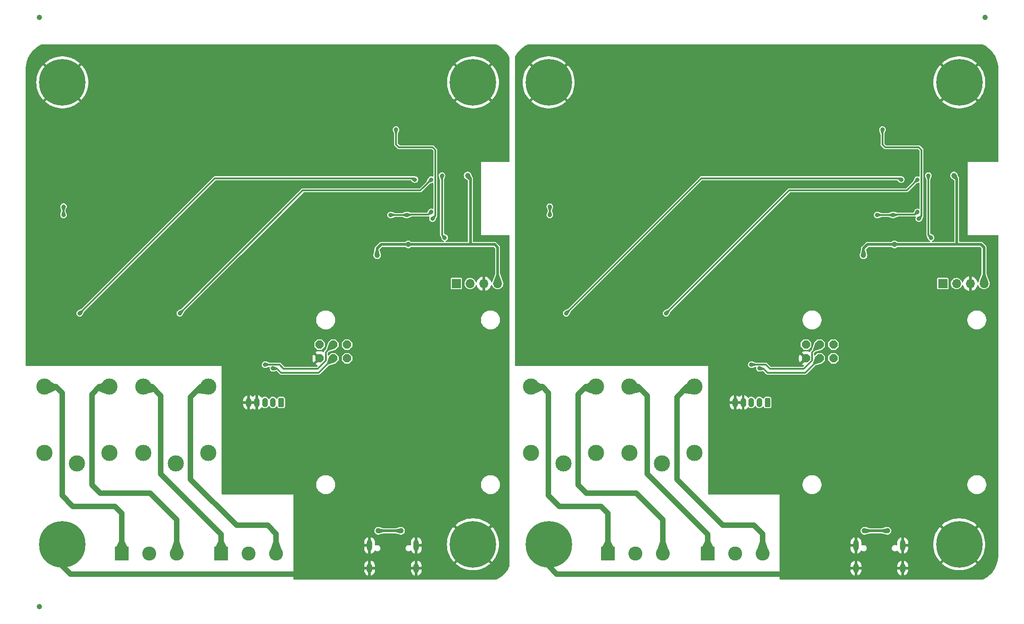
<source format=gbr>
%TF.GenerationSoftware,KiCad,Pcbnew,(7.0.0-0)*%
%TF.CreationDate,2023-03-25T06:16:28-04:00*%
%TF.ProjectId,KwartzLab-SensorBoard-Rev1-Panel,4b776172-747a-44c6-9162-2d53656e736f,1*%
%TF.SameCoordinates,Original*%
%TF.FileFunction,Copper,L2,Bot*%
%TF.FilePolarity,Positive*%
%FSLAX46Y46*%
G04 Gerber Fmt 4.6, Leading zero omitted, Abs format (unit mm)*
G04 Created by KiCad (PCBNEW (7.0.0-0)) date 2023-03-25 06:16:28*
%MOMM*%
%LPD*%
G01*
G04 APERTURE LIST*
G04 Aperture macros list*
%AMRoundRect*
0 Rectangle with rounded corners*
0 $1 Rounding radius*
0 $2 $3 $4 $5 $6 $7 $8 $9 X,Y pos of 4 corners*
0 Add a 4 corners polygon primitive as box body*
4,1,4,$2,$3,$4,$5,$6,$7,$8,$9,$2,$3,0*
0 Add four circle primitives for the rounded corners*
1,1,$1+$1,$2,$3*
1,1,$1+$1,$4,$5*
1,1,$1+$1,$6,$7*
1,1,$1+$1,$8,$9*
0 Add four rect primitives between the rounded corners*
20,1,$1+$1,$2,$3,$4,$5,0*
20,1,$1+$1,$4,$5,$6,$7,0*
20,1,$1+$1,$6,$7,$8,$9,0*
20,1,$1+$1,$8,$9,$2,$3,0*%
%AMOutline5P*
0 Free polygon, 5 corners , with rotation*
0 The origin of the aperture is its center*
0 number of corners: always 5*
0 $1 to $10 corner X, Y*
0 $11 Rotation angle, in degrees counterclockwise*
0 create outline with 5 corners*
4,1,5,$1,$2,$3,$4,$5,$6,$7,$8,$9,$10,$1,$2,$11*%
%AMOutline6P*
0 Free polygon, 6 corners , with rotation*
0 The origin of the aperture is its center*
0 number of corners: always 6*
0 $1 to $12 corner X, Y*
0 $13 Rotation angle, in degrees counterclockwise*
0 create outline with 6 corners*
4,1,6,$1,$2,$3,$4,$5,$6,$7,$8,$9,$10,$11,$12,$1,$2,$13*%
%AMOutline7P*
0 Free polygon, 7 corners , with rotation*
0 The origin of the aperture is its center*
0 number of corners: always 7*
0 $1 to $14 corner X, Y*
0 $15 Rotation angle, in degrees counterclockwise*
0 create outline with 7 corners*
4,1,7,$1,$2,$3,$4,$5,$6,$7,$8,$9,$10,$11,$12,$13,$14,$1,$2,$15*%
%AMOutline8P*
0 Free polygon, 8 corners , with rotation*
0 The origin of the aperture is its center*
0 number of corners: always 8*
0 $1 to $16 corner X, Y*
0 $17 Rotation angle, in degrees counterclockwise*
0 create outline with 8 corners*
4,1,8,$1,$2,$3,$4,$5,$6,$7,$8,$9,$10,$11,$12,$13,$14,$15,$16,$1,$2,$17*%
G04 Aperture macros list end*
%TA.AperFunction,ComponentPad*%
%ADD10C,0.900000*%
%TD*%
%TA.AperFunction,ComponentPad*%
%ADD11C,8.600000*%
%TD*%
%TA.AperFunction,ComponentPad*%
%ADD12R,1.700000X1.700000*%
%TD*%
%TA.AperFunction,ComponentPad*%
%ADD13O,1.700000X1.700000*%
%TD*%
%TA.AperFunction,ComponentPad*%
%ADD14RoundRect,0.250000X0.265000X0.615000X-0.265000X0.615000X-0.265000X-0.615000X0.265000X-0.615000X0*%
%TD*%
%TA.AperFunction,ComponentPad*%
%ADD15O,1.030000X1.730000*%
%TD*%
%TA.AperFunction,ComponentPad*%
%ADD16C,3.000000*%
%TD*%
%TA.AperFunction,ComponentPad*%
%ADD17R,2.600000X2.600000*%
%TD*%
%TA.AperFunction,ComponentPad*%
%ADD18C,2.600000*%
%TD*%
%TA.AperFunction,ComponentPad*%
%ADD19Outline8P,-0.775000X0.321016X-0.321016X0.775000X0.321016X0.775000X0.775000X0.321016X0.775000X-0.321016X0.321016X-0.775000X-0.321016X-0.775000X-0.775000X-0.321016X180.000000*%
%TD*%
%TA.AperFunction,ComponentPad*%
%ADD20O,1.000000X2.100000*%
%TD*%
%TA.AperFunction,ComponentPad*%
%ADD21O,1.000000X1.800000*%
%TD*%
%TA.AperFunction,SMDPad,CuDef*%
%ADD22C,1.000000*%
%TD*%
%TA.AperFunction,ViaPad*%
%ADD23C,1.000000*%
%TD*%
%TA.AperFunction,ViaPad*%
%ADD24C,0.800000*%
%TD*%
%TA.AperFunction,Conductor*%
%ADD25C,0.500000*%
%TD*%
%TA.AperFunction,Conductor*%
%ADD26C,1.000000*%
%TD*%
%TA.AperFunction,Conductor*%
%ADD27C,0.300000*%
%TD*%
G04 APERTURE END LIST*
D10*
%TO.P,H3,1,1*%
%TO.N,Board_0-GND*%
X129249994Y-34500000D03*
X130194575Y-32219581D03*
X130194575Y-36780419D03*
X132474994Y-31275000D03*
D11*
X132474994Y-34500000D03*
D10*
X132474994Y-37725000D03*
X134755413Y-32219581D03*
X134755413Y-36780419D03*
X135699994Y-34500000D03*
%TD*%
%TO.P,H3,1,1*%
%TO.N,Board_1-GND*%
X219207182Y-34500000D03*
X220151763Y-32219581D03*
X220151763Y-36780419D03*
X222432182Y-31275000D03*
D11*
X222432182Y-34500000D03*
D10*
X222432182Y-37725000D03*
X224712601Y-32219581D03*
X224712601Y-36780419D03*
X225657182Y-34500000D03*
%TD*%
%TO.P,H1,1,1*%
%TO.N,Board_0-GND*%
X53292806Y-120000000D03*
X54237387Y-117719581D03*
X54237387Y-122280419D03*
X56517806Y-116775000D03*
D11*
X56517806Y-120000000D03*
D10*
X56517806Y-123225000D03*
X58798225Y-117719581D03*
X58798225Y-122280419D03*
X59742806Y-120000000D03*
%TD*%
%TO.P,H1,1,1*%
%TO.N,Board_1-GND*%
X143249994Y-120000000D03*
X144194575Y-117719581D03*
X144194575Y-122280419D03*
X146474994Y-116775000D03*
D11*
X146474994Y-120000000D03*
D10*
X146474994Y-123225000D03*
X148755413Y-117719581D03*
X148755413Y-122280419D03*
X149699994Y-120000000D03*
%TD*%
D12*
%TO.P,J1,1,Pin_1*%
%TO.N,Board_0-/RX*%
X129412805Y-71749999D03*
D13*
%TO.P,J1,2,Pin_2*%
%TO.N,Board_0-/TX*%
X131952805Y-71749999D03*
%TO.P,J1,3,Pin_3*%
%TO.N,Board_0-GND*%
X134492805Y-71749999D03*
%TO.P,J1,4,Pin_4*%
%TO.N,Board_0-+3V3*%
X137032805Y-71749999D03*
%TD*%
D12*
%TO.P,J1,1,Pin_1*%
%TO.N,Board_1-/RX*%
X219369993Y-71749999D03*
D13*
%TO.P,J1,2,Pin_2*%
%TO.N,Board_1-/TX*%
X221909993Y-71749999D03*
%TO.P,J1,3,Pin_3*%
%TO.N,Board_1-GND*%
X224449993Y-71749999D03*
%TO.P,J1,4,Pin_4*%
%TO.N,Board_1-+3V3*%
X226989993Y-71749999D03*
%TD*%
D10*
%TO.P,H4,1,1*%
%TO.N,Board_0-GND*%
X53292806Y-34500000D03*
X54237387Y-32219581D03*
X54237387Y-36780419D03*
X56517806Y-31275000D03*
D11*
X56517806Y-34500000D03*
D10*
X56517806Y-37725000D03*
X58798225Y-32219581D03*
X58798225Y-36780419D03*
X59742806Y-34500000D03*
%TD*%
%TO.P,H4,1,1*%
%TO.N,Board_1-GND*%
X143249994Y-34500000D03*
X144194575Y-32219581D03*
X144194575Y-36780419D03*
X146474994Y-31275000D03*
D11*
X146474994Y-34500000D03*
D10*
X146474994Y-37725000D03*
X148755413Y-32219581D03*
X148755413Y-36780419D03*
X149699994Y-34500000D03*
%TD*%
D14*
%TO.P,J3,1,Pin_1*%
%TO.N,Board_0-+5V*%
X96992806Y-93750000D03*
D15*
%TO.P,J3,2,Pin_2*%
%TO.N,Board_0-SDA*%
X95492805Y-93749999D03*
%TO.P,J3,3,Pin_3*%
%TO.N,Board_0-SCL*%
X93992805Y-93749999D03*
%TO.P,J3,4,Pin_4*%
%TO.N,Board_0-GND*%
X92492805Y-93749999D03*
%TO.P,J3,5,Pin_5*%
X90992805Y-93749999D03*
%TD*%
D14*
%TO.P,J3,1,Pin_1*%
%TO.N,Board_1-+5V*%
X186949994Y-93750000D03*
D15*
%TO.P,J3,2,Pin_2*%
%TO.N,Board_1-SDA*%
X185449993Y-93749999D03*
%TO.P,J3,3,Pin_3*%
%TO.N,Board_1-SCL*%
X183949993Y-93749999D03*
%TO.P,J3,4,Pin_4*%
%TO.N,Board_1-GND*%
X182449993Y-93749999D03*
%TO.P,J3,5,Pin_5*%
X180949993Y-93749999D03*
%TD*%
D16*
%TO.P,K2,11*%
%TO.N,Board_0-/Output Relays/RELAY2_COM*%
X77492806Y-105050000D03*
%TO.P,K2,12*%
%TO.N,Board_0-/Output Relays/RELAY2_NC*%
X71492806Y-90850000D03*
%TO.P,K2,14*%
%TO.N,Board_0-/Output Relays/RELAY2_NO*%
X83492806Y-90850000D03*
%TO.P,K2,A1*%
%TO.N,Board_0-+5V*%
X83492806Y-103050000D03*
%TO.P,K2,A2*%
%TO.N,Board_0-/Output Relays/RELAY2_EN*%
X71492806Y-103050000D03*
%TD*%
%TO.P,K2,11*%
%TO.N,Board_1-/Output Relays/RELAY2_COM*%
X167449994Y-105050000D03*
%TO.P,K2,12*%
%TO.N,Board_1-/Output Relays/RELAY2_NC*%
X161449994Y-90850000D03*
%TO.P,K2,14*%
%TO.N,Board_1-/Output Relays/RELAY2_NO*%
X173449994Y-90850000D03*
%TO.P,K2,A1*%
%TO.N,Board_1-+5V*%
X173449994Y-103050000D03*
%TO.P,K2,A2*%
%TO.N,Board_1-/Output Relays/RELAY2_EN*%
X161449994Y-103050000D03*
%TD*%
D10*
%TO.P,H2,1,1*%
%TO.N,Board_1-GND*%
X219194575Y-120000000D03*
X220139156Y-117719581D03*
X220139156Y-122280419D03*
X222419575Y-116775000D03*
D11*
X222419575Y-120000000D03*
D10*
X222419575Y-123225000D03*
X224699994Y-117719581D03*
X224699994Y-122280419D03*
X225644575Y-120000000D03*
%TD*%
%TO.P,H2,1,1*%
%TO.N,Board_0-GND*%
X129237387Y-120000000D03*
X130181968Y-117719581D03*
X130181968Y-122280419D03*
X132462387Y-116775000D03*
D11*
X132462387Y-120000000D03*
D10*
X132462387Y-123225000D03*
X134742806Y-117719581D03*
X134742806Y-122280419D03*
X135687387Y-120000000D03*
%TD*%
D17*
%TO.P,J6,1,Pin_1*%
%TO.N,Board_0-/Output Relays/RELAY2_NC*%
X85907805Y-121749999D03*
D18*
%TO.P,J6,2,Pin_2*%
%TO.N,Board_0-/Output Relays/RELAY2_COM*%
X90987806Y-121750000D03*
%TO.P,J6,3,Pin_3*%
%TO.N,Board_0-/Output Relays/RELAY2_NO*%
X96067806Y-121750000D03*
%TD*%
D17*
%TO.P,J6,1,Pin_1*%
%TO.N,Board_1-/Output Relays/RELAY2_NC*%
X175864993Y-121749999D03*
D18*
%TO.P,J6,2,Pin_2*%
%TO.N,Board_1-/Output Relays/RELAY2_COM*%
X180944994Y-121750000D03*
%TO.P,J6,3,Pin_3*%
%TO.N,Board_1-/Output Relays/RELAY2_NO*%
X186024994Y-121750000D03*
%TD*%
D17*
%TO.P,J5,1,Pin_1*%
%TO.N,Board_1-/Output Relays/RELAY1_NC*%
X157449993Y-121749999D03*
D18*
%TO.P,J5,2,Pin_2*%
%TO.N,Board_1-/Output Relays/RELAY1_COM*%
X162529994Y-121750000D03*
%TO.P,J5,3,Pin_3*%
%TO.N,Board_1-/Output Relays/RELAY1_NO*%
X167609994Y-121750000D03*
%TD*%
D17*
%TO.P,J5,1,Pin_1*%
%TO.N,Board_0-/Output Relays/RELAY1_NC*%
X67492805Y-121749999D03*
D18*
%TO.P,J5,2,Pin_2*%
%TO.N,Board_0-/Output Relays/RELAY1_COM*%
X72572806Y-121750000D03*
%TO.P,J5,3,Pin_3*%
%TO.N,Board_0-/Output Relays/RELAY1_NO*%
X77652806Y-121750000D03*
%TD*%
D19*
%TO.P,J4,1,Pin_1*%
%TO.N,Board_1-unconnected-(J4-Pin_1-Pad1)*%
X199132921Y-83034143D03*
%TO.P,J4,2,Pin_2*%
%TO.N,Board_1-+3V3*%
X199132921Y-85574143D03*
%TO.P,J4,3,Pin_3*%
%TO.N,Board_1-SCL*%
X196592921Y-83034143D03*
%TO.P,J4,4,Pin_4*%
%TO.N,Board_1-SDA*%
X196592921Y-85574143D03*
%TO.P,J4,5,Pin_5*%
%TO.N,Board_1-unconnected-(J4-Pin_5-Pad5)*%
X194052921Y-83034143D03*
%TO.P,J4,6,Pin_6*%
%TO.N,Board_1-GND*%
X194052921Y-85574143D03*
%TD*%
%TO.P,J4,1,Pin_1*%
%TO.N,Board_0-unconnected-(J4-Pin_1-Pad1)*%
X109175733Y-83034143D03*
%TO.P,J4,2,Pin_2*%
%TO.N,Board_0-+3V3*%
X109175733Y-85574143D03*
%TO.P,J4,3,Pin_3*%
%TO.N,Board_0-SCL*%
X106635733Y-83034143D03*
%TO.P,J4,4,Pin_4*%
%TO.N,Board_0-SDA*%
X106635733Y-85574143D03*
%TO.P,J4,5,Pin_5*%
%TO.N,Board_0-unconnected-(J4-Pin_5-Pad5)*%
X104095733Y-83034143D03*
%TO.P,J4,6,Pin_6*%
%TO.N,Board_0-GND*%
X104095733Y-85574143D03*
%TD*%
D20*
%TO.P,J2,S1,SHIELD*%
%TO.N,Board_1-GND*%
X203309993Y-120219999D03*
D21*
X203309993Y-124399999D03*
D20*
X211949993Y-120219999D03*
D21*
X211949993Y-124399999D03*
%TD*%
D20*
%TO.P,J2,S1,SHIELD*%
%TO.N,Board_0-GND*%
X113352805Y-120219999D03*
D21*
X113352805Y-124399999D03*
D20*
X121992805Y-120219999D03*
D21*
X121992805Y-124399999D03*
%TD*%
D16*
%TO.P,K1,11*%
%TO.N,Board_1-/Output Relays/RELAY1_COM*%
X149199994Y-105050000D03*
%TO.P,K1,12*%
%TO.N,Board_1-/Output Relays/RELAY1_NC*%
X143199994Y-90850000D03*
%TO.P,K1,14*%
%TO.N,Board_1-/Output Relays/RELAY1_NO*%
X155199994Y-90850000D03*
%TO.P,K1,A1*%
%TO.N,Board_1-+5V*%
X155199994Y-103050000D03*
%TO.P,K1,A2*%
%TO.N,Board_1-/Output Relays/RELAY1_EN*%
X143199994Y-103050000D03*
%TD*%
%TO.P,K1,11*%
%TO.N,Board_0-/Output Relays/RELAY1_COM*%
X59242806Y-105050000D03*
%TO.P,K1,12*%
%TO.N,Board_0-/Output Relays/RELAY1_NC*%
X53242806Y-90850000D03*
%TO.P,K1,14*%
%TO.N,Board_0-/Output Relays/RELAY1_NO*%
X65242806Y-90850000D03*
%TO.P,K1,A1*%
%TO.N,Board_0-+5V*%
X65242806Y-103050000D03*
%TO.P,K1,A2*%
%TO.N,Board_0-/Output Relays/RELAY1_EN*%
X53242806Y-103050000D03*
%TD*%
D22*
%TO.P,REF\u002A\u002A,*%
%TO.N,*%
X227157194Y-22500000D03*
%TD*%
%TO.P,REF\u002A\u002A,*%
%TO.N,*%
X52242806Y-22500000D03*
%TD*%
%TO.P,REF\u002A\u002A,*%
%TO.N,*%
X52242806Y-131500000D03*
%TD*%
D23*
%TO.N,Board_0-+3V3*%
X114742806Y-66500000D03*
X131492806Y-51750000D03*
X120492806Y-64500000D03*
D24*
%TO.N,Board_0-BOOT*%
X118242806Y-43250000D03*
X124992806Y-59750000D03*
%TO.N,Board_0-GND*%
X55492806Y-49250000D03*
X130092806Y-59650000D03*
X128942806Y-59650000D03*
X54242806Y-51000000D03*
X127742806Y-59650000D03*
X130492806Y-52500000D03*
X53492806Y-58250000D03*
X53242806Y-49250000D03*
X124642806Y-55250000D03*
X125842806Y-60650000D03*
X124642806Y-54050000D03*
X129492806Y-52500000D03*
X54992806Y-55750000D03*
X124642806Y-56500000D03*
%TO.N,Board_0-RELAY1*%
X59742806Y-77250000D03*
X121742806Y-52500000D03*
%TO.N,Board_0-RELAY2*%
X78242806Y-77250000D03*
X124742806Y-52500000D03*
%TO.N,Board_0-SCL*%
X93992806Y-86750000D03*
%TO.N,Board_0-SDA*%
X56742806Y-57500000D03*
X56742806Y-59049500D03*
X124742806Y-58500000D03*
X120242806Y-59049500D03*
X95492806Y-87449500D03*
X117242806Y-59049500D03*
%TO.N,Board_0-STATUS*%
X126742806Y-51750000D03*
X127242806Y-63250000D03*
D23*
%TO.N,Board_0-VBUS*%
X114922806Y-117500000D03*
X119172806Y-117500000D03*
%TO.N,Board_1-+3V3*%
X204699994Y-66500000D03*
X221449994Y-51750000D03*
X210449994Y-64500000D03*
D24*
%TO.N,Board_1-BOOT*%
X208199994Y-43250000D03*
X214949994Y-59750000D03*
%TO.N,Board_1-GND*%
X145449994Y-49250000D03*
X220049994Y-59650000D03*
X218899994Y-59650000D03*
X144199994Y-51000000D03*
X217699994Y-59650000D03*
X220449994Y-52500000D03*
X143449994Y-58250000D03*
X143199994Y-49250000D03*
X214599994Y-55250000D03*
X215799994Y-60650000D03*
X214599994Y-54050000D03*
X219449994Y-52500000D03*
X144949994Y-55750000D03*
X214599994Y-56500000D03*
%TO.N,Board_1-RELAY1*%
X149699994Y-77250000D03*
X211699994Y-52500000D03*
%TO.N,Board_1-RELAY2*%
X168199994Y-77250000D03*
X214699994Y-52500000D03*
%TO.N,Board_1-SCL*%
X183949994Y-86750000D03*
%TO.N,Board_1-SDA*%
X146699994Y-57500000D03*
X146699994Y-59049500D03*
X214699994Y-58500000D03*
X210199994Y-59049500D03*
X185449994Y-87449500D03*
X207199994Y-59049500D03*
%TO.N,Board_1-STATUS*%
X216699994Y-51750000D03*
X217199994Y-63250000D03*
D23*
%TO.N,Board_1-VBUS*%
X204879994Y-117500000D03*
X209129994Y-117500000D03*
%TD*%
D25*
%TO.N,Board_0-+3V3*%
X115492806Y-64500000D02*
X133242806Y-64500000D01*
X136492806Y-64500000D02*
X137032806Y-65040000D01*
X114742806Y-66500000D02*
X114742806Y-65250000D01*
X133242806Y-64500000D02*
X136492806Y-64500000D01*
X114742806Y-65250000D02*
X115492806Y-64500000D01*
X131992806Y-64500000D02*
X133242806Y-64500000D01*
X131992806Y-52250000D02*
X131992806Y-64500000D01*
X137032806Y-65040000D02*
X137032806Y-71750000D01*
X131492806Y-51750000D02*
X131992806Y-52250000D01*
D26*
%TO.N,Board_0-/Output Relays/RELAY1_NC*%
X67492806Y-114250000D02*
X67492806Y-121750000D01*
X58492806Y-113000000D02*
X66242806Y-113000000D01*
X55342806Y-90850000D02*
X56492806Y-92000000D01*
X56492806Y-92000000D02*
X56492806Y-111000000D01*
X66242806Y-113000000D02*
X67492806Y-114250000D01*
X56492806Y-111000000D02*
X58492806Y-113000000D01*
X53242806Y-90850000D02*
X55342806Y-90850000D01*
%TO.N,Board_0-/Output Relays/RELAY1_NO*%
X61992806Y-92250000D02*
X61992806Y-109000000D01*
X65242806Y-90850000D02*
X63392806Y-90850000D01*
X61992806Y-109000000D02*
X63492806Y-110500000D01*
X72742806Y-110500000D02*
X77652806Y-115410000D01*
X77652806Y-115410000D02*
X77652806Y-121750000D01*
X63392806Y-90850000D02*
X61992806Y-92250000D01*
X63492806Y-110500000D02*
X72742806Y-110500000D01*
%TO.N,Board_0-/Output Relays/RELAY2_NC*%
X71492806Y-90850000D02*
X73092806Y-90850000D01*
X73092806Y-90850000D02*
X74742806Y-92500000D01*
X74742806Y-107000000D02*
X85907806Y-118165000D01*
X74742806Y-92500000D02*
X74742806Y-107000000D01*
X85907806Y-118165000D02*
X85907806Y-121750000D01*
%TO.N,Board_0-/Output Relays/RELAY2_NO*%
X80242806Y-108000000D02*
X88742806Y-116500000D01*
X83492806Y-90850000D02*
X82142806Y-90850000D01*
X96067806Y-118075000D02*
X96067806Y-121750000D01*
X82142806Y-90850000D02*
X80242806Y-92750000D01*
X94492806Y-116500000D02*
X96067806Y-118075000D01*
X88742806Y-116500000D02*
X94492806Y-116500000D01*
X80242806Y-92750000D02*
X80242806Y-108000000D01*
D27*
%TO.N,Board_0-BOOT*%
X118242806Y-46000000D02*
X118742806Y-46500000D01*
X125492806Y-59250000D02*
X124992806Y-59750000D01*
X118242806Y-43250000D02*
X118242806Y-46000000D01*
X124992806Y-46500000D02*
X125492806Y-47000000D01*
X118742806Y-46500000D02*
X124992806Y-46500000D01*
X125492806Y-47000000D02*
X125492806Y-59250000D01*
D26*
%TO.N,Board_0-GND*%
X56517806Y-120000000D02*
X56517806Y-124025000D01*
X57992806Y-125500000D02*
X99992806Y-125500000D01*
X56517806Y-124025000D02*
X57992806Y-125500000D01*
D27*
%TO.N,Board_0-RELAY1*%
X121742806Y-52500000D02*
X121492806Y-52250000D01*
X121492806Y-52250000D02*
X84742806Y-52250000D01*
X84742806Y-52250000D02*
X59742806Y-77250000D01*
%TO.N,Board_0-RELAY2*%
X78242806Y-77250000D02*
X100992806Y-54500000D01*
X122742806Y-54500000D02*
X124742806Y-52500000D01*
X100992806Y-54500000D02*
X122742806Y-54500000D01*
%TO.N,Board_0-SCL*%
X105242806Y-84427072D02*
X106635734Y-83034144D01*
X103742806Y-87500000D02*
X105242806Y-86000000D01*
X94492806Y-86750000D02*
X94493306Y-86749500D01*
X93992806Y-86750000D02*
X94492806Y-86750000D01*
X105242806Y-86000000D02*
X105242806Y-84427072D01*
X94493306Y-86749500D02*
X96685504Y-86749500D01*
X97436004Y-87500000D02*
X103742806Y-87500000D01*
X96685504Y-86749500D02*
X97436004Y-87500000D01*
%TO.N,Board_0-SDA*%
X117242806Y-59049500D02*
X120242806Y-59049500D01*
X120242806Y-59049500D02*
X120292306Y-59000000D01*
X95543306Y-87500000D02*
X95492806Y-87449500D01*
X106635734Y-85574144D02*
X103959878Y-88250000D01*
X124242806Y-59000000D02*
X124742806Y-58500000D01*
X96242806Y-87500000D02*
X95543306Y-87500000D01*
X120292306Y-59000000D02*
X124242806Y-59000000D01*
X56742806Y-57500000D02*
X56742806Y-59049500D01*
X103959878Y-88250000D02*
X96992806Y-88250000D01*
X96992806Y-88250000D02*
X96242806Y-87500000D01*
%TO.N,Board_0-STATUS*%
X126742806Y-62750000D02*
X127242806Y-63250000D01*
X126742806Y-51750000D02*
X126742806Y-62750000D01*
D25*
%TO.N,Board_0-VBUS*%
X119172806Y-117500000D02*
X114922806Y-117500000D01*
%TO.N,Board_1-+3V3*%
X205449994Y-64500000D02*
X223199994Y-64500000D01*
X226449994Y-64500000D02*
X226989994Y-65040000D01*
X204699994Y-66500000D02*
X204699994Y-65250000D01*
X223199994Y-64500000D02*
X226449994Y-64500000D01*
X204699994Y-65250000D02*
X205449994Y-64500000D01*
X221949994Y-64500000D02*
X223199994Y-64500000D01*
X221949994Y-52250000D02*
X221949994Y-64500000D01*
X226989994Y-65040000D02*
X226989994Y-71750000D01*
X221449994Y-51750000D02*
X221949994Y-52250000D01*
D26*
%TO.N,Board_1-/Output Relays/RELAY1_NC*%
X157449994Y-114250000D02*
X157449994Y-121750000D01*
X148449994Y-113000000D02*
X156199994Y-113000000D01*
X145299994Y-90850000D02*
X146449994Y-92000000D01*
X146449994Y-92000000D02*
X146449994Y-111000000D01*
X156199994Y-113000000D02*
X157449994Y-114250000D01*
X146449994Y-111000000D02*
X148449994Y-113000000D01*
X143199994Y-90850000D02*
X145299994Y-90850000D01*
%TO.N,Board_1-/Output Relays/RELAY1_NO*%
X151949994Y-92250000D02*
X151949994Y-109000000D01*
X155199994Y-90850000D02*
X153349994Y-90850000D01*
X151949994Y-109000000D02*
X153449994Y-110500000D01*
X162699994Y-110500000D02*
X167609994Y-115410000D01*
X167609994Y-115410000D02*
X167609994Y-121750000D01*
X153349994Y-90850000D02*
X151949994Y-92250000D01*
X153449994Y-110500000D02*
X162699994Y-110500000D01*
%TO.N,Board_1-/Output Relays/RELAY2_NC*%
X161449994Y-90850000D02*
X163049994Y-90850000D01*
X163049994Y-90850000D02*
X164699994Y-92500000D01*
X164699994Y-107000000D02*
X175864994Y-118165000D01*
X164699994Y-92500000D02*
X164699994Y-107000000D01*
X175864994Y-118165000D02*
X175864994Y-121750000D01*
%TO.N,Board_1-/Output Relays/RELAY2_NO*%
X170199994Y-108000000D02*
X178699994Y-116500000D01*
X173449994Y-90850000D02*
X172099994Y-90850000D01*
X186024994Y-118075000D02*
X186024994Y-121750000D01*
X172099994Y-90850000D02*
X170199994Y-92750000D01*
X184449994Y-116500000D02*
X186024994Y-118075000D01*
X178699994Y-116500000D02*
X184449994Y-116500000D01*
X170199994Y-92750000D02*
X170199994Y-108000000D01*
D27*
%TO.N,Board_1-BOOT*%
X208199994Y-46000000D02*
X208699994Y-46500000D01*
X215449994Y-59250000D02*
X214949994Y-59750000D01*
X208199994Y-43250000D02*
X208199994Y-46000000D01*
X214949994Y-46500000D02*
X215449994Y-47000000D01*
X208699994Y-46500000D02*
X214949994Y-46500000D01*
X215449994Y-47000000D02*
X215449994Y-59250000D01*
D26*
%TO.N,Board_1-GND*%
X146474994Y-120000000D02*
X146474994Y-124025000D01*
X147949994Y-125500000D02*
X189949994Y-125500000D01*
X146474994Y-124025000D02*
X147949994Y-125500000D01*
D27*
%TO.N,Board_1-RELAY1*%
X211699994Y-52500000D02*
X211449994Y-52250000D01*
X211449994Y-52250000D02*
X174699994Y-52250000D01*
X174699994Y-52250000D02*
X149699994Y-77250000D01*
%TO.N,Board_1-RELAY2*%
X168199994Y-77250000D02*
X190949994Y-54500000D01*
X212699994Y-54500000D02*
X214699994Y-52500000D01*
X190949994Y-54500000D02*
X212699994Y-54500000D01*
%TO.N,Board_1-SCL*%
X195199994Y-84427072D02*
X196592922Y-83034144D01*
X193699994Y-87500000D02*
X195199994Y-86000000D01*
X184449994Y-86750000D02*
X184450494Y-86749500D01*
X183949994Y-86750000D02*
X184449994Y-86750000D01*
X195199994Y-86000000D02*
X195199994Y-84427072D01*
X184450494Y-86749500D02*
X186642692Y-86749500D01*
X187393192Y-87500000D02*
X193699994Y-87500000D01*
X186642692Y-86749500D02*
X187393192Y-87500000D01*
%TO.N,Board_1-SDA*%
X207199994Y-59049500D02*
X210199994Y-59049500D01*
X210199994Y-59049500D02*
X210249494Y-59000000D01*
X185500494Y-87500000D02*
X185449994Y-87449500D01*
X196592922Y-85574144D02*
X193917066Y-88250000D01*
X214199994Y-59000000D02*
X214699994Y-58500000D01*
X186199994Y-87500000D02*
X185500494Y-87500000D01*
X210249494Y-59000000D02*
X214199994Y-59000000D01*
X146699994Y-57500000D02*
X146699994Y-59049500D01*
X193917066Y-88250000D02*
X186949994Y-88250000D01*
X186949994Y-88250000D02*
X186199994Y-87500000D01*
%TO.N,Board_1-STATUS*%
X216699994Y-62750000D02*
X217199994Y-63250000D01*
X216699994Y-51750000D02*
X216699994Y-62750000D01*
D25*
%TO.N,Board_1-VBUS*%
X209129994Y-117500000D02*
X204879994Y-117500000D01*
%TD*%
%TA.AperFunction,Conductor*%
%TO.N,Board_1-GND*%
G36*
X226834773Y-27511325D02*
G01*
X226851675Y-27519091D01*
X226857313Y-27521856D01*
X227075843Y-27636006D01*
X227081317Y-27639045D01*
X227159845Y-27685272D01*
X227293738Y-27764091D01*
X227299069Y-27767413D01*
X227504916Y-27903076D01*
X227510073Y-27906666D01*
X227708738Y-28052549D01*
X227713706Y-28056394D01*
X227904783Y-28212197D01*
X227909549Y-28216289D01*
X228092471Y-28381552D01*
X228097025Y-28385881D01*
X228271312Y-28560169D01*
X228275640Y-28564722D01*
X228440894Y-28747631D01*
X228444987Y-28752398D01*
X228600775Y-28943457D01*
X228604620Y-28948425D01*
X228750522Y-29147115D01*
X228754111Y-29152271D01*
X228889765Y-29358101D01*
X228893089Y-29363433D01*
X229018137Y-29575858D01*
X229021186Y-29581351D01*
X229135333Y-29799874D01*
X229138092Y-29805499D01*
X229239283Y-30025731D01*
X229241015Y-30029499D01*
X229243493Y-30035273D01*
X229334937Y-30264198D01*
X229337119Y-30270090D01*
X229416848Y-30503347D01*
X229418729Y-30509341D01*
X229486552Y-30746371D01*
X229488126Y-30752453D01*
X229543840Y-30992540D01*
X229545105Y-30998694D01*
X229588597Y-31241355D01*
X229589548Y-31247565D01*
X229620692Y-31492097D01*
X229621328Y-31498347D01*
X229640046Y-31744143D01*
X229640364Y-31750418D01*
X229646652Y-31998564D01*
X229646692Y-32001705D01*
X229646692Y-49126000D01*
X229630079Y-49188000D01*
X229584692Y-49233387D01*
X229522692Y-49250000D01*
X223949994Y-49250000D01*
X223949994Y-62750000D01*
X229522690Y-62750000D01*
X229584690Y-62766613D01*
X229630077Y-62812000D01*
X229646689Y-62873999D01*
X229646689Y-66661423D01*
X229646682Y-121998292D01*
X229646642Y-122001434D01*
X229640352Y-122249580D01*
X229640034Y-122255854D01*
X229621316Y-122501649D01*
X229620680Y-122507899D01*
X229589536Y-122752430D01*
X229588585Y-122758640D01*
X229545093Y-123001300D01*
X229543828Y-123007454D01*
X229488113Y-123247546D01*
X229486539Y-123253627D01*
X229418720Y-123490647D01*
X229416839Y-123496642D01*
X229337108Y-123729903D01*
X229334926Y-123735795D01*
X229243482Y-123964718D01*
X229241004Y-123970491D01*
X229138088Y-124194477D01*
X229135322Y-124200117D01*
X229021168Y-124418654D01*
X229018118Y-124424148D01*
X228893075Y-124636562D01*
X228889752Y-124641894D01*
X228754117Y-124847695D01*
X228750529Y-124852850D01*
X228604609Y-125051568D01*
X228600763Y-125056537D01*
X228444995Y-125247570D01*
X228440903Y-125252337D01*
X228275622Y-125435278D01*
X228271293Y-125439831D01*
X228097007Y-125614116D01*
X228092453Y-125618445D01*
X227909532Y-125783707D01*
X227904766Y-125787799D01*
X227713709Y-125943586D01*
X227708741Y-125947431D01*
X227510052Y-126093331D01*
X227504896Y-126096920D01*
X227299101Y-126232551D01*
X227293769Y-126235875D01*
X227081309Y-126360943D01*
X227075815Y-126363992D01*
X226857316Y-126478126D01*
X226851681Y-126480890D01*
X226834744Y-126488673D01*
X226782968Y-126500000D01*
X189323994Y-126500000D01*
X189261994Y-126483387D01*
X189216607Y-126438000D01*
X189199994Y-126376000D01*
X189199994Y-124847570D01*
X202309994Y-124847570D01*
X202310311Y-124853835D01*
X202324777Y-124996084D01*
X202327295Y-125008335D01*
X202384413Y-125190385D01*
X202389349Y-125201889D01*
X202481948Y-125368720D01*
X202489091Y-125378982D01*
X202613373Y-125523754D01*
X202622452Y-125532385D01*
X202773323Y-125649167D01*
X202783951Y-125655792D01*
X202955250Y-125739817D01*
X202966991Y-125744165D01*
X203046247Y-125764686D01*
X203057458Y-125764971D01*
X203058621Y-125759962D01*
X203559994Y-125759962D01*
X203562331Y-125770645D01*
X203567496Y-125770973D01*
X203567834Y-125770885D01*
X203746754Y-125704621D01*
X203758000Y-125699105D01*
X203919920Y-125598180D01*
X203929814Y-125590521D01*
X204068108Y-125459063D01*
X204076256Y-125449572D01*
X204185259Y-125292963D01*
X204191328Y-125282029D01*
X204266575Y-125106681D01*
X204270318Y-125094752D01*
X204308728Y-124907847D01*
X204309994Y-124895402D01*
X204309994Y-124847570D01*
X210949994Y-124847570D01*
X210950311Y-124853835D01*
X210964777Y-124996084D01*
X210967295Y-125008335D01*
X211024413Y-125190385D01*
X211029349Y-125201889D01*
X211121948Y-125368720D01*
X211129091Y-125378982D01*
X211253373Y-125523754D01*
X211262452Y-125532385D01*
X211413323Y-125649167D01*
X211423951Y-125655792D01*
X211595250Y-125739817D01*
X211606991Y-125744165D01*
X211686247Y-125764686D01*
X211697458Y-125764971D01*
X211698621Y-125759962D01*
X212199994Y-125759962D01*
X212202331Y-125770645D01*
X212207496Y-125770973D01*
X212207834Y-125770885D01*
X212386754Y-125704621D01*
X212398000Y-125699105D01*
X212559920Y-125598180D01*
X212569814Y-125590521D01*
X212708108Y-125459063D01*
X212716256Y-125449572D01*
X212825259Y-125292963D01*
X212831328Y-125282029D01*
X212906575Y-125106681D01*
X212910318Y-125094752D01*
X212948728Y-124907847D01*
X212949994Y-124895402D01*
X212949994Y-124666326D01*
X212946543Y-124653450D01*
X212933668Y-124650000D01*
X212216320Y-124650000D01*
X212203444Y-124653450D01*
X212199994Y-124666326D01*
X212199994Y-125759962D01*
X211698621Y-125759962D01*
X211699994Y-125754046D01*
X211699994Y-124666326D01*
X211696543Y-124653450D01*
X211683668Y-124650000D01*
X210966320Y-124650000D01*
X210953444Y-124653450D01*
X210949994Y-124666326D01*
X210949994Y-124847570D01*
X204309994Y-124847570D01*
X204309994Y-124666326D01*
X204306543Y-124653450D01*
X204293668Y-124650000D01*
X203576320Y-124650000D01*
X203563444Y-124653450D01*
X203559994Y-124666326D01*
X203559994Y-125759962D01*
X203058621Y-125759962D01*
X203059994Y-125754046D01*
X203059994Y-124666326D01*
X203056543Y-124653450D01*
X203043668Y-124650000D01*
X202326320Y-124650000D01*
X202313444Y-124653450D01*
X202309994Y-124666326D01*
X202309994Y-124847570D01*
X189199994Y-124847570D01*
X189199994Y-124133674D01*
X202309994Y-124133674D01*
X202313444Y-124146549D01*
X202326320Y-124150000D01*
X203043668Y-124150000D01*
X203056543Y-124146549D01*
X203059994Y-124133674D01*
X203559994Y-124133674D01*
X203563444Y-124146549D01*
X203576320Y-124150000D01*
X204293668Y-124150000D01*
X204306543Y-124146549D01*
X204309994Y-124133674D01*
X210949994Y-124133674D01*
X210953444Y-124146549D01*
X210966320Y-124150000D01*
X211683668Y-124150000D01*
X211696543Y-124146549D01*
X211699994Y-124133674D01*
X212199994Y-124133674D01*
X212203444Y-124146549D01*
X212216320Y-124150000D01*
X212933668Y-124150000D01*
X212946543Y-124146549D01*
X212949994Y-124133674D01*
X212949994Y-123952430D01*
X212949676Y-123946164D01*
X212935210Y-123803915D01*
X212932692Y-123791664D01*
X212875574Y-123609614D01*
X212870638Y-123598110D01*
X212853090Y-123566495D01*
X219211823Y-123566495D01*
X219219280Y-123577884D01*
X219421715Y-123754745D01*
X219426057Y-123758208D01*
X219770350Y-124008351D01*
X219774987Y-124011412D01*
X220140338Y-124229700D01*
X220145209Y-124232321D01*
X220528640Y-124416971D01*
X220533767Y-124419163D01*
X220932187Y-124568692D01*
X220937485Y-124570413D01*
X221347708Y-124683628D01*
X221353143Y-124684869D01*
X221771865Y-124760855D01*
X221777375Y-124761602D01*
X222201243Y-124799751D01*
X222206784Y-124800000D01*
X222632366Y-124800000D01*
X222637906Y-124799751D01*
X223061774Y-124761602D01*
X223067284Y-124760855D01*
X223486006Y-124684869D01*
X223491441Y-124683628D01*
X223901664Y-124570413D01*
X223906962Y-124568692D01*
X224305382Y-124419163D01*
X224310509Y-124416971D01*
X224693940Y-124232321D01*
X224698811Y-124229700D01*
X225064162Y-124011412D01*
X225068799Y-124008351D01*
X225413080Y-123758216D01*
X225417439Y-123754741D01*
X225619870Y-123577882D01*
X225627325Y-123566495D01*
X225620651Y-123554630D01*
X222431117Y-120365095D01*
X222419575Y-120358431D01*
X222408032Y-120365095D01*
X219218497Y-123554630D01*
X219211823Y-123566495D01*
X212853090Y-123566495D01*
X212778039Y-123431279D01*
X212770896Y-123421017D01*
X212646614Y-123276245D01*
X212637535Y-123267614D01*
X212486664Y-123150832D01*
X212476036Y-123144207D01*
X212304737Y-123060182D01*
X212292996Y-123055834D01*
X212213740Y-123035313D01*
X212202529Y-123035028D01*
X212199994Y-123045954D01*
X212199994Y-124133674D01*
X211699994Y-124133674D01*
X211699994Y-123040038D01*
X211697656Y-123029354D01*
X211692491Y-123029026D01*
X211692153Y-123029114D01*
X211513233Y-123095378D01*
X211501987Y-123100894D01*
X211340067Y-123201819D01*
X211330173Y-123209478D01*
X211191879Y-123340936D01*
X211183731Y-123350427D01*
X211074728Y-123507036D01*
X211068659Y-123517970D01*
X210993412Y-123693318D01*
X210989669Y-123705247D01*
X210951259Y-123892152D01*
X210949994Y-123904598D01*
X210949994Y-124133674D01*
X204309994Y-124133674D01*
X204309994Y-123952430D01*
X204309676Y-123946164D01*
X204295210Y-123803915D01*
X204292692Y-123791664D01*
X204235574Y-123609614D01*
X204230638Y-123598110D01*
X204138039Y-123431279D01*
X204130896Y-123421017D01*
X204006614Y-123276245D01*
X203997535Y-123267614D01*
X203846664Y-123150832D01*
X203836036Y-123144207D01*
X203664737Y-123060182D01*
X203652996Y-123055834D01*
X203573740Y-123035313D01*
X203562529Y-123035028D01*
X203559994Y-123045954D01*
X203559994Y-124133674D01*
X203059994Y-124133674D01*
X203059994Y-123040038D01*
X203057656Y-123029354D01*
X203052491Y-123029026D01*
X203052153Y-123029114D01*
X202873233Y-123095378D01*
X202861987Y-123100894D01*
X202700067Y-123201819D01*
X202690173Y-123209478D01*
X202551879Y-123340936D01*
X202543731Y-123350427D01*
X202434728Y-123507036D01*
X202428659Y-123517970D01*
X202353412Y-123693318D01*
X202349669Y-123705247D01*
X202311259Y-123892152D01*
X202309994Y-123904598D01*
X202309994Y-124133674D01*
X189199994Y-124133674D01*
X189199994Y-120817570D01*
X202309994Y-120817570D01*
X202310311Y-120823835D01*
X202324777Y-120966084D01*
X202327295Y-120978335D01*
X202384413Y-121160385D01*
X202389349Y-121171889D01*
X202481948Y-121338720D01*
X202489091Y-121348982D01*
X202613373Y-121493754D01*
X202622452Y-121502385D01*
X202773323Y-121619167D01*
X202783951Y-121625792D01*
X202955250Y-121709817D01*
X202966991Y-121714165D01*
X203046247Y-121734686D01*
X203057458Y-121734971D01*
X203058621Y-121729962D01*
X203559994Y-121729962D01*
X203562331Y-121740645D01*
X203567496Y-121740973D01*
X203567834Y-121740885D01*
X203746754Y-121674621D01*
X203758000Y-121669105D01*
X203919920Y-121568180D01*
X203929814Y-121560521D01*
X204068108Y-121429063D01*
X204076256Y-121419572D01*
X204185259Y-121262963D01*
X204191327Y-121252031D01*
X204201915Y-121227358D01*
X204234996Y-121182256D01*
X204284532Y-121156281D01*
X204340443Y-121154716D01*
X204391354Y-121177881D01*
X204443309Y-121217748D01*
X204443313Y-121217750D01*
X204449761Y-121222698D01*
X204589758Y-121280687D01*
X204702274Y-121295500D01*
X204773661Y-121295500D01*
X204777714Y-121295500D01*
X204890230Y-121280687D01*
X205030227Y-121222698D01*
X205150445Y-121130451D01*
X205242692Y-121010233D01*
X205300681Y-120870236D01*
X205320460Y-120720000D01*
X209939528Y-120720000D01*
X209940589Y-120728059D01*
X209958245Y-120862176D01*
X209958246Y-120862182D01*
X209959307Y-120870236D01*
X209962416Y-120877742D01*
X209962417Y-120877745D01*
X209999009Y-120966084D01*
X210017296Y-121010233D01*
X210022239Y-121016674D01*
X210022242Y-121016680D01*
X210104599Y-121124008D01*
X210109543Y-121130451D01*
X210115985Y-121135394D01*
X210223313Y-121217751D01*
X210223316Y-121217753D01*
X210229761Y-121222698D01*
X210369758Y-121280687D01*
X210482274Y-121295500D01*
X210553661Y-121295500D01*
X210557714Y-121295500D01*
X210670230Y-121280687D01*
X210810227Y-121222698D01*
X210862932Y-121182256D01*
X210869571Y-121177162D01*
X210917410Y-121154659D01*
X210970275Y-121154128D01*
X211018556Y-121175667D01*
X211053477Y-121215359D01*
X211121948Y-121338720D01*
X211129091Y-121348982D01*
X211253373Y-121493754D01*
X211262452Y-121502385D01*
X211413323Y-121619167D01*
X211423951Y-121625792D01*
X211595250Y-121709817D01*
X211606991Y-121714165D01*
X211686247Y-121734686D01*
X211697458Y-121734971D01*
X211698621Y-121729962D01*
X212199994Y-121729962D01*
X212202331Y-121740645D01*
X212207496Y-121740973D01*
X212207834Y-121740885D01*
X212386754Y-121674621D01*
X212398000Y-121669105D01*
X212559920Y-121568180D01*
X212569814Y-121560521D01*
X212708108Y-121429063D01*
X212716256Y-121419572D01*
X212825259Y-121262963D01*
X212831328Y-121252029D01*
X212906575Y-121076681D01*
X212910318Y-121064752D01*
X212948728Y-120877847D01*
X212949994Y-120865402D01*
X212949994Y-120486326D01*
X212946543Y-120473450D01*
X212933668Y-120470000D01*
X212216320Y-120470000D01*
X212203444Y-120473450D01*
X212199994Y-120486326D01*
X212199994Y-121729962D01*
X211698621Y-121729962D01*
X211699994Y-121724046D01*
X211699994Y-120002783D01*
X217614862Y-120002783D01*
X217633955Y-120427924D01*
X217634452Y-120433452D01*
X217691579Y-120855177D01*
X217692573Y-120860654D01*
X217787272Y-121275557D01*
X217788748Y-121280905D01*
X217920253Y-121685637D01*
X217922219Y-121690876D01*
X218089468Y-122082172D01*
X218091885Y-122087193D01*
X218293550Y-122461949D01*
X218296402Y-122466722D01*
X218530842Y-122821885D01*
X218534115Y-122826391D01*
X218799454Y-123159114D01*
X218803108Y-123163296D01*
X218840353Y-123202252D01*
X218851855Y-123209182D01*
X218863507Y-123202512D01*
X222054478Y-120011542D01*
X222061142Y-120000000D01*
X222778006Y-120000000D01*
X222784670Y-120011542D01*
X225975640Y-123202511D01*
X225987294Y-123209182D01*
X225998794Y-123202253D01*
X226036042Y-123163295D01*
X226039694Y-123159115D01*
X226305034Y-122826391D01*
X226308307Y-122821885D01*
X226542747Y-122466722D01*
X226545599Y-122461949D01*
X226747264Y-122087193D01*
X226749681Y-122082172D01*
X226916930Y-121690876D01*
X226918896Y-121685637D01*
X227050401Y-121280905D01*
X227051877Y-121275557D01*
X227146576Y-120860654D01*
X227147570Y-120855177D01*
X227204697Y-120433452D01*
X227205194Y-120427924D01*
X227224288Y-120002783D01*
X227224288Y-119997217D01*
X227205194Y-119572075D01*
X227204697Y-119566547D01*
X227147570Y-119144822D01*
X227146576Y-119139345D01*
X227051877Y-118724442D01*
X227050401Y-118719094D01*
X226918896Y-118314362D01*
X226916930Y-118309123D01*
X226749681Y-117917827D01*
X226747264Y-117912806D01*
X226545599Y-117538050D01*
X226542747Y-117533277D01*
X226308307Y-117178114D01*
X226305034Y-117173608D01*
X226039695Y-116840885D01*
X226036041Y-116836703D01*
X225998795Y-116797746D01*
X225987293Y-116790816D01*
X225975641Y-116797486D01*
X222784670Y-119988457D01*
X222778006Y-120000000D01*
X222061142Y-120000000D01*
X222054478Y-119988457D01*
X218863509Y-116797488D01*
X218851854Y-116790817D01*
X218840353Y-116797747D01*
X218803119Y-116836692D01*
X218799449Y-116840891D01*
X218534115Y-117173608D01*
X218530842Y-117178114D01*
X218296402Y-117533277D01*
X218293550Y-117538050D01*
X218091885Y-117912806D01*
X218089468Y-117917827D01*
X217922219Y-118309123D01*
X217920253Y-118314362D01*
X217788748Y-118719094D01*
X217787272Y-118724442D01*
X217692573Y-119139345D01*
X217691579Y-119144822D01*
X217634452Y-119566547D01*
X217633955Y-119572075D01*
X217614862Y-119997217D01*
X217614862Y-120002783D01*
X211699994Y-120002783D01*
X211699994Y-119953674D01*
X212199994Y-119953674D01*
X212203444Y-119966549D01*
X212216320Y-119970000D01*
X212933668Y-119970000D01*
X212946543Y-119966549D01*
X212949994Y-119953674D01*
X212949994Y-119622430D01*
X212949676Y-119616164D01*
X212935210Y-119473915D01*
X212932692Y-119461664D01*
X212875574Y-119279614D01*
X212870638Y-119268110D01*
X212778039Y-119101279D01*
X212770896Y-119091017D01*
X212646614Y-118946245D01*
X212637535Y-118937614D01*
X212486664Y-118820832D01*
X212476036Y-118814207D01*
X212304737Y-118730182D01*
X212292996Y-118725834D01*
X212213740Y-118705313D01*
X212202529Y-118705028D01*
X212199994Y-118715954D01*
X212199994Y-119953674D01*
X211699994Y-119953674D01*
X211699994Y-118710038D01*
X211697656Y-118699354D01*
X211692491Y-118699026D01*
X211692153Y-118699114D01*
X211513233Y-118765378D01*
X211501987Y-118770894D01*
X211340067Y-118871819D01*
X211330173Y-118879478D01*
X211191879Y-119010936D01*
X211183731Y-119020427D01*
X211074728Y-119177036D01*
X211068659Y-119187970D01*
X210993412Y-119363318D01*
X210989669Y-119375247D01*
X210951259Y-119562152D01*
X210949994Y-119574598D01*
X210949994Y-120089616D01*
X210935352Y-120148069D01*
X210894885Y-120192718D01*
X210838148Y-120213019D01*
X210778541Y-120204177D01*
X210677739Y-120162423D01*
X210677736Y-120162422D01*
X210670230Y-120159313D01*
X210662176Y-120158252D01*
X210662170Y-120158251D01*
X210561733Y-120145029D01*
X210561731Y-120145028D01*
X210557714Y-120144500D01*
X210482274Y-120144500D01*
X210478257Y-120145028D01*
X210478254Y-120145029D01*
X210377817Y-120158251D01*
X210377809Y-120158252D01*
X210369758Y-120159313D01*
X210362253Y-120162421D01*
X210362248Y-120162423D01*
X210237270Y-120214191D01*
X210237266Y-120214193D01*
X210229761Y-120217302D01*
X210223322Y-120222242D01*
X210223313Y-120222248D01*
X210115985Y-120304605D01*
X210115981Y-120304608D01*
X210109543Y-120309549D01*
X210104602Y-120315987D01*
X210104599Y-120315991D01*
X210022242Y-120423319D01*
X210022236Y-120423328D01*
X210017296Y-120429767D01*
X210014187Y-120437272D01*
X210014185Y-120437276D01*
X209962417Y-120562254D01*
X209962415Y-120562259D01*
X209959307Y-120569764D01*
X209958246Y-120577815D01*
X209958245Y-120577823D01*
X209940754Y-120710683D01*
X209939528Y-120720000D01*
X205320460Y-120720000D01*
X205300681Y-120569764D01*
X205242692Y-120429767D01*
X205237747Y-120423322D01*
X205237745Y-120423319D01*
X205155388Y-120315991D01*
X205150445Y-120309549D01*
X205144002Y-120304605D01*
X205036674Y-120222248D01*
X205036668Y-120222245D01*
X205030227Y-120217302D01*
X205022718Y-120214191D01*
X205022717Y-120214191D01*
X204897739Y-120162423D01*
X204897736Y-120162422D01*
X204890230Y-120159313D01*
X204882176Y-120158252D01*
X204882170Y-120158251D01*
X204781733Y-120145029D01*
X204781731Y-120145028D01*
X204777714Y-120144500D01*
X204702274Y-120144500D01*
X204698257Y-120145028D01*
X204698254Y-120145029D01*
X204597817Y-120158251D01*
X204597809Y-120158252D01*
X204589758Y-120159313D01*
X204582253Y-120162421D01*
X204582248Y-120162423D01*
X204481447Y-120204177D01*
X204421840Y-120213019D01*
X204365103Y-120192718D01*
X204324636Y-120148069D01*
X204309994Y-120089616D01*
X204309994Y-119622430D01*
X204309676Y-119616164D01*
X204295210Y-119473915D01*
X204292692Y-119461664D01*
X204235574Y-119279614D01*
X204230638Y-119268110D01*
X204138039Y-119101279D01*
X204130896Y-119091017D01*
X204006614Y-118946245D01*
X203997535Y-118937614D01*
X203846664Y-118820832D01*
X203836036Y-118814207D01*
X203664737Y-118730182D01*
X203652996Y-118725834D01*
X203573740Y-118705313D01*
X203562529Y-118705028D01*
X203559994Y-118715954D01*
X203559994Y-121729962D01*
X203058621Y-121729962D01*
X203059994Y-121724046D01*
X203059994Y-120486326D01*
X203056543Y-120473450D01*
X203043668Y-120470000D01*
X202326320Y-120470000D01*
X202313444Y-120473450D01*
X202309994Y-120486326D01*
X202309994Y-120817570D01*
X189199994Y-120817570D01*
X189199994Y-119953674D01*
X202309994Y-119953674D01*
X202313444Y-119966549D01*
X202326320Y-119970000D01*
X203043668Y-119970000D01*
X203056543Y-119966549D01*
X203059994Y-119953674D01*
X203059994Y-118710038D01*
X203057656Y-118699354D01*
X203052491Y-118699026D01*
X203052153Y-118699114D01*
X202873233Y-118765378D01*
X202861987Y-118770894D01*
X202700067Y-118871819D01*
X202690173Y-118879478D01*
X202551879Y-119010936D01*
X202543731Y-119020427D01*
X202434728Y-119177036D01*
X202428659Y-119187970D01*
X202353412Y-119363318D01*
X202349669Y-119375247D01*
X202311259Y-119562152D01*
X202309994Y-119574598D01*
X202309994Y-119953674D01*
X189199994Y-119953674D01*
X189199994Y-117500000D01*
X204174349Y-117500000D01*
X204175253Y-117507445D01*
X204193949Y-117661423D01*
X204193950Y-117661427D01*
X204194854Y-117668872D01*
X204197512Y-117675882D01*
X204197514Y-117675888D01*
X204252514Y-117820912D01*
X204255176Y-117827930D01*
X204259438Y-117834105D01*
X204259439Y-117834106D01*
X204342576Y-117954551D01*
X204351811Y-117967929D01*
X204479142Y-118080734D01*
X204629769Y-118159790D01*
X204794938Y-118200500D01*
X204957550Y-118200500D01*
X204965050Y-118200500D01*
X205130219Y-118159790D01*
X205132840Y-118158413D01*
X205135514Y-118157557D01*
X205910096Y-117954550D01*
X205941533Y-117950500D01*
X208068455Y-117950500D01*
X208099891Y-117954550D01*
X208874447Y-118157552D01*
X208874455Y-118157554D01*
X208877151Y-118158416D01*
X208879769Y-118159790D01*
X209044938Y-118200500D01*
X209207550Y-118200500D01*
X209215050Y-118200500D01*
X209380219Y-118159790D01*
X209530846Y-118080734D01*
X209658177Y-117967929D01*
X209754812Y-117827930D01*
X209815134Y-117668872D01*
X209835639Y-117500000D01*
X209815134Y-117331128D01*
X209754812Y-117172070D01*
X209688946Y-117076647D01*
X209662436Y-117038241D01*
X209662435Y-117038240D01*
X209658177Y-117032071D01*
X209530846Y-116919266D01*
X209505817Y-116906129D01*
X209386860Y-116843695D01*
X209386856Y-116843693D01*
X209380219Y-116840210D01*
X209372941Y-116838416D01*
X209372938Y-116838415D01*
X209222331Y-116801294D01*
X209222326Y-116801293D01*
X209215050Y-116799500D01*
X209044938Y-116799500D01*
X209037662Y-116801293D01*
X209037656Y-116801294D01*
X208887036Y-116838418D01*
X208887030Y-116838420D01*
X208879769Y-116840210D01*
X208877159Y-116841579D01*
X208874463Y-116842441D01*
X208099891Y-117045449D01*
X208068454Y-117049500D01*
X205941534Y-117049500D01*
X205910097Y-117045449D01*
X205135524Y-116842441D01*
X205132829Y-116841579D01*
X205130219Y-116840210D01*
X205122949Y-116838418D01*
X204972331Y-116801294D01*
X204972326Y-116801293D01*
X204965050Y-116799500D01*
X204794938Y-116799500D01*
X204787662Y-116801293D01*
X204787656Y-116801294D01*
X204637049Y-116838415D01*
X204637044Y-116838416D01*
X204629769Y-116840210D01*
X204623134Y-116843692D01*
X204623127Y-116843695D01*
X204485785Y-116915779D01*
X204485782Y-116915780D01*
X204479142Y-116919266D01*
X204473531Y-116924236D01*
X204473525Y-116924241D01*
X204357424Y-117027098D01*
X204351811Y-117032071D01*
X204347556Y-117038235D01*
X204347551Y-117038241D01*
X204259439Y-117165893D01*
X204259436Y-117165897D01*
X204255176Y-117172070D01*
X204252517Y-117179081D01*
X204252514Y-117179087D01*
X204197514Y-117324111D01*
X204197511Y-117324119D01*
X204194854Y-117331128D01*
X204193950Y-117338570D01*
X204193949Y-117338576D01*
X204175350Y-117491755D01*
X204174349Y-117500000D01*
X189199994Y-117500000D01*
X189199994Y-116433503D01*
X219211823Y-116433503D01*
X219218497Y-116445368D01*
X222408032Y-119634903D01*
X222419575Y-119641567D01*
X222431117Y-119634903D01*
X225620651Y-116445368D01*
X225627325Y-116433503D01*
X225619868Y-116422114D01*
X225417434Y-116245254D01*
X225413092Y-116241791D01*
X225068799Y-115991648D01*
X225064162Y-115988587D01*
X224698811Y-115770299D01*
X224693940Y-115767678D01*
X224310509Y-115583028D01*
X224305382Y-115580836D01*
X223906962Y-115431307D01*
X223901664Y-115429586D01*
X223491441Y-115316371D01*
X223486006Y-115315130D01*
X223067284Y-115239144D01*
X223061774Y-115238397D01*
X222637906Y-115200248D01*
X222632366Y-115200000D01*
X222206784Y-115200000D01*
X222201243Y-115200248D01*
X221777375Y-115238397D01*
X221771865Y-115239144D01*
X221353143Y-115315130D01*
X221347708Y-115316371D01*
X220937485Y-115429586D01*
X220932187Y-115431307D01*
X220533767Y-115580836D01*
X220528640Y-115583028D01*
X220145209Y-115767678D01*
X220140338Y-115770299D01*
X219774987Y-115988587D01*
X219770350Y-115991648D01*
X219426057Y-116241791D01*
X219421715Y-116245254D01*
X219219280Y-116422115D01*
X219211823Y-116433503D01*
X189199994Y-116433503D01*
X189199994Y-110766326D01*
X189199994Y-110750000D01*
X189183668Y-110750000D01*
X176073994Y-110750000D01*
X176011994Y-110733387D01*
X175966607Y-110688000D01*
X175949994Y-110626000D01*
X175949994Y-109076126D01*
X193442622Y-109076126D01*
X193443311Y-109080698D01*
X193443312Y-109080709D01*
X193481034Y-109330972D01*
X193481035Y-109330979D01*
X193481726Y-109335559D01*
X193483091Y-109339987D01*
X193483093Y-109339992D01*
X193557691Y-109581835D01*
X193557695Y-109581845D01*
X193559059Y-109586267D01*
X193672894Y-109822648D01*
X193820689Y-110039423D01*
X193999141Y-110231749D01*
X194204265Y-110395330D01*
X194431479Y-110526512D01*
X194675706Y-110622364D01*
X194931492Y-110680746D01*
X195127628Y-110695444D01*
X195256299Y-110695444D01*
X195258616Y-110695444D01*
X195454752Y-110680746D01*
X195710538Y-110622364D01*
X195954765Y-110526512D01*
X196181979Y-110395330D01*
X196387103Y-110231749D01*
X196565555Y-110039423D01*
X196713350Y-109822648D01*
X196827185Y-109586267D01*
X196904518Y-109335559D01*
X196943622Y-109076126D01*
X223922622Y-109076126D01*
X223923311Y-109080698D01*
X223923312Y-109080709D01*
X223961034Y-109330972D01*
X223961035Y-109330979D01*
X223961726Y-109335559D01*
X223963091Y-109339987D01*
X223963093Y-109339992D01*
X224037691Y-109581835D01*
X224037695Y-109581845D01*
X224039059Y-109586267D01*
X224152894Y-109822648D01*
X224300689Y-110039423D01*
X224479141Y-110231749D01*
X224684265Y-110395330D01*
X224911479Y-110526512D01*
X225155706Y-110622364D01*
X225411492Y-110680746D01*
X225607628Y-110695444D01*
X225736299Y-110695444D01*
X225738616Y-110695444D01*
X225934752Y-110680746D01*
X226190538Y-110622364D01*
X226434765Y-110526512D01*
X226661979Y-110395330D01*
X226867103Y-110231749D01*
X227045555Y-110039423D01*
X227193350Y-109822648D01*
X227307185Y-109586267D01*
X227384518Y-109335559D01*
X227423622Y-109076126D01*
X227423622Y-108813762D01*
X227384518Y-108554329D01*
X227307185Y-108303621D01*
X227193350Y-108067240D01*
X227045555Y-107850465D01*
X226867103Y-107658139D01*
X226661979Y-107494558D01*
X226567338Y-107439917D01*
X226438786Y-107365697D01*
X226438780Y-107365694D01*
X226434765Y-107363376D01*
X226430446Y-107361681D01*
X226430440Y-107361678D01*
X226194860Y-107269220D01*
X226194856Y-107269219D01*
X226190538Y-107267524D01*
X226186015Y-107266491D01*
X226186013Y-107266491D01*
X225939271Y-107210173D01*
X225939265Y-107210172D01*
X225934752Y-107209142D01*
X225930130Y-107208795D01*
X225930126Y-107208795D01*
X225740930Y-107194617D01*
X225740919Y-107194616D01*
X225738616Y-107194444D01*
X225607628Y-107194444D01*
X225605325Y-107194616D01*
X225605313Y-107194617D01*
X225416117Y-107208795D01*
X225416111Y-107208795D01*
X225411492Y-107209142D01*
X225406980Y-107210171D01*
X225406972Y-107210173D01*
X225160230Y-107266491D01*
X225160224Y-107266492D01*
X225155706Y-107267524D01*
X225151390Y-107269217D01*
X225151383Y-107269220D01*
X224915803Y-107361678D01*
X224915792Y-107361683D01*
X224911479Y-107363376D01*
X224907468Y-107365691D01*
X224907457Y-107365697D01*
X224688283Y-107492238D01*
X224684265Y-107494558D01*
X224680641Y-107497447D01*
X224680638Y-107497450D01*
X224482768Y-107655246D01*
X224482763Y-107655250D01*
X224479141Y-107658139D01*
X224475987Y-107661537D01*
X224475985Y-107661540D01*
X224303841Y-107847067D01*
X224303835Y-107847073D01*
X224300689Y-107850465D01*
X224152894Y-108067240D01*
X224150881Y-108071418D01*
X224150878Y-108071425D01*
X224041071Y-108299441D01*
X224041066Y-108299452D01*
X224039059Y-108303621D01*
X224037696Y-108308037D01*
X224037691Y-108308052D01*
X223963093Y-108549895D01*
X223963090Y-108549903D01*
X223961726Y-108554329D01*
X223961036Y-108558905D01*
X223961034Y-108558915D01*
X223923312Y-108809178D01*
X223923311Y-108809190D01*
X223922622Y-108813762D01*
X223922622Y-109076126D01*
X196943622Y-109076126D01*
X196943622Y-108813762D01*
X196904518Y-108554329D01*
X196827185Y-108303621D01*
X196713350Y-108067240D01*
X196565555Y-107850465D01*
X196387103Y-107658139D01*
X196181979Y-107494558D01*
X196087338Y-107439917D01*
X195958786Y-107365697D01*
X195958780Y-107365694D01*
X195954765Y-107363376D01*
X195950446Y-107361681D01*
X195950440Y-107361678D01*
X195714860Y-107269220D01*
X195714856Y-107269219D01*
X195710538Y-107267524D01*
X195706015Y-107266491D01*
X195706013Y-107266491D01*
X195459271Y-107210173D01*
X195459265Y-107210172D01*
X195454752Y-107209142D01*
X195450130Y-107208795D01*
X195450126Y-107208795D01*
X195260930Y-107194617D01*
X195260919Y-107194616D01*
X195258616Y-107194444D01*
X195127628Y-107194444D01*
X195125325Y-107194616D01*
X195125313Y-107194617D01*
X194936117Y-107208795D01*
X194936111Y-107208795D01*
X194931492Y-107209142D01*
X194926980Y-107210171D01*
X194926972Y-107210173D01*
X194680230Y-107266491D01*
X194680224Y-107266492D01*
X194675706Y-107267524D01*
X194671390Y-107269217D01*
X194671383Y-107269220D01*
X194435803Y-107361678D01*
X194435792Y-107361683D01*
X194431479Y-107363376D01*
X194427468Y-107365691D01*
X194427457Y-107365697D01*
X194208283Y-107492238D01*
X194204265Y-107494558D01*
X194200641Y-107497447D01*
X194200638Y-107497450D01*
X194002768Y-107655246D01*
X194002763Y-107655250D01*
X193999141Y-107658139D01*
X193995987Y-107661537D01*
X193995985Y-107661540D01*
X193823841Y-107847067D01*
X193823835Y-107847073D01*
X193820689Y-107850465D01*
X193672894Y-108067240D01*
X193670881Y-108071418D01*
X193670878Y-108071425D01*
X193561071Y-108299441D01*
X193561066Y-108299452D01*
X193559059Y-108303621D01*
X193557696Y-108308037D01*
X193557691Y-108308052D01*
X193483093Y-108549895D01*
X193483090Y-108549903D01*
X193481726Y-108554329D01*
X193481036Y-108558905D01*
X193481034Y-108558915D01*
X193443312Y-108809178D01*
X193443311Y-108809190D01*
X193442622Y-108813762D01*
X193442622Y-109076126D01*
X175949994Y-109076126D01*
X175949994Y-94146813D01*
X179934994Y-94146813D01*
X179935292Y-94152897D01*
X179949082Y-94292910D01*
X179951448Y-94304805D01*
X180005951Y-94484475D01*
X180010590Y-94495675D01*
X180099094Y-94661255D01*
X180105836Y-94671344D01*
X180224945Y-94816479D01*
X180233514Y-94825048D01*
X180378649Y-94944157D01*
X180388738Y-94950899D01*
X180554315Y-95039401D01*
X180565523Y-95044044D01*
X180686093Y-95080619D01*
X180697381Y-95081312D01*
X180699994Y-95070312D01*
X181199994Y-95070312D01*
X181202606Y-95081312D01*
X181213894Y-95080619D01*
X181334464Y-95044044D01*
X181345672Y-95039401D01*
X181511249Y-94950899D01*
X181521338Y-94944157D01*
X181621329Y-94862097D01*
X181671836Y-94837189D01*
X181728152Y-94837189D01*
X181778659Y-94862097D01*
X181878649Y-94944157D01*
X181888738Y-94950899D01*
X182054315Y-95039401D01*
X182065523Y-95044044D01*
X182186093Y-95080619D01*
X182197381Y-95081312D01*
X182199994Y-95070312D01*
X182699994Y-95070312D01*
X182702606Y-95081312D01*
X182713894Y-95080619D01*
X182834464Y-95044044D01*
X182845672Y-95039401D01*
X183011249Y-94950899D01*
X183021338Y-94944157D01*
X183166473Y-94825048D01*
X183175042Y-94816479D01*
X183294148Y-94671348D01*
X183297245Y-94666713D01*
X183335826Y-94629707D01*
X183386400Y-94612382D01*
X183439568Y-94617958D01*
X183485447Y-94645399D01*
X183519818Y-94677826D01*
X183664670Y-94761456D01*
X183824903Y-94809427D01*
X183991880Y-94819152D01*
X184156599Y-94790108D01*
X184310179Y-94723860D01*
X184444343Y-94623979D01*
X184551855Y-94495850D01*
X184586929Y-94426011D01*
X184632640Y-94376128D01*
X184697738Y-94357666D01*
X184762835Y-94376128D01*
X184806130Y-94423378D01*
X184806247Y-94423302D01*
X184806721Y-94424024D01*
X184806724Y-94424027D01*
X184898158Y-94563046D01*
X185019818Y-94677826D01*
X185164670Y-94761456D01*
X185324903Y-94809427D01*
X185491880Y-94819152D01*
X185656599Y-94790108D01*
X185810179Y-94723860D01*
X185944343Y-94623979D01*
X186051855Y-94495850D01*
X186053496Y-94497227D01*
X186096837Y-94459874D01*
X186164060Y-94449338D01*
X186226721Y-94475859D01*
X186265954Y-94531453D01*
X186279131Y-94569110D01*
X186279132Y-94569113D01*
X186282201Y-94577882D01*
X186287716Y-94585355D01*
X186287718Y-94585358D01*
X186343733Y-94661255D01*
X186362844Y-94687150D01*
X186370321Y-94692668D01*
X186463525Y-94761456D01*
X186472112Y-94767793D01*
X186480880Y-94770861D01*
X186591095Y-94809427D01*
X186600295Y-94812646D01*
X186630728Y-94815500D01*
X187266367Y-94815500D01*
X187269260Y-94815500D01*
X187299693Y-94812646D01*
X187427876Y-94767793D01*
X187537144Y-94687150D01*
X187617787Y-94577882D01*
X187662640Y-94449699D01*
X187665494Y-94419266D01*
X187665494Y-93080734D01*
X187662640Y-93050301D01*
X187617787Y-92922118D01*
X187537144Y-92812850D01*
X187493242Y-92780449D01*
X187435352Y-92737724D01*
X187435349Y-92737722D01*
X187427876Y-92732207D01*
X187419110Y-92729139D01*
X187419107Y-92729138D01*
X187306811Y-92689844D01*
X187306805Y-92689842D01*
X187299693Y-92687354D01*
X187292185Y-92686649D01*
X187292181Y-92686649D01*
X187272143Y-92684770D01*
X187272135Y-92684769D01*
X187269260Y-92684500D01*
X186630728Y-92684500D01*
X186627853Y-92684769D01*
X186627844Y-92684770D01*
X186607806Y-92686649D01*
X186607801Y-92686650D01*
X186600295Y-92687354D01*
X186593183Y-92689842D01*
X186593176Y-92689844D01*
X186480880Y-92729138D01*
X186480874Y-92729140D01*
X186472112Y-92732207D01*
X186464640Y-92737720D01*
X186464635Y-92737724D01*
X186370321Y-92807331D01*
X186370318Y-92807333D01*
X186362844Y-92812850D01*
X186357327Y-92820324D01*
X186357325Y-92820327D01*
X186287718Y-92914641D01*
X186287714Y-92914646D01*
X186282201Y-92922118D01*
X186279133Y-92930883D01*
X186279132Y-92930887D01*
X186264278Y-92973336D01*
X186225051Y-93028924D01*
X186162398Y-93055449D01*
X186095182Y-93044923D01*
X186043636Y-93000517D01*
X186005799Y-92942987D01*
X186005794Y-92942981D01*
X186001830Y-92936954D01*
X185880170Y-92822174D01*
X185873914Y-92818562D01*
X185741573Y-92742155D01*
X185741570Y-92742154D01*
X185735318Y-92738544D01*
X185703900Y-92729138D01*
X185582005Y-92692644D01*
X185581999Y-92692642D01*
X185575085Y-92690573D01*
X185567878Y-92690153D01*
X185567871Y-92690152D01*
X185415318Y-92681267D01*
X185415310Y-92681267D01*
X185408108Y-92680848D01*
X185400996Y-92682101D01*
X185400995Y-92682102D01*
X185250501Y-92708637D01*
X185250493Y-92708639D01*
X185243389Y-92709892D01*
X185236765Y-92712748D01*
X185236759Y-92712751D01*
X185096437Y-92773280D01*
X185096430Y-92773283D01*
X185089809Y-92776140D01*
X185084023Y-92780446D01*
X185084015Y-92780452D01*
X184961440Y-92871706D01*
X184961435Y-92871709D01*
X184955645Y-92876021D01*
X184951003Y-92881552D01*
X184951002Y-92881554D01*
X184852776Y-92998616D01*
X184852774Y-92998618D01*
X184848133Y-93004150D01*
X184844893Y-93010599D01*
X184844891Y-93010604D01*
X184813060Y-93073985D01*
X184767345Y-93123873D01*
X184702246Y-93142333D01*
X184637148Y-93123869D01*
X184593857Y-93076621D01*
X184593741Y-93076698D01*
X184581319Y-93057812D01*
X184505796Y-92942984D01*
X184505795Y-92942983D01*
X184501830Y-92936954D01*
X184380170Y-92822174D01*
X184373914Y-92818562D01*
X184241573Y-92742155D01*
X184241570Y-92742154D01*
X184235318Y-92738544D01*
X184203900Y-92729138D01*
X184082005Y-92692644D01*
X184081999Y-92692642D01*
X184075085Y-92690573D01*
X184067878Y-92690153D01*
X184067871Y-92690152D01*
X183915318Y-92681267D01*
X183915310Y-92681267D01*
X183908108Y-92680848D01*
X183900996Y-92682101D01*
X183900995Y-92682102D01*
X183750501Y-92708637D01*
X183750493Y-92708639D01*
X183743389Y-92709892D01*
X183736765Y-92712748D01*
X183736759Y-92712751D01*
X183596437Y-92773280D01*
X183596430Y-92773283D01*
X183589809Y-92776140D01*
X183584020Y-92780449D01*
X183584021Y-92780449D01*
X183473593Y-92862659D01*
X183411848Y-92886583D01*
X183346596Y-92875321D01*
X183296443Y-92832084D01*
X183294155Y-92828659D01*
X183175042Y-92683520D01*
X183166473Y-92674951D01*
X183021338Y-92555842D01*
X183011249Y-92549100D01*
X182845672Y-92460598D01*
X182834464Y-92455955D01*
X182713894Y-92419380D01*
X182702606Y-92418687D01*
X182699994Y-92429688D01*
X182699994Y-95070312D01*
X182199994Y-95070312D01*
X182199994Y-94016326D01*
X182196543Y-94003450D01*
X182183668Y-94000000D01*
X181216320Y-94000000D01*
X181203444Y-94003450D01*
X181199994Y-94016326D01*
X181199994Y-95070312D01*
X180699994Y-95070312D01*
X180699994Y-94016326D01*
X180696543Y-94003450D01*
X180683668Y-94000000D01*
X179951320Y-94000000D01*
X179938444Y-94003450D01*
X179934994Y-94016326D01*
X179934994Y-94146813D01*
X175949994Y-94146813D01*
X175949994Y-93483674D01*
X179934994Y-93483674D01*
X179938444Y-93496549D01*
X179951320Y-93500000D01*
X180683668Y-93500000D01*
X180696543Y-93496549D01*
X180699994Y-93483674D01*
X181199994Y-93483674D01*
X181203444Y-93496549D01*
X181216320Y-93500000D01*
X182183668Y-93500000D01*
X182196543Y-93496549D01*
X182199994Y-93483674D01*
X182199994Y-92429688D01*
X182197381Y-92418687D01*
X182186093Y-92419380D01*
X182065523Y-92455955D01*
X182054315Y-92460598D01*
X181888738Y-92549100D01*
X181878650Y-92555841D01*
X181778658Y-92637903D01*
X181728151Y-92662810D01*
X181671837Y-92662810D01*
X181621330Y-92637903D01*
X181521337Y-92555841D01*
X181511249Y-92549100D01*
X181345672Y-92460598D01*
X181334464Y-92455955D01*
X181213894Y-92419380D01*
X181202606Y-92418687D01*
X181199994Y-92429688D01*
X181199994Y-93483674D01*
X180699994Y-93483674D01*
X180699994Y-92429688D01*
X180697381Y-92418687D01*
X180686093Y-92419380D01*
X180565523Y-92455955D01*
X180554315Y-92460598D01*
X180388738Y-92549100D01*
X180378649Y-92555842D01*
X180233514Y-92674951D01*
X180224945Y-92683520D01*
X180105836Y-92828655D01*
X180099094Y-92838744D01*
X180010590Y-93004324D01*
X180005951Y-93015524D01*
X179951448Y-93195194D01*
X179949082Y-93207089D01*
X179935292Y-93347102D01*
X179934994Y-93353187D01*
X179934994Y-93483674D01*
X175949994Y-93483674D01*
X175949994Y-87016326D01*
X175949994Y-87000000D01*
X175933668Y-87000000D01*
X140325400Y-87000000D01*
X140263400Y-86983387D01*
X140218013Y-86938000D01*
X140201400Y-86876000D01*
X140201400Y-86750000D01*
X183344312Y-86750000D01*
X183345373Y-86758059D01*
X183363888Y-86898702D01*
X183363889Y-86898708D01*
X183364950Y-86906762D01*
X183368059Y-86914268D01*
X183368060Y-86914271D01*
X183410333Y-87016326D01*
X183425458Y-87052841D01*
X183521712Y-87178282D01*
X183647153Y-87274536D01*
X183793232Y-87335044D01*
X183949994Y-87355682D01*
X184106756Y-87335044D01*
X184144107Y-87319571D01*
X184168162Y-87313013D01*
X184168103Y-87312764D01*
X184173783Y-87311411D01*
X184179552Y-87310601D01*
X184709818Y-87130370D01*
X184775863Y-87126562D01*
X184834467Y-87157254D01*
X184868950Y-87213711D01*
X184869497Y-87279865D01*
X184868058Y-87285233D01*
X184864950Y-87292738D01*
X184863890Y-87300789D01*
X184863888Y-87300797D01*
X184856663Y-87355682D01*
X184844312Y-87449500D01*
X184845373Y-87457559D01*
X184863888Y-87598202D01*
X184863889Y-87598208D01*
X184864950Y-87606262D01*
X184925458Y-87752341D01*
X185021712Y-87877782D01*
X185147153Y-87974036D01*
X185293232Y-88034544D01*
X185449994Y-88055182D01*
X185606756Y-88034544D01*
X185646610Y-88018034D01*
X185675293Y-88010026D01*
X185682431Y-88008933D01*
X186000088Y-87895888D01*
X186068935Y-87891748D01*
X186129343Y-87925031D01*
X186667356Y-88463044D01*
X186681817Y-88480851D01*
X186682938Y-88482069D01*
X186688557Y-88490669D01*
X186712145Y-88509028D01*
X186716103Y-88512243D01*
X186719055Y-88514743D01*
X186722687Y-88518375D01*
X186738343Y-88529552D01*
X186742431Y-88532600D01*
X186780868Y-88562517D01*
X186787889Y-88564927D01*
X186793928Y-88569239D01*
X186840620Y-88583139D01*
X186845432Y-88584681D01*
X186891506Y-88600500D01*
X186898929Y-88600500D01*
X186906040Y-88602617D01*
X186954662Y-88600605D01*
X186959786Y-88600500D01*
X193867854Y-88600500D01*
X193890671Y-88602866D01*
X193892324Y-88602934D01*
X193902381Y-88605043D01*
X193932043Y-88601345D01*
X193937130Y-88600818D01*
X193940971Y-88600500D01*
X193946106Y-88600500D01*
X193951162Y-88599656D01*
X193951164Y-88599656D01*
X193955504Y-88598931D01*
X193965086Y-88597332D01*
X193970135Y-88596596D01*
X194018459Y-88590573D01*
X194025126Y-88587313D01*
X194032447Y-88586092D01*
X194075282Y-88562909D01*
X194079796Y-88560586D01*
X194123550Y-88539198D01*
X194128798Y-88533949D01*
X194135324Y-88530418D01*
X194168320Y-88494572D01*
X194171822Y-88490924D01*
X195681956Y-86980789D01*
X195731224Y-86950572D01*
X196965579Y-86548450D01*
X196983524Y-86539731D01*
X196984121Y-86540960D01*
X196986426Y-86539153D01*
X196992170Y-86538012D01*
X197002334Y-86531219D01*
X197004491Y-86530326D01*
X197008696Y-86527915D01*
X197008657Y-86527846D01*
X197012351Y-86525726D01*
X197016185Y-86523864D01*
X197021459Y-86520336D01*
X197024647Y-86517500D01*
X197028012Y-86514899D01*
X197028070Y-86514974D01*
X197035638Y-86509124D01*
X197036668Y-86508278D01*
X197041746Y-86504886D01*
X197523662Y-86022970D01*
X197556789Y-85973391D01*
X197568421Y-85914912D01*
X198157422Y-85914912D01*
X198158608Y-85920877D01*
X198158609Y-85920882D01*
X198166671Y-85961414D01*
X198166671Y-85961416D01*
X198169054Y-85973392D01*
X198202180Y-86022968D01*
X198684096Y-86504884D01*
X198689160Y-86508267D01*
X198689163Y-86508270D01*
X198699197Y-86514974D01*
X198733675Y-86538011D01*
X198792158Y-86549644D01*
X199467601Y-86549644D01*
X199473690Y-86549644D01*
X199532170Y-86538012D01*
X199581746Y-86504886D01*
X200063662Y-86022970D01*
X200096789Y-85973391D01*
X200108422Y-85914908D01*
X200108422Y-85233376D01*
X200096790Y-85174896D01*
X200063664Y-85125320D01*
X199581748Y-84643404D01*
X199576684Y-84640020D01*
X199576680Y-84640017D01*
X199542324Y-84617062D01*
X199542323Y-84617061D01*
X199532169Y-84610277D01*
X199520191Y-84607894D01*
X199520188Y-84607893D01*
X199479666Y-84599833D01*
X199479661Y-84599832D01*
X199473686Y-84598644D01*
X198792154Y-84598644D01*
X198786189Y-84599830D01*
X198786183Y-84599831D01*
X198745651Y-84607893D01*
X198745647Y-84607894D01*
X198733674Y-84610276D01*
X198723520Y-84617060D01*
X198723519Y-84617061D01*
X198689162Y-84640018D01*
X198684098Y-84643402D01*
X198679795Y-84647704D01*
X198679790Y-84647709D01*
X198206494Y-85121005D01*
X198206489Y-85121010D01*
X198202182Y-85125318D01*
X198198802Y-85130375D01*
X198198795Y-85130385D01*
X198175840Y-85164741D01*
X198175838Y-85164744D01*
X198169055Y-85174897D01*
X198166672Y-85186872D01*
X198166671Y-85186877D01*
X198158611Y-85227399D01*
X198158610Y-85227405D01*
X198157422Y-85233380D01*
X198157422Y-85914912D01*
X197568421Y-85914912D01*
X197568422Y-85914908D01*
X197568422Y-85233376D01*
X197556790Y-85174896D01*
X197523664Y-85125320D01*
X197041748Y-84643404D01*
X197036684Y-84640020D01*
X197036680Y-84640017D01*
X197002324Y-84617062D01*
X197002323Y-84617061D01*
X196992169Y-84610277D01*
X196980191Y-84607894D01*
X196980188Y-84607893D01*
X196939666Y-84599833D01*
X196939661Y-84599832D01*
X196933686Y-84598644D01*
X196252154Y-84598644D01*
X196246189Y-84599830D01*
X196246183Y-84599831D01*
X196205651Y-84607893D01*
X196205647Y-84607894D01*
X196193674Y-84610276D01*
X196183520Y-84617060D01*
X196183519Y-84617061D01*
X196149162Y-84640018D01*
X196144098Y-84643402D01*
X196139795Y-84647704D01*
X196139790Y-84647709D01*
X195762175Y-85025325D01*
X195712812Y-85055575D01*
X195655096Y-85060117D01*
X195601609Y-85037962D01*
X195564009Y-84993939D01*
X195550494Y-84937644D01*
X195550494Y-84623617D01*
X195559933Y-84576165D01*
X195586812Y-84535937D01*
X195681956Y-84440791D01*
X195731225Y-84410571D01*
X196965579Y-84008450D01*
X196983524Y-83999731D01*
X196984121Y-84000960D01*
X196986426Y-83999153D01*
X196992170Y-83998012D01*
X197002334Y-83991219D01*
X197004491Y-83990326D01*
X197008696Y-83987915D01*
X197008657Y-83987846D01*
X197012351Y-83985726D01*
X197016185Y-83983864D01*
X197021459Y-83980336D01*
X197024647Y-83977500D01*
X197028012Y-83974899D01*
X197028070Y-83974974D01*
X197035638Y-83969124D01*
X197036668Y-83968278D01*
X197041746Y-83964886D01*
X197523662Y-83482970D01*
X197556789Y-83433391D01*
X197568421Y-83374912D01*
X198157422Y-83374912D01*
X198158608Y-83380877D01*
X198158609Y-83380882D01*
X198166671Y-83421414D01*
X198166671Y-83421416D01*
X198169054Y-83433392D01*
X198202180Y-83482968D01*
X198684096Y-83964884D01*
X198689160Y-83968267D01*
X198689163Y-83968270D01*
X198699197Y-83974974D01*
X198733675Y-83998011D01*
X198792158Y-84009644D01*
X199467601Y-84009644D01*
X199473690Y-84009644D01*
X199532170Y-83998012D01*
X199581746Y-83964886D01*
X200063662Y-83482970D01*
X200096789Y-83433391D01*
X200108422Y-83374908D01*
X200108422Y-82693376D01*
X200096790Y-82634896D01*
X200063664Y-82585320D01*
X199581748Y-82103404D01*
X199576684Y-82100020D01*
X199576680Y-82100017D01*
X199542324Y-82077062D01*
X199542323Y-82077061D01*
X199532169Y-82070277D01*
X199520191Y-82067894D01*
X199520188Y-82067893D01*
X199479666Y-82059833D01*
X199479661Y-82059832D01*
X199473686Y-82058644D01*
X198792154Y-82058644D01*
X198786189Y-82059830D01*
X198786183Y-82059831D01*
X198745651Y-82067893D01*
X198745647Y-82067894D01*
X198733674Y-82070276D01*
X198723520Y-82077060D01*
X198723519Y-82077061D01*
X198689162Y-82100018D01*
X198684098Y-82103402D01*
X198679795Y-82107704D01*
X198679790Y-82107709D01*
X198206494Y-82581005D01*
X198206489Y-82581010D01*
X198202182Y-82585318D01*
X198198802Y-82590375D01*
X198198795Y-82590385D01*
X198175840Y-82624741D01*
X198175838Y-82624744D01*
X198169055Y-82634897D01*
X198166672Y-82646872D01*
X198166671Y-82646877D01*
X198158611Y-82687399D01*
X198158610Y-82687405D01*
X198157422Y-82693380D01*
X198157422Y-83374912D01*
X197568421Y-83374912D01*
X197568422Y-83374908D01*
X197568422Y-82693376D01*
X197556790Y-82634896D01*
X197523664Y-82585320D01*
X197041748Y-82103404D01*
X197036684Y-82100020D01*
X197036680Y-82100017D01*
X197002324Y-82077062D01*
X197002323Y-82077061D01*
X196992169Y-82070277D01*
X196980191Y-82067894D01*
X196980188Y-82067893D01*
X196939666Y-82059833D01*
X196939661Y-82059832D01*
X196933686Y-82058644D01*
X196252154Y-82058644D01*
X196246189Y-82059830D01*
X196246183Y-82059831D01*
X196205651Y-82067893D01*
X196205647Y-82067894D01*
X196193674Y-82070276D01*
X196183520Y-82077060D01*
X196183519Y-82077061D01*
X196149162Y-82100018D01*
X196144098Y-82103402D01*
X196139795Y-82107704D01*
X196139790Y-82107709D01*
X195666489Y-82581010D01*
X195666484Y-82581015D01*
X195662182Y-82585318D01*
X195658803Y-82590373D01*
X195657930Y-82591438D01*
X195652096Y-82598986D01*
X195652171Y-82599044D01*
X195649570Y-82602405D01*
X195646744Y-82605584D01*
X195643217Y-82610855D01*
X195641358Y-82614679D01*
X195639237Y-82618376D01*
X195639171Y-82618338D01*
X195636722Y-82622608D01*
X195635836Y-82624747D01*
X195629055Y-82634897D01*
X195627914Y-82640630D01*
X195626106Y-82642938D01*
X195627336Y-82643536D01*
X195618616Y-82661483D01*
X195617301Y-82665517D01*
X195617297Y-82665529D01*
X195216490Y-83895841D01*
X195186270Y-83945112D01*
X194986950Y-84144432D01*
X194969144Y-84158893D01*
X194967921Y-84160017D01*
X194959325Y-84165635D01*
X194953017Y-84173739D01*
X194953014Y-84173742D01*
X194940997Y-84189181D01*
X194937779Y-84193144D01*
X194935234Y-84196148D01*
X194931619Y-84199765D01*
X194928644Y-84203930D01*
X194928641Y-84203935D01*
X194920434Y-84215430D01*
X194917372Y-84219536D01*
X194893784Y-84249841D01*
X194893781Y-84249846D01*
X194887477Y-84257946D01*
X194885067Y-84264964D01*
X194880754Y-84271006D01*
X194877825Y-84280841D01*
X194877824Y-84280845D01*
X194866865Y-84317654D01*
X194865304Y-84322527D01*
X194861025Y-84334993D01*
X194829616Y-84384187D01*
X194779182Y-84413562D01*
X194720897Y-84416612D01*
X194667672Y-84392661D01*
X194638259Y-84369813D01*
X194624017Y-84361534D01*
X194506543Y-84312874D01*
X194490613Y-84308656D01*
X194418725Y-84299627D01*
X194410999Y-84299144D01*
X193694839Y-84299144D01*
X193687118Y-84299627D01*
X193615226Y-84308658D01*
X193599303Y-84312874D01*
X193481831Y-84361532D01*
X193467580Y-84369815D01*
X193410352Y-84414271D01*
X193404569Y-84419374D01*
X193339679Y-84484263D01*
X193333015Y-84495805D01*
X193339680Y-84507349D01*
X194318793Y-85486462D01*
X194350887Y-85542049D01*
X194350887Y-85606237D01*
X194318793Y-85661824D01*
X193339679Y-86640938D01*
X193333015Y-86652481D01*
X193339679Y-86664023D01*
X193404560Y-86728904D01*
X193410359Y-86734020D01*
X193467583Y-86778474D01*
X193481826Y-86786753D01*
X193599299Y-86835413D01*
X193604116Y-86836688D01*
X193659869Y-86868678D01*
X193692115Y-86924283D01*
X193692188Y-86988561D01*
X193660071Y-87044240D01*
X193591128Y-87113183D01*
X193550903Y-87140061D01*
X193503450Y-87149500D01*
X187589736Y-87149500D01*
X187542283Y-87140061D01*
X187502055Y-87113181D01*
X186925330Y-86536456D01*
X186910885Y-86518667D01*
X186909748Y-86517432D01*
X186904129Y-86508831D01*
X186880557Y-86490484D01*
X186876593Y-86487266D01*
X186873633Y-86484759D01*
X186869999Y-86481125D01*
X186862740Y-86475942D01*
X186854345Y-86469948D01*
X186850236Y-86466885D01*
X186819925Y-86443293D01*
X186811818Y-86436983D01*
X186804799Y-86434573D01*
X186798758Y-86430260D01*
X186788915Y-86427329D01*
X186788910Y-86427327D01*
X186752101Y-86416368D01*
X186747224Y-86414806D01*
X186710898Y-86402335D01*
X186710891Y-86402333D01*
X186701180Y-86399000D01*
X186693757Y-86399000D01*
X186686646Y-86396883D01*
X186676381Y-86397307D01*
X186676377Y-86397307D01*
X186638024Y-86398894D01*
X186632900Y-86399000D01*
X184819505Y-86399000D01*
X184779764Y-86392459D01*
X184184788Y-86191153D01*
X184184781Y-86191151D01*
X184179274Y-86189288D01*
X184173513Y-86188485D01*
X184167834Y-86187141D01*
X184167899Y-86186866D01*
X184143870Y-86180329D01*
X184114268Y-86168067D01*
X184114264Y-86168066D01*
X184106756Y-86164956D01*
X184098698Y-86163895D01*
X184098694Y-86163894D01*
X183958053Y-86145379D01*
X183949994Y-86144318D01*
X183941935Y-86145379D01*
X183801291Y-86163894D01*
X183801283Y-86163896D01*
X183793232Y-86164956D01*
X183785727Y-86168064D01*
X183785722Y-86168066D01*
X183654660Y-86222354D01*
X183654656Y-86222355D01*
X183647153Y-86225464D01*
X183640708Y-86230408D01*
X183640705Y-86230411D01*
X183528158Y-86316771D01*
X183528154Y-86316774D01*
X183521712Y-86321718D01*
X183516768Y-86328160D01*
X183516765Y-86328164D01*
X183430405Y-86440711D01*
X183430402Y-86440714D01*
X183425458Y-86447159D01*
X183422349Y-86454662D01*
X183422348Y-86454666D01*
X183368060Y-86585728D01*
X183368058Y-86585733D01*
X183364950Y-86593238D01*
X183363890Y-86601289D01*
X183363888Y-86601297D01*
X183347089Y-86728904D01*
X183344312Y-86750000D01*
X140201400Y-86750000D01*
X140201400Y-85932227D01*
X192777922Y-85932227D01*
X192778405Y-85939947D01*
X192787436Y-86011839D01*
X192791652Y-86027762D01*
X192840310Y-86145234D01*
X192848593Y-86159485D01*
X192893045Y-86216706D01*
X192898161Y-86222505D01*
X192963041Y-86287385D01*
X192974584Y-86294049D01*
X192986126Y-86287385D01*
X193687826Y-85585686D01*
X193694490Y-85574144D01*
X193687826Y-85562601D01*
X192986127Y-84860902D01*
X192974583Y-84854237D01*
X192963041Y-84860901D01*
X192898152Y-84925791D01*
X192893049Y-84931574D01*
X192848591Y-84988805D01*
X192840312Y-85003048D01*
X192791652Y-85120522D01*
X192787434Y-85136452D01*
X192778405Y-85208340D01*
X192777922Y-85216067D01*
X192777922Y-85932227D01*
X140201400Y-85932227D01*
X140201400Y-83374912D01*
X193077422Y-83374912D01*
X193078608Y-83380877D01*
X193078609Y-83380882D01*
X193086671Y-83421414D01*
X193086671Y-83421416D01*
X193089054Y-83433392D01*
X193122180Y-83482968D01*
X193604096Y-83964884D01*
X193609160Y-83968267D01*
X193609163Y-83968270D01*
X193619197Y-83974974D01*
X193653675Y-83998011D01*
X193712158Y-84009644D01*
X194387601Y-84009644D01*
X194393690Y-84009644D01*
X194452170Y-83998012D01*
X194501746Y-83964886D01*
X194983662Y-83482970D01*
X195016789Y-83433391D01*
X195028422Y-83374908D01*
X195028422Y-82693376D01*
X195016790Y-82634896D01*
X194983664Y-82585320D01*
X194501748Y-82103404D01*
X194496684Y-82100020D01*
X194496680Y-82100017D01*
X194462324Y-82077062D01*
X194462323Y-82077061D01*
X194452169Y-82070277D01*
X194440191Y-82067894D01*
X194440188Y-82067893D01*
X194399666Y-82059833D01*
X194399661Y-82059832D01*
X194393686Y-82058644D01*
X193712154Y-82058644D01*
X193706189Y-82059830D01*
X193706183Y-82059831D01*
X193665651Y-82067893D01*
X193665647Y-82067894D01*
X193653674Y-82070276D01*
X193643520Y-82077060D01*
X193643519Y-82077061D01*
X193609162Y-82100018D01*
X193604098Y-82103402D01*
X193599795Y-82107704D01*
X193599790Y-82107709D01*
X193126494Y-82581005D01*
X193126489Y-82581010D01*
X193122182Y-82585318D01*
X193118802Y-82590375D01*
X193118795Y-82590385D01*
X193095840Y-82624741D01*
X193095838Y-82624744D01*
X193089055Y-82634897D01*
X193086672Y-82646872D01*
X193086671Y-82646877D01*
X193078611Y-82687399D01*
X193078610Y-82687405D01*
X193077422Y-82693380D01*
X193077422Y-83374912D01*
X140201400Y-83374912D01*
X140201400Y-78596126D01*
X193442622Y-78596126D01*
X193443311Y-78600698D01*
X193443312Y-78600709D01*
X193481034Y-78850972D01*
X193481035Y-78850979D01*
X193481726Y-78855559D01*
X193483091Y-78859987D01*
X193483093Y-78859992D01*
X193557691Y-79101835D01*
X193557695Y-79101845D01*
X193559059Y-79106267D01*
X193672894Y-79342648D01*
X193820689Y-79559423D01*
X193999141Y-79751749D01*
X194204265Y-79915330D01*
X194431479Y-80046512D01*
X194675706Y-80142364D01*
X194931492Y-80200746D01*
X195127628Y-80215444D01*
X195256299Y-80215444D01*
X195258616Y-80215444D01*
X195454752Y-80200746D01*
X195710538Y-80142364D01*
X195954765Y-80046512D01*
X196181979Y-79915330D01*
X196387103Y-79751749D01*
X196565555Y-79559423D01*
X196713350Y-79342648D01*
X196827185Y-79106267D01*
X196904518Y-78855559D01*
X196943622Y-78596126D01*
X223922622Y-78596126D01*
X223923311Y-78600698D01*
X223923312Y-78600709D01*
X223961034Y-78850972D01*
X223961035Y-78850979D01*
X223961726Y-78855559D01*
X223963091Y-78859987D01*
X223963093Y-78859992D01*
X224037691Y-79101835D01*
X224037695Y-79101845D01*
X224039059Y-79106267D01*
X224152894Y-79342648D01*
X224300689Y-79559423D01*
X224479141Y-79751749D01*
X224684265Y-79915330D01*
X224911479Y-80046512D01*
X225155706Y-80142364D01*
X225411492Y-80200746D01*
X225607628Y-80215444D01*
X225736299Y-80215444D01*
X225738616Y-80215444D01*
X225934752Y-80200746D01*
X226190538Y-80142364D01*
X226434765Y-80046512D01*
X226661979Y-79915330D01*
X226867103Y-79751749D01*
X227045555Y-79559423D01*
X227193350Y-79342648D01*
X227307185Y-79106267D01*
X227384518Y-78855559D01*
X227423622Y-78596126D01*
X227423622Y-78333762D01*
X227384518Y-78074329D01*
X227340455Y-77931481D01*
X227308552Y-77828052D01*
X227308550Y-77828049D01*
X227307185Y-77823621D01*
X227193350Y-77587240D01*
X227045555Y-77370465D01*
X226867103Y-77178139D01*
X226661979Y-77014558D01*
X226558243Y-76954666D01*
X226438786Y-76885697D01*
X226438780Y-76885694D01*
X226434765Y-76883376D01*
X226430446Y-76881681D01*
X226430440Y-76881678D01*
X226194860Y-76789220D01*
X226194856Y-76789219D01*
X226190538Y-76787524D01*
X226186015Y-76786491D01*
X226186013Y-76786491D01*
X225939271Y-76730173D01*
X225939265Y-76730172D01*
X225934752Y-76729142D01*
X225930130Y-76728795D01*
X225930126Y-76728795D01*
X225740930Y-76714617D01*
X225740919Y-76714616D01*
X225738616Y-76714444D01*
X225607628Y-76714444D01*
X225605325Y-76714616D01*
X225605313Y-76714617D01*
X225416117Y-76728795D01*
X225416111Y-76728795D01*
X225411492Y-76729142D01*
X225406980Y-76730171D01*
X225406972Y-76730173D01*
X225160230Y-76786491D01*
X225160224Y-76786492D01*
X225155706Y-76787524D01*
X225151390Y-76789217D01*
X225151383Y-76789220D01*
X224915803Y-76881678D01*
X224915792Y-76881683D01*
X224911479Y-76883376D01*
X224907468Y-76885691D01*
X224907457Y-76885697D01*
X224688283Y-77012238D01*
X224684265Y-77014558D01*
X224680641Y-77017447D01*
X224680638Y-77017450D01*
X224482768Y-77175246D01*
X224482763Y-77175250D01*
X224479141Y-77178139D01*
X224475987Y-77181537D01*
X224475985Y-77181540D01*
X224303841Y-77367067D01*
X224303835Y-77367073D01*
X224300689Y-77370465D01*
X224298079Y-77374292D01*
X224298079Y-77374293D01*
X224181466Y-77545333D01*
X224152894Y-77587240D01*
X224150881Y-77591418D01*
X224150878Y-77591425D01*
X224041071Y-77819441D01*
X224041066Y-77819452D01*
X224039059Y-77823621D01*
X224037696Y-77828037D01*
X224037691Y-77828052D01*
X223963093Y-78069895D01*
X223963090Y-78069903D01*
X223961726Y-78074329D01*
X223961036Y-78078905D01*
X223961034Y-78078915D01*
X223923312Y-78329178D01*
X223923311Y-78329190D01*
X223922622Y-78333762D01*
X223922622Y-78596126D01*
X196943622Y-78596126D01*
X196943622Y-78333762D01*
X196904518Y-78074329D01*
X196860455Y-77931481D01*
X196828552Y-77828052D01*
X196828550Y-77828049D01*
X196827185Y-77823621D01*
X196713350Y-77587240D01*
X196565555Y-77370465D01*
X196387103Y-77178139D01*
X196181979Y-77014558D01*
X196078243Y-76954666D01*
X195958786Y-76885697D01*
X195958780Y-76885694D01*
X195954765Y-76883376D01*
X195950446Y-76881681D01*
X195950440Y-76881678D01*
X195714860Y-76789220D01*
X195714856Y-76789219D01*
X195710538Y-76787524D01*
X195706015Y-76786491D01*
X195706013Y-76786491D01*
X195459271Y-76730173D01*
X195459265Y-76730172D01*
X195454752Y-76729142D01*
X195450130Y-76728795D01*
X195450126Y-76728795D01*
X195260930Y-76714617D01*
X195260919Y-76714616D01*
X195258616Y-76714444D01*
X195127628Y-76714444D01*
X195125325Y-76714616D01*
X195125313Y-76714617D01*
X194936117Y-76728795D01*
X194936111Y-76728795D01*
X194931492Y-76729142D01*
X194926980Y-76730171D01*
X194926972Y-76730173D01*
X194680230Y-76786491D01*
X194680224Y-76786492D01*
X194675706Y-76787524D01*
X194671390Y-76789217D01*
X194671383Y-76789220D01*
X194435803Y-76881678D01*
X194435792Y-76881683D01*
X194431479Y-76883376D01*
X194427468Y-76885691D01*
X194427457Y-76885697D01*
X194208283Y-77012238D01*
X194204265Y-77014558D01*
X194200641Y-77017447D01*
X194200638Y-77017450D01*
X194002768Y-77175246D01*
X194002763Y-77175250D01*
X193999141Y-77178139D01*
X193995987Y-77181537D01*
X193995985Y-77181540D01*
X193823841Y-77367067D01*
X193823835Y-77367073D01*
X193820689Y-77370465D01*
X193818079Y-77374292D01*
X193818079Y-77374293D01*
X193701466Y-77545333D01*
X193672894Y-77587240D01*
X193670881Y-77591418D01*
X193670878Y-77591425D01*
X193561071Y-77819441D01*
X193561066Y-77819452D01*
X193559059Y-77823621D01*
X193557696Y-77828037D01*
X193557691Y-77828052D01*
X193483093Y-78069895D01*
X193483090Y-78069903D01*
X193481726Y-78074329D01*
X193481036Y-78078905D01*
X193481034Y-78078915D01*
X193443312Y-78329178D01*
X193443311Y-78329190D01*
X193442622Y-78333762D01*
X193442622Y-78596126D01*
X140201400Y-78596126D01*
X140201400Y-77250000D01*
X149094312Y-77250000D01*
X149095373Y-77258059D01*
X149113888Y-77398702D01*
X149113889Y-77398708D01*
X149114950Y-77406762D01*
X149118059Y-77414268D01*
X149118060Y-77414271D01*
X149147014Y-77484171D01*
X149175458Y-77552841D01*
X149271712Y-77678282D01*
X149397153Y-77774536D01*
X149543232Y-77835044D01*
X149699994Y-77855682D01*
X149856756Y-77835044D01*
X150002835Y-77774536D01*
X150128276Y-77678282D01*
X150224530Y-77552841D01*
X150239971Y-77515558D01*
X150252337Y-77493935D01*
X150252110Y-77493795D01*
X150255169Y-77488828D01*
X150258682Y-77484171D01*
X150374182Y-77250000D01*
X167594312Y-77250000D01*
X167595373Y-77258059D01*
X167613888Y-77398702D01*
X167613889Y-77398708D01*
X167614950Y-77406762D01*
X167618059Y-77414268D01*
X167618060Y-77414271D01*
X167647014Y-77484171D01*
X167675458Y-77552841D01*
X167771712Y-77678282D01*
X167897153Y-77774536D01*
X168043232Y-77835044D01*
X168199994Y-77855682D01*
X168356756Y-77835044D01*
X168502835Y-77774536D01*
X168628276Y-77678282D01*
X168724530Y-77552841D01*
X168739971Y-77515558D01*
X168752337Y-77493935D01*
X168752110Y-77493795D01*
X168755169Y-77488828D01*
X168758682Y-77484171D01*
X169038869Y-76916104D01*
X169062389Y-76883285D01*
X173325926Y-72619748D01*
X218319494Y-72619748D01*
X218320682Y-72625723D01*
X218320683Y-72625728D01*
X218328744Y-72666252D01*
X218331127Y-72678231D01*
X218337910Y-72688383D01*
X218337911Y-72688384D01*
X218362532Y-72725232D01*
X218375442Y-72744552D01*
X218441763Y-72788867D01*
X218500246Y-72800500D01*
X220233646Y-72800500D01*
X220239742Y-72800500D01*
X220298225Y-72788867D01*
X220364546Y-72744552D01*
X220408861Y-72678231D01*
X220420494Y-72619748D01*
X220420494Y-71750000D01*
X220854411Y-71750000D01*
X220855008Y-71756061D01*
X220874096Y-71949869D01*
X220874097Y-71949875D01*
X220874694Y-71955934D01*
X220876461Y-71961759D01*
X220876462Y-71961764D01*
X220915772Y-72091351D01*
X220934762Y-72153954D01*
X220937632Y-72159323D01*
X220937634Y-72159328D01*
X221029438Y-72331079D01*
X221032309Y-72336450D01*
X221163584Y-72496410D01*
X221323544Y-72627685D01*
X221506040Y-72725232D01*
X221704060Y-72785300D01*
X221909994Y-72805583D01*
X222115928Y-72785300D01*
X222313948Y-72725232D01*
X222496444Y-72627685D01*
X222656404Y-72496410D01*
X222787679Y-72336450D01*
X222885226Y-72153954D01*
X222905400Y-72087448D01*
X222938703Y-72033499D01*
X222994323Y-72003062D01*
X223057718Y-72004099D01*
X223112313Y-72036338D01*
X223143835Y-72091350D01*
X223175162Y-72208263D01*
X223178850Y-72218397D01*
X223274107Y-72422676D01*
X223279495Y-72432008D01*
X223408778Y-72616643D01*
X223415715Y-72624909D01*
X223575084Y-72784278D01*
X223583350Y-72791215D01*
X223767985Y-72920498D01*
X223777317Y-72925886D01*
X223981596Y-73021143D01*
X223991730Y-73024831D01*
X224186213Y-73076943D01*
X224197442Y-73077311D01*
X224199994Y-73066369D01*
X224199994Y-70433631D01*
X224197442Y-70422688D01*
X224186213Y-70423056D01*
X223991730Y-70475168D01*
X223981596Y-70478856D01*
X223777326Y-70574110D01*
X223767976Y-70579508D01*
X223583351Y-70708784D01*
X223575086Y-70715719D01*
X223415713Y-70875092D01*
X223408778Y-70883357D01*
X223279502Y-71067982D01*
X223274104Y-71077332D01*
X223178850Y-71281602D01*
X223175162Y-71291736D01*
X223143835Y-71408649D01*
X223112313Y-71463661D01*
X223057718Y-71495900D01*
X222994323Y-71496937D01*
X222938703Y-71466501D01*
X222905399Y-71412549D01*
X222886995Y-71351879D01*
X222885226Y-71346046D01*
X222787679Y-71163550D01*
X222656404Y-71003590D01*
X222496444Y-70872315D01*
X222401880Y-70821769D01*
X222319322Y-70777640D01*
X222319317Y-70777638D01*
X222313948Y-70774768D01*
X222250258Y-70755448D01*
X222121758Y-70716468D01*
X222121753Y-70716467D01*
X222115928Y-70714700D01*
X222109869Y-70714103D01*
X222109863Y-70714102D01*
X221916055Y-70695014D01*
X221909994Y-70694417D01*
X221903933Y-70695014D01*
X221710124Y-70714102D01*
X221710116Y-70714103D01*
X221704060Y-70714700D01*
X221698236Y-70716466D01*
X221698229Y-70716468D01*
X221511871Y-70772999D01*
X221511869Y-70772999D01*
X221506040Y-70774768D01*
X221500673Y-70777636D01*
X221500665Y-70777640D01*
X221328914Y-70869444D01*
X221328909Y-70869447D01*
X221323544Y-70872315D01*
X221318840Y-70876174D01*
X221318836Y-70876178D01*
X221168290Y-70999727D01*
X221168284Y-70999732D01*
X221163584Y-71003590D01*
X221159726Y-71008290D01*
X221159721Y-71008296D01*
X221036172Y-71158842D01*
X221036168Y-71158846D01*
X221032309Y-71163550D01*
X221029441Y-71168915D01*
X221029438Y-71168920D01*
X220937634Y-71340671D01*
X220937630Y-71340679D01*
X220934762Y-71346046D01*
X220932996Y-71351869D01*
X220932993Y-71351877D01*
X220876462Y-71538235D01*
X220876460Y-71538242D01*
X220874694Y-71544066D01*
X220874097Y-71550122D01*
X220874096Y-71550130D01*
X220855884Y-71735040D01*
X220854411Y-71750000D01*
X220420494Y-71750000D01*
X220420494Y-70880252D01*
X220408861Y-70821769D01*
X220364546Y-70755448D01*
X220298225Y-70711133D01*
X220286247Y-70708750D01*
X220286246Y-70708750D01*
X220245722Y-70700689D01*
X220245717Y-70700688D01*
X220239742Y-70699500D01*
X218500246Y-70699500D01*
X218494271Y-70700688D01*
X218494265Y-70700689D01*
X218453741Y-70708750D01*
X218453739Y-70708750D01*
X218441763Y-70711133D01*
X218431612Y-70717915D01*
X218431609Y-70717917D01*
X218385595Y-70748663D01*
X218385592Y-70748665D01*
X218375442Y-70755448D01*
X218368659Y-70765598D01*
X218368657Y-70765601D01*
X218337911Y-70811615D01*
X218337909Y-70811618D01*
X218331127Y-70821769D01*
X218328744Y-70833745D01*
X218328744Y-70833747D01*
X218320683Y-70874271D01*
X218320682Y-70874277D01*
X218319494Y-70880252D01*
X218319494Y-72619748D01*
X173325926Y-72619748D01*
X179445674Y-66500000D01*
X203994349Y-66500000D01*
X203995253Y-66507445D01*
X204013949Y-66661423D01*
X204013950Y-66661427D01*
X204014854Y-66668872D01*
X204017512Y-66675882D01*
X204017514Y-66675888D01*
X204072514Y-66820912D01*
X204075176Y-66827930D01*
X204171811Y-66967929D01*
X204299142Y-67080734D01*
X204449769Y-67159790D01*
X204614938Y-67200500D01*
X204777550Y-67200500D01*
X204785050Y-67200500D01*
X204950219Y-67159790D01*
X205100846Y-67080734D01*
X205228177Y-66967929D01*
X205324812Y-66827930D01*
X205385134Y-66668872D01*
X205405639Y-66500000D01*
X205385134Y-66331128D01*
X205365553Y-66279500D01*
X205359214Y-66256105D01*
X205358566Y-66252255D01*
X205358137Y-66246707D01*
X205164825Y-65509121D01*
X205165088Y-65445264D01*
X205197091Y-65390006D01*
X205600278Y-64986818D01*
X205640506Y-64959939D01*
X205687959Y-64950500D01*
X209855111Y-64950500D01*
X209899082Y-64958558D01*
X209937335Y-64981682D01*
X210049142Y-65080734D01*
X210199769Y-65159790D01*
X210364938Y-65200500D01*
X210527550Y-65200500D01*
X210535050Y-65200500D01*
X210700219Y-65159790D01*
X210850846Y-65080734D01*
X210962652Y-64981682D01*
X211000906Y-64958558D01*
X211044877Y-64950500D01*
X221882092Y-64950500D01*
X221885263Y-64950500D01*
X221897596Y-64951889D01*
X221897622Y-64951553D01*
X221906887Y-64952247D01*
X221915948Y-64954315D01*
X221962223Y-64950847D01*
X221971491Y-64950500D01*
X223132092Y-64950500D01*
X223233756Y-64950500D01*
X226212028Y-64950500D01*
X226259481Y-64959939D01*
X226299709Y-64986819D01*
X226503175Y-65190284D01*
X226530055Y-65230512D01*
X226539494Y-65277965D01*
X226539494Y-69975270D01*
X226531043Y-70020263D01*
X226019422Y-71334174D01*
X226019415Y-71334191D01*
X226017352Y-71339492D01*
X226017107Y-71340851D01*
X226016312Y-71343143D01*
X226014762Y-71346046D01*
X226013000Y-71351854D01*
X226012994Y-71351869D01*
X225994587Y-71412551D01*
X225961283Y-71466502D01*
X225905662Y-71496937D01*
X225842268Y-71495899D01*
X225787674Y-71463660D01*
X225756152Y-71408648D01*
X225724826Y-71291738D01*
X225721137Y-71281602D01*
X225625883Y-71077332D01*
X225620485Y-71067982D01*
X225491209Y-70883357D01*
X225484274Y-70875092D01*
X225324903Y-70715721D01*
X225316637Y-70708784D01*
X225132002Y-70579501D01*
X225122670Y-70574113D01*
X224918391Y-70478856D01*
X224908257Y-70475168D01*
X224713774Y-70423056D01*
X224702545Y-70422688D01*
X224699994Y-70433631D01*
X224699994Y-73066369D01*
X224702545Y-73077311D01*
X224713774Y-73076943D01*
X224908257Y-73024831D01*
X224918391Y-73021143D01*
X225122670Y-72925886D01*
X225132002Y-72920498D01*
X225316637Y-72791215D01*
X225324903Y-72784278D01*
X225484272Y-72624909D01*
X225491209Y-72616643D01*
X225620492Y-72432008D01*
X225625880Y-72422676D01*
X225721137Y-72218397D01*
X225724826Y-72208261D01*
X225756152Y-72091351D01*
X225787673Y-72036339D01*
X225842268Y-72004100D01*
X225905663Y-72003062D01*
X225961283Y-72033498D01*
X225994588Y-72087449D01*
X225995772Y-72091351D01*
X226014762Y-72153954D01*
X226017632Y-72159323D01*
X226017634Y-72159328D01*
X226109438Y-72331079D01*
X226112309Y-72336450D01*
X226243584Y-72496410D01*
X226403544Y-72627685D01*
X226586040Y-72725232D01*
X226784060Y-72785300D01*
X226989994Y-72805583D01*
X227195928Y-72785300D01*
X227393948Y-72725232D01*
X227576444Y-72627685D01*
X227736404Y-72496410D01*
X227867679Y-72336450D01*
X227965226Y-72153954D01*
X228025294Y-71955934D01*
X228045577Y-71750000D01*
X228025294Y-71544066D01*
X227965226Y-71346046D01*
X227963671Y-71343138D01*
X227962878Y-71340848D01*
X227962635Y-71339493D01*
X227786186Y-70886348D01*
X227448945Y-70020264D01*
X227440494Y-69975271D01*
X227440494Y-65072261D01*
X227441274Y-65058378D01*
X227442756Y-65045224D01*
X227445264Y-65022965D01*
X227434629Y-64966761D01*
X227433858Y-64962220D01*
X227433514Y-64959939D01*
X227425342Y-64905713D01*
X227421614Y-64897973D01*
X227420017Y-64889528D01*
X227393310Y-64838998D01*
X227391218Y-64834855D01*
X227370451Y-64791731D01*
X227366419Y-64783358D01*
X227360573Y-64777058D01*
X227356559Y-64769462D01*
X227316158Y-64729061D01*
X227312940Y-64725721D01*
X227280368Y-64690616D01*
X227280366Y-64690615D01*
X227274049Y-64683806D01*
X227268040Y-64680336D01*
X227262334Y-64675237D01*
X226791362Y-64204265D01*
X226782096Y-64193896D01*
X226765670Y-64173298D01*
X226765666Y-64173294D01*
X226759873Y-64166030D01*
X226712637Y-64133825D01*
X226708864Y-64131148D01*
X226708395Y-64130802D01*
X226662876Y-64097207D01*
X226654769Y-64094370D01*
X226647667Y-64089528D01*
X226638792Y-64086790D01*
X226638789Y-64086789D01*
X226593043Y-64072679D01*
X226588638Y-64071230D01*
X226543459Y-64055421D01*
X226543457Y-64055420D01*
X226534693Y-64052354D01*
X226526107Y-64052032D01*
X226517896Y-64049500D01*
X226508606Y-64049500D01*
X226460732Y-64049500D01*
X226456095Y-64049413D01*
X226408274Y-64047623D01*
X226408269Y-64047623D01*
X226398984Y-64047276D01*
X226392281Y-64049071D01*
X226384652Y-64049500D01*
X223267896Y-64049500D01*
X222524494Y-64049500D01*
X222462494Y-64032887D01*
X222417107Y-63987500D01*
X222400494Y-63925500D01*
X222400494Y-52546449D01*
X222400798Y-52540478D01*
X222400871Y-52540076D01*
X222401046Y-52532957D01*
X222400575Y-52529363D01*
X222400494Y-52526250D01*
X222400494Y-52282261D01*
X222401274Y-52268378D01*
X222402645Y-52256210D01*
X222405264Y-52232965D01*
X222394629Y-52176761D01*
X222393858Y-52172218D01*
X222386727Y-52124902D01*
X222386726Y-52124901D01*
X222385342Y-52115713D01*
X222381616Y-52107976D01*
X222380018Y-52099529D01*
X222368602Y-52077930D01*
X222353300Y-52048977D01*
X222351230Y-52044878D01*
X222326419Y-51993358D01*
X222320575Y-51987059D01*
X222316560Y-51979463D01*
X222276158Y-51939061D01*
X222272939Y-51935720D01*
X222239470Y-51899648D01*
X222211362Y-51850138D01*
X222139769Y-51605521D01*
X222137527Y-51594618D01*
X222136038Y-51588576D01*
X222135134Y-51581128D01*
X222125868Y-51556697D01*
X222122814Y-51547590D01*
X222112815Y-51513424D01*
X222093514Y-51470717D01*
X222090576Y-51463638D01*
X222077474Y-51429089D01*
X222077473Y-51429087D01*
X222074812Y-51422070D01*
X221978177Y-51282071D01*
X221850846Y-51169266D01*
X221803312Y-51144318D01*
X221706860Y-51093695D01*
X221706856Y-51093693D01*
X221700219Y-51090210D01*
X221692941Y-51088416D01*
X221692938Y-51088415D01*
X221542331Y-51051294D01*
X221542326Y-51051293D01*
X221535050Y-51049500D01*
X221364938Y-51049500D01*
X221357662Y-51051293D01*
X221357656Y-51051294D01*
X221207049Y-51088415D01*
X221207044Y-51088416D01*
X221199769Y-51090210D01*
X221193134Y-51093692D01*
X221193127Y-51093695D01*
X221055785Y-51165779D01*
X221055782Y-51165780D01*
X221049142Y-51169266D01*
X221043531Y-51174236D01*
X221043525Y-51174241D01*
X220927424Y-51277098D01*
X220921811Y-51282071D01*
X220917556Y-51288235D01*
X220917551Y-51288241D01*
X220829439Y-51415893D01*
X220829436Y-51415897D01*
X220825176Y-51422070D01*
X220822517Y-51429081D01*
X220822514Y-51429087D01*
X220767514Y-51574111D01*
X220767511Y-51574119D01*
X220764854Y-51581128D01*
X220763950Y-51588570D01*
X220763949Y-51588576D01*
X220761892Y-51605521D01*
X220744349Y-51750000D01*
X220745253Y-51757445D01*
X220763949Y-51911423D01*
X220763950Y-51911427D01*
X220764854Y-51918872D01*
X220767512Y-51925882D01*
X220767514Y-51925888D01*
X220814444Y-52049633D01*
X220825176Y-52077930D01*
X220829438Y-52084105D01*
X220829439Y-52084106D01*
X220912658Y-52204670D01*
X220921811Y-52217929D01*
X220956952Y-52249061D01*
X220961289Y-52253094D01*
X220986549Y-52277739D01*
X220997315Y-52285576D01*
X221006542Y-52292994D01*
X221049142Y-52330734D01*
X221077724Y-52345734D01*
X221093063Y-52355272D01*
X221442915Y-52609939D01*
X221448470Y-52613982D01*
X221486004Y-52657989D01*
X221499494Y-52714234D01*
X221499494Y-63925500D01*
X221482881Y-63987500D01*
X221437494Y-64032887D01*
X221375494Y-64049500D01*
X217462404Y-64049500D01*
X217397614Y-64031227D01*
X217351919Y-63981795D01*
X217338786Y-63915771D01*
X217362086Y-63852615D01*
X217414951Y-63810939D01*
X217429116Y-63805071D01*
X217502835Y-63774536D01*
X217628276Y-63678282D01*
X217724530Y-63552841D01*
X217785038Y-63406762D01*
X217805676Y-63250000D01*
X217785038Y-63093238D01*
X217724530Y-62947159D01*
X217628276Y-62821718D01*
X217597387Y-62798016D01*
X217509285Y-62730413D01*
X217509283Y-62730412D01*
X217502835Y-62725464D01*
X217458333Y-62707030D01*
X217434666Y-62694045D01*
X217430945Y-62691439D01*
X217430935Y-62691433D01*
X217426032Y-62688000D01*
X217124178Y-62553990D01*
X217085357Y-62526859D01*
X217059540Y-62487150D01*
X217050494Y-62440658D01*
X217050494Y-52619122D01*
X217057072Y-52579272D01*
X217072790Y-52532957D01*
X217260631Y-51979467D01*
X217261440Y-51973691D01*
X217262788Y-51968022D01*
X217263047Y-51968083D01*
X217269597Y-51944038D01*
X217285038Y-51906762D01*
X217305676Y-51750000D01*
X217285038Y-51593238D01*
X217224530Y-51447159D01*
X217128276Y-51321718D01*
X217002835Y-51225464D01*
X216995327Y-51222354D01*
X216864265Y-51168066D01*
X216864262Y-51168065D01*
X216856756Y-51164956D01*
X216848702Y-51163895D01*
X216848696Y-51163894D01*
X216708053Y-51145379D01*
X216699994Y-51144318D01*
X216691935Y-51145379D01*
X216551291Y-51163894D01*
X216551283Y-51163896D01*
X216543232Y-51164956D01*
X216535727Y-51168064D01*
X216535722Y-51168066D01*
X216404660Y-51222354D01*
X216404656Y-51222355D01*
X216397153Y-51225464D01*
X216390708Y-51230408D01*
X216390705Y-51230411D01*
X216278158Y-51316771D01*
X216278154Y-51316774D01*
X216271712Y-51321718D01*
X216266768Y-51328160D01*
X216266765Y-51328164D01*
X216180405Y-51440711D01*
X216180402Y-51440714D01*
X216175458Y-51447159D01*
X216172349Y-51454662D01*
X216172348Y-51454666D01*
X216118060Y-51585728D01*
X216118058Y-51585733D01*
X216114950Y-51593238D01*
X216113890Y-51601289D01*
X216113888Y-51601297D01*
X216095696Y-51739482D01*
X216094312Y-51750000D01*
X216095373Y-51758059D01*
X216113888Y-51898700D01*
X216113889Y-51898704D01*
X216114950Y-51906762D01*
X216128476Y-51939416D01*
X216130390Y-51944038D01*
X216136945Y-51968091D01*
X216137200Y-51968031D01*
X216138547Y-51973700D01*
X216139356Y-51979467D01*
X216141226Y-51984977D01*
X216141227Y-51984981D01*
X216241471Y-52280358D01*
X216331776Y-52546449D01*
X216342916Y-52579272D01*
X216349494Y-52619122D01*
X216349494Y-62700788D01*
X216347127Y-62723605D01*
X216347058Y-62725264D01*
X216344951Y-62735315D01*
X216346221Y-62745504D01*
X216346221Y-62745509D01*
X216348646Y-62764956D01*
X216349174Y-62770055D01*
X216349494Y-62773917D01*
X216349494Y-62779040D01*
X216350337Y-62784091D01*
X216352660Y-62798016D01*
X216353397Y-62803077D01*
X216355104Y-62816771D01*
X216359421Y-62851393D01*
X216362680Y-62858060D01*
X216363902Y-62865381D01*
X216368790Y-62874413D01*
X216368791Y-62874416D01*
X216387075Y-62908202D01*
X216389415Y-62912747D01*
X216410796Y-62956484D01*
X216416044Y-62961732D01*
X216419576Y-62968258D01*
X216427132Y-62975214D01*
X216427134Y-62975216D01*
X216440465Y-62987488D01*
X216472552Y-63035083D01*
X216556380Y-63258059D01*
X216633841Y-63464096D01*
X216635802Y-63467745D01*
X216652096Y-63498071D01*
X216657424Y-63509306D01*
X216672345Y-63545329D01*
X216672349Y-63545337D01*
X216675458Y-63552841D01*
X216771712Y-63678282D01*
X216897153Y-63774536D01*
X216957421Y-63799500D01*
X216985037Y-63810939D01*
X217037902Y-63852615D01*
X217061202Y-63915771D01*
X217048069Y-63981795D01*
X217002374Y-64031227D01*
X216937584Y-64049500D01*
X211044877Y-64049500D01*
X211000906Y-64041442D01*
X210962652Y-64018317D01*
X210850846Y-63919266D01*
X210825817Y-63906129D01*
X210706860Y-63843695D01*
X210706856Y-63843693D01*
X210700219Y-63840210D01*
X210692941Y-63838416D01*
X210692938Y-63838415D01*
X210542331Y-63801294D01*
X210542326Y-63801293D01*
X210535050Y-63799500D01*
X210364938Y-63799500D01*
X210357662Y-63801293D01*
X210357656Y-63801294D01*
X210207049Y-63838415D01*
X210207044Y-63838416D01*
X210199769Y-63840210D01*
X210193134Y-63843692D01*
X210193127Y-63843695D01*
X210055785Y-63915779D01*
X210055782Y-63915780D01*
X210049142Y-63919266D01*
X209937335Y-64018317D01*
X209899082Y-64041442D01*
X209855111Y-64049500D01*
X205482255Y-64049500D01*
X205468372Y-64048720D01*
X205442193Y-64045770D01*
X205442190Y-64045770D01*
X205432959Y-64044730D01*
X205376789Y-64055357D01*
X205372236Y-64056131D01*
X205324888Y-64063268D01*
X205324887Y-64063268D01*
X205315707Y-64064652D01*
X205307967Y-64068379D01*
X205299522Y-64069977D01*
X205291311Y-64074316D01*
X205291310Y-64074317D01*
X205248979Y-64096690D01*
X205244840Y-64098779D01*
X205193352Y-64123575D01*
X205187052Y-64129420D01*
X205179456Y-64133435D01*
X205172892Y-64139998D01*
X205172885Y-64140004D01*
X205139052Y-64173837D01*
X205135716Y-64177051D01*
X205100609Y-64209626D01*
X205100605Y-64209630D01*
X205093800Y-64215945D01*
X205090331Y-64221951D01*
X205085233Y-64227656D01*
X204404257Y-64908632D01*
X204393892Y-64917895D01*
X204373291Y-64934324D01*
X204373285Y-64934329D01*
X204366024Y-64940121D01*
X204360791Y-64947795D01*
X204360790Y-64947797D01*
X204333818Y-64987356D01*
X204331138Y-64991132D01*
X204302718Y-65029641D01*
X204302715Y-65029646D01*
X204297201Y-65037118D01*
X204294364Y-65045224D01*
X204289522Y-65052327D01*
X204286785Y-65061199D01*
X204286782Y-65061206D01*
X204272666Y-65106968D01*
X204271219Y-65111367D01*
X204255496Y-65156304D01*
X204252348Y-65165301D01*
X204252026Y-65173886D01*
X204249494Y-65182098D01*
X204249494Y-65191385D01*
X204249494Y-65239262D01*
X204249407Y-65243899D01*
X204247617Y-65291719D01*
X204247617Y-65291723D01*
X204247270Y-65301010D01*
X204249065Y-65307712D01*
X204249494Y-65315342D01*
X204249494Y-65438460D01*
X204245443Y-65469896D01*
X204041850Y-66246706D01*
X204041421Y-66252241D01*
X204040768Y-66256122D01*
X204034432Y-66279500D01*
X204017513Y-66324114D01*
X204017511Y-66324120D01*
X204014854Y-66331128D01*
X203994349Y-66500000D01*
X179445674Y-66500000D01*
X191058856Y-54886819D01*
X191099085Y-54859939D01*
X191146538Y-54850500D01*
X212650782Y-54850500D01*
X212673599Y-54852866D01*
X212675252Y-54852934D01*
X212685309Y-54855043D01*
X212714971Y-54851345D01*
X212720058Y-54850818D01*
X212723899Y-54850500D01*
X212729034Y-54850500D01*
X212734090Y-54849656D01*
X212734092Y-54849656D01*
X212738432Y-54848931D01*
X212748014Y-54847332D01*
X212753063Y-54846596D01*
X212801387Y-54840573D01*
X212808054Y-54837313D01*
X212815375Y-54836092D01*
X212858210Y-54812909D01*
X212862724Y-54810586D01*
X212906478Y-54789198D01*
X212911726Y-54783949D01*
X212918252Y-54780418D01*
X212951248Y-54744572D01*
X212954750Y-54740924D01*
X214333279Y-53362395D01*
X214366098Y-53338875D01*
X214920648Y-53065354D01*
X214981572Y-53052714D01*
X215040971Y-53071262D01*
X215083880Y-53116329D01*
X215099494Y-53176565D01*
X215099494Y-57829922D01*
X215084852Y-57888375D01*
X215044385Y-57933024D01*
X214987648Y-57953325D01*
X214928042Y-57944483D01*
X214864268Y-57918067D01*
X214864264Y-57918065D01*
X214856756Y-57914956D01*
X214848702Y-57913895D01*
X214848696Y-57913894D01*
X214708053Y-57895379D01*
X214699994Y-57894318D01*
X214691935Y-57895379D01*
X214551291Y-57913894D01*
X214551283Y-57913896D01*
X214543232Y-57914956D01*
X214535727Y-57918064D01*
X214535722Y-57918066D01*
X214404660Y-57972354D01*
X214404656Y-57972355D01*
X214397153Y-57975464D01*
X214390708Y-57980408D01*
X214390705Y-57980411D01*
X214278158Y-58066771D01*
X214278154Y-58066774D01*
X214271712Y-58071718D01*
X214266768Y-58078160D01*
X214266765Y-58078164D01*
X214180405Y-58190711D01*
X214180402Y-58190714D01*
X214175458Y-58197159D01*
X214172350Y-58204660D01*
X214172347Y-58204667D01*
X214157024Y-58241659D01*
X214144041Y-58265323D01*
X214141431Y-58269049D01*
X214141419Y-58269070D01*
X214137994Y-58273961D01*
X214135569Y-58279421D01*
X214135565Y-58279430D01*
X214003985Y-58575815D01*
X213976853Y-58614637D01*
X213937144Y-58640454D01*
X213890652Y-58649500D01*
X211052100Y-58649500D01*
X211020121Y-58645305D01*
X210421321Y-58485471D01*
X210421315Y-58485470D01*
X210415943Y-58484036D01*
X210410842Y-58483620D01*
X210384857Y-58476094D01*
X210364266Y-58467565D01*
X210364254Y-58467561D01*
X210356756Y-58464456D01*
X210348704Y-58463396D01*
X210348701Y-58463395D01*
X210208053Y-58444879D01*
X210199994Y-58443818D01*
X210191935Y-58444879D01*
X210051286Y-58463395D01*
X210051281Y-58463396D01*
X210043232Y-58464456D01*
X210035730Y-58467562D01*
X210035727Y-58467564D01*
X210005951Y-58479897D01*
X209981903Y-58486451D01*
X209981964Y-58486706D01*
X209976294Y-58488052D01*
X209970527Y-58488862D01*
X209965017Y-58490731D01*
X209965008Y-58490734D01*
X209370721Y-58692422D01*
X209330871Y-58699000D01*
X208069116Y-58699000D01*
X208029266Y-58692422D01*
X207434978Y-58490734D01*
X207434971Y-58490732D01*
X207429460Y-58488862D01*
X207423691Y-58488052D01*
X207418023Y-58486706D01*
X207418083Y-58486449D01*
X207394037Y-58479897D01*
X207356756Y-58464456D01*
X207348704Y-58463396D01*
X207348701Y-58463395D01*
X207208053Y-58444879D01*
X207199994Y-58443818D01*
X207191935Y-58444879D01*
X207051291Y-58463394D01*
X207051283Y-58463396D01*
X207043232Y-58464456D01*
X207035727Y-58467564D01*
X207035722Y-58467566D01*
X206904660Y-58521854D01*
X206904656Y-58521855D01*
X206897153Y-58524964D01*
X206890708Y-58529908D01*
X206890705Y-58529911D01*
X206778158Y-58616271D01*
X206778154Y-58616274D01*
X206771712Y-58621218D01*
X206766768Y-58627660D01*
X206766765Y-58627664D01*
X206680405Y-58740211D01*
X206680402Y-58740214D01*
X206675458Y-58746659D01*
X206672349Y-58754162D01*
X206672348Y-58754166D01*
X206618060Y-58885228D01*
X206618058Y-58885233D01*
X206614950Y-58892738D01*
X206613890Y-58900789D01*
X206613888Y-58900797D01*
X206595696Y-59038982D01*
X206594312Y-59049500D01*
X206595373Y-59057559D01*
X206613888Y-59198202D01*
X206613889Y-59198208D01*
X206614950Y-59206262D01*
X206618059Y-59213768D01*
X206618060Y-59213771D01*
X206672342Y-59344819D01*
X206675458Y-59352341D01*
X206771712Y-59477782D01*
X206897153Y-59574036D01*
X207043232Y-59634544D01*
X207199994Y-59655182D01*
X207356756Y-59634544D01*
X207394033Y-59619102D01*
X207418077Y-59612553D01*
X207418016Y-59612294D01*
X207423685Y-59610946D01*
X207429461Y-59610137D01*
X208029263Y-59406577D01*
X208069113Y-59400000D01*
X209330874Y-59400000D01*
X209370723Y-59406577D01*
X209970526Y-59610137D01*
X209976296Y-59610946D01*
X209981967Y-59612294D01*
X209981905Y-59612551D01*
X210005950Y-59619101D01*
X210043232Y-59634544D01*
X210199994Y-59655182D01*
X210356756Y-59634544D01*
X210398526Y-59617241D01*
X210413092Y-59612243D01*
X210443844Y-59603789D01*
X211020468Y-59360268D01*
X211068710Y-59350500D01*
X214150782Y-59350500D01*
X214173599Y-59352866D01*
X214175252Y-59352934D01*
X214185309Y-59355043D01*
X214214971Y-59351345D01*
X214220058Y-59350818D01*
X214223899Y-59350500D01*
X214229034Y-59350500D01*
X214234090Y-59349656D01*
X214234092Y-59349656D01*
X214238432Y-59348931D01*
X214248014Y-59347332D01*
X214253077Y-59346595D01*
X214267322Y-59344819D01*
X214330704Y-59353550D01*
X214381297Y-59392717D01*
X214405630Y-59451890D01*
X214397225Y-59515317D01*
X214371616Y-59577145D01*
X214364950Y-59593238D01*
X214363890Y-59601289D01*
X214363888Y-59601297D01*
X214345696Y-59739482D01*
X214344312Y-59750000D01*
X214345373Y-59758059D01*
X214363888Y-59898702D01*
X214363889Y-59898708D01*
X214364950Y-59906762D01*
X214368059Y-59914268D01*
X214368060Y-59914271D01*
X214390209Y-59967743D01*
X214425458Y-60052841D01*
X214521712Y-60178282D01*
X214647153Y-60274536D01*
X214793232Y-60335044D01*
X214949994Y-60355682D01*
X215106756Y-60335044D01*
X215252835Y-60274536D01*
X215378276Y-60178282D01*
X215474530Y-60052841D01*
X215492563Y-60009304D01*
X215497896Y-59998060D01*
X215514186Y-59967743D01*
X215516147Y-59964094D01*
X215675635Y-59539866D01*
X215693846Y-59507347D01*
X215709030Y-59487836D01*
X215712241Y-59483883D01*
X215714732Y-59480942D01*
X215718369Y-59477306D01*
X215729553Y-59461639D01*
X215732581Y-59457578D01*
X215762511Y-59419126D01*
X215764920Y-59412107D01*
X215769234Y-59406066D01*
X215783136Y-59359368D01*
X215784673Y-59354569D01*
X215800494Y-59308488D01*
X215800494Y-59301065D01*
X215802611Y-59293954D01*
X215800600Y-59245321D01*
X215800494Y-59240198D01*
X215800494Y-47049212D01*
X215802860Y-47026394D01*
X215802928Y-47024741D01*
X215805037Y-47014685D01*
X215801340Y-46985032D01*
X215800812Y-46979936D01*
X215800494Y-46976097D01*
X215800494Y-46970960D01*
X215797329Y-46951993D01*
X215796589Y-46946918D01*
X215791838Y-46908803D01*
X215791837Y-46908802D01*
X215790567Y-46898607D01*
X215787307Y-46891939D01*
X215786086Y-46884619D01*
X215762918Y-46841810D01*
X215760573Y-46837254D01*
X215759322Y-46834695D01*
X215739192Y-46793516D01*
X215733943Y-46788267D01*
X215730412Y-46781742D01*
X215694606Y-46748780D01*
X215690908Y-46745232D01*
X215232632Y-46286956D01*
X215218187Y-46269167D01*
X215217050Y-46267932D01*
X215211431Y-46259331D01*
X215187859Y-46240984D01*
X215183895Y-46237766D01*
X215180935Y-46235259D01*
X215177301Y-46231625D01*
X215168320Y-46225213D01*
X215161647Y-46220448D01*
X215157538Y-46217385D01*
X215127227Y-46193793D01*
X215119120Y-46187483D01*
X215112101Y-46185073D01*
X215106060Y-46180760D01*
X215096217Y-46177829D01*
X215096212Y-46177827D01*
X215059403Y-46166868D01*
X215054526Y-46165306D01*
X215018200Y-46152835D01*
X215018193Y-46152833D01*
X215008482Y-46149500D01*
X215001059Y-46149500D01*
X214993948Y-46147383D01*
X214983683Y-46147807D01*
X214983679Y-46147807D01*
X214945326Y-46149394D01*
X214940202Y-46149500D01*
X208896538Y-46149500D01*
X208849085Y-46140061D01*
X208808857Y-46113181D01*
X208586813Y-45891137D01*
X208559933Y-45850909D01*
X208550494Y-45803456D01*
X208550494Y-44119122D01*
X208557072Y-44079272D01*
X208758756Y-43484991D01*
X208760631Y-43479467D01*
X208761440Y-43473691D01*
X208762788Y-43468022D01*
X208763047Y-43468083D01*
X208769597Y-43444038D01*
X208785038Y-43406762D01*
X208805676Y-43250000D01*
X208785038Y-43093238D01*
X208724530Y-42947159D01*
X208628276Y-42821718D01*
X208502835Y-42725464D01*
X208495327Y-42722354D01*
X208364265Y-42668066D01*
X208364262Y-42668065D01*
X208356756Y-42664956D01*
X208348702Y-42663895D01*
X208348696Y-42663894D01*
X208208053Y-42645379D01*
X208199994Y-42644318D01*
X208191935Y-42645379D01*
X208051291Y-42663894D01*
X208051283Y-42663896D01*
X208043232Y-42664956D01*
X208035727Y-42668064D01*
X208035722Y-42668066D01*
X207904660Y-42722354D01*
X207904656Y-42722355D01*
X207897153Y-42725464D01*
X207890708Y-42730408D01*
X207890705Y-42730411D01*
X207778158Y-42816771D01*
X207778154Y-42816774D01*
X207771712Y-42821718D01*
X207766768Y-42828160D01*
X207766765Y-42828164D01*
X207680405Y-42940711D01*
X207680402Y-42940714D01*
X207675458Y-42947159D01*
X207672349Y-42954662D01*
X207672348Y-42954666D01*
X207618060Y-43085728D01*
X207618058Y-43085733D01*
X207614950Y-43093238D01*
X207613890Y-43101289D01*
X207613888Y-43101297D01*
X207595696Y-43239482D01*
X207594312Y-43250000D01*
X207595373Y-43258059D01*
X207613888Y-43398700D01*
X207613889Y-43398704D01*
X207614950Y-43406762D01*
X207630387Y-43444030D01*
X207630390Y-43444038D01*
X207636945Y-43468091D01*
X207637200Y-43468031D01*
X207638547Y-43473700D01*
X207639356Y-43479467D01*
X207641226Y-43484977D01*
X207641227Y-43484981D01*
X207842916Y-44079272D01*
X207849494Y-44119122D01*
X207849494Y-45950788D01*
X207847127Y-45973605D01*
X207847058Y-45975264D01*
X207844951Y-45985315D01*
X207846221Y-45995504D01*
X207846221Y-45995509D01*
X207848646Y-46014956D01*
X207849174Y-46020055D01*
X207849494Y-46023917D01*
X207849494Y-46029040D01*
X207850337Y-46034091D01*
X207852660Y-46048016D01*
X207853397Y-46053077D01*
X207859421Y-46101393D01*
X207862680Y-46108060D01*
X207863902Y-46115381D01*
X207868790Y-46124413D01*
X207868791Y-46124416D01*
X207887075Y-46158202D01*
X207889415Y-46162747D01*
X207910796Y-46206484D01*
X207916044Y-46211732D01*
X207919576Y-46218258D01*
X207940768Y-46237766D01*
X207955394Y-46251230D01*
X207959093Y-46254780D01*
X208417354Y-46713041D01*
X208431821Y-46730855D01*
X208432937Y-46732068D01*
X208438557Y-46740669D01*
X208462151Y-46759033D01*
X208466117Y-46762254D01*
X208469058Y-46764745D01*
X208472688Y-46768375D01*
X208476859Y-46771353D01*
X208476865Y-46771358D01*
X208488344Y-46779554D01*
X208492451Y-46782616D01*
X208506456Y-46793516D01*
X208530868Y-46812517D01*
X208537886Y-46814926D01*
X208543928Y-46819240D01*
X208590587Y-46833131D01*
X208595417Y-46834677D01*
X208641506Y-46850500D01*
X208648929Y-46850500D01*
X208656040Y-46852617D01*
X208704672Y-46850606D01*
X208709796Y-46850500D01*
X214753450Y-46850500D01*
X214800903Y-46859939D01*
X214841131Y-46886819D01*
X215063175Y-47108862D01*
X215090055Y-47149090D01*
X215099494Y-47196543D01*
X215099494Y-51829922D01*
X215084852Y-51888375D01*
X215044385Y-51933024D01*
X214987648Y-51953325D01*
X214928042Y-51944483D01*
X214864268Y-51918067D01*
X214864264Y-51918065D01*
X214856756Y-51914956D01*
X214848702Y-51913895D01*
X214848696Y-51913894D01*
X214708053Y-51895379D01*
X214699994Y-51894318D01*
X214691935Y-51895379D01*
X214551291Y-51913894D01*
X214551283Y-51913896D01*
X214543232Y-51914956D01*
X214535727Y-51918064D01*
X214535722Y-51918066D01*
X214404660Y-51972354D01*
X214404656Y-51972355D01*
X214397153Y-51975464D01*
X214390708Y-51980408D01*
X214390705Y-51980411D01*
X214278158Y-52066771D01*
X214278154Y-52066774D01*
X214271712Y-52071718D01*
X214266768Y-52078160D01*
X214266765Y-52078164D01*
X214180407Y-52190708D01*
X214180403Y-52190713D01*
X214175458Y-52197159D01*
X214172348Y-52204666D01*
X214172346Y-52204670D01*
X214160014Y-52234440D01*
X214147647Y-52256071D01*
X214147872Y-52256210D01*
X214144814Y-52261173D01*
X214141305Y-52265827D01*
X214138726Y-52271053D01*
X214138725Y-52271057D01*
X213861117Y-52833891D01*
X213837590Y-52866720D01*
X212591131Y-54113181D01*
X212550903Y-54140061D01*
X212503450Y-54149500D01*
X190999207Y-54149500D01*
X190976389Y-54147133D01*
X190974730Y-54147064D01*
X190964680Y-54144957D01*
X190954489Y-54146227D01*
X190954481Y-54146227D01*
X190935036Y-54148651D01*
X190929946Y-54149179D01*
X190926074Y-54149500D01*
X190920954Y-54149500D01*
X190915898Y-54150343D01*
X190915893Y-54150344D01*
X190901988Y-54152664D01*
X190896922Y-54153402D01*
X190858799Y-54158154D01*
X190858788Y-54158157D01*
X190848602Y-54159427D01*
X190841935Y-54162686D01*
X190834613Y-54163908D01*
X190825589Y-54168791D01*
X190825581Y-54168794D01*
X190791799Y-54187076D01*
X190787247Y-54189419D01*
X190752737Y-54206290D01*
X190752733Y-54206292D01*
X190743511Y-54210801D01*
X190738261Y-54216050D01*
X190731736Y-54219582D01*
X190724779Y-54227138D01*
X190724779Y-54227139D01*
X190698774Y-54255387D01*
X190695228Y-54259082D01*
X168566716Y-76387594D01*
X168533887Y-76411121D01*
X167971051Y-76688731D01*
X167971047Y-76688732D01*
X167965821Y-76691311D01*
X167961167Y-76694820D01*
X167956204Y-76697878D01*
X167956065Y-76697653D01*
X167934434Y-76710020D01*
X167904664Y-76722352D01*
X167904660Y-76722354D01*
X167897153Y-76725464D01*
X167890707Y-76730409D01*
X167890702Y-76730413D01*
X167778158Y-76816771D01*
X167778154Y-76816774D01*
X167771712Y-76821718D01*
X167766768Y-76828160D01*
X167766765Y-76828164D01*
X167680405Y-76940711D01*
X167680402Y-76940714D01*
X167675458Y-76947159D01*
X167672349Y-76954662D01*
X167672348Y-76954666D01*
X167618060Y-77085728D01*
X167618058Y-77085733D01*
X167614950Y-77093238D01*
X167613890Y-77101289D01*
X167613888Y-77101297D01*
X167595696Y-77239482D01*
X167594312Y-77250000D01*
X150374182Y-77250000D01*
X150538869Y-76916104D01*
X150562389Y-76883285D01*
X174808856Y-52636819D01*
X174849085Y-52609939D01*
X174896538Y-52600500D01*
X210862491Y-52600500D01*
X210907149Y-52608821D01*
X210945814Y-52632667D01*
X211125095Y-52795333D01*
X211270824Y-52927557D01*
X211271446Y-52927935D01*
X211271712Y-52928282D01*
X211397153Y-53024536D01*
X211543232Y-53085044D01*
X211699994Y-53105682D01*
X211856756Y-53085044D01*
X212002835Y-53024536D01*
X212128276Y-52928282D01*
X212224530Y-52802841D01*
X212285038Y-52656762D01*
X212305676Y-52500000D01*
X212285038Y-52343238D01*
X212224530Y-52197159D01*
X212128276Y-52071718D01*
X212002835Y-51975464D01*
X211984890Y-51968031D01*
X211864265Y-51918066D01*
X211864262Y-51918065D01*
X211856756Y-51914956D01*
X211848702Y-51913895D01*
X211848696Y-51913894D01*
X211708049Y-51895378D01*
X211708046Y-51895378D01*
X211699994Y-51894318D01*
X211693380Y-51895188D01*
X211691268Y-51895084D01*
X211688323Y-51894500D01*
X211006906Y-51894500D01*
X211000931Y-51895688D01*
X211000926Y-51895689D01*
X210993750Y-51897117D01*
X210969558Y-51899500D01*
X174749206Y-51899500D01*
X174726388Y-51897133D01*
X174724729Y-51897064D01*
X174714679Y-51894957D01*
X174704488Y-51896227D01*
X174704479Y-51896227D01*
X174685034Y-51898651D01*
X174679940Y-51899179D01*
X174676066Y-51899500D01*
X174670954Y-51899500D01*
X174665909Y-51900341D01*
X174665904Y-51900342D01*
X174651953Y-51902669D01*
X174646897Y-51903405D01*
X174608790Y-51908156D01*
X174608786Y-51908157D01*
X174598601Y-51909427D01*
X174591933Y-51912686D01*
X174584613Y-51913908D01*
X174575581Y-51918795D01*
X174575577Y-51918797D01*
X174541807Y-51937072D01*
X174537254Y-51939416D01*
X174502738Y-51956290D01*
X174502734Y-51956292D01*
X174493510Y-51960802D01*
X174488261Y-51966050D01*
X174481736Y-51969582D01*
X174474779Y-51977138D01*
X174474779Y-51977139D01*
X174448774Y-52005387D01*
X174445228Y-52009082D01*
X150066716Y-76387594D01*
X150033887Y-76411121D01*
X149471051Y-76688731D01*
X149471047Y-76688732D01*
X149465821Y-76691311D01*
X149461167Y-76694820D01*
X149456204Y-76697878D01*
X149456065Y-76697653D01*
X149434434Y-76710020D01*
X149404664Y-76722352D01*
X149404660Y-76722354D01*
X149397153Y-76725464D01*
X149390707Y-76730409D01*
X149390702Y-76730413D01*
X149278158Y-76816771D01*
X149278154Y-76816774D01*
X149271712Y-76821718D01*
X149266768Y-76828160D01*
X149266765Y-76828164D01*
X149180405Y-76940711D01*
X149180402Y-76940714D01*
X149175458Y-76947159D01*
X149172349Y-76954662D01*
X149172348Y-76954666D01*
X149118060Y-77085728D01*
X149118058Y-77085733D01*
X149114950Y-77093238D01*
X149113890Y-77101289D01*
X149113888Y-77101297D01*
X149095696Y-77239482D01*
X149094312Y-77250000D01*
X140201400Y-77250000D01*
X140201400Y-59049500D01*
X146094312Y-59049500D01*
X146095373Y-59057559D01*
X146113888Y-59198202D01*
X146113889Y-59198208D01*
X146114950Y-59206262D01*
X146118059Y-59213768D01*
X146118060Y-59213771D01*
X146172342Y-59344819D01*
X146175458Y-59352341D01*
X146271712Y-59477782D01*
X146397153Y-59574036D01*
X146543232Y-59634544D01*
X146699994Y-59655182D01*
X146856756Y-59634544D01*
X147002835Y-59574036D01*
X147128276Y-59477782D01*
X147224530Y-59352341D01*
X147285038Y-59206262D01*
X147305676Y-59049500D01*
X147285038Y-58892738D01*
X147269595Y-58855456D01*
X147263045Y-58831411D01*
X147262788Y-58831473D01*
X147261440Y-58825802D01*
X147260631Y-58820032D01*
X147089098Y-58314598D01*
X147082521Y-58274749D01*
X147089099Y-58234899D01*
X147101907Y-58197159D01*
X147260631Y-57729467D01*
X147261440Y-57723691D01*
X147262788Y-57718022D01*
X147263047Y-57718083D01*
X147269597Y-57694038D01*
X147285038Y-57656762D01*
X147305676Y-57500000D01*
X147285038Y-57343238D01*
X147224530Y-57197159D01*
X147128276Y-57071718D01*
X147002835Y-56975464D01*
X146995327Y-56972354D01*
X146864265Y-56918066D01*
X146864262Y-56918065D01*
X146856756Y-56914956D01*
X146848702Y-56913895D01*
X146848696Y-56913894D01*
X146708053Y-56895379D01*
X146699994Y-56894318D01*
X146691935Y-56895379D01*
X146551291Y-56913894D01*
X146551283Y-56913896D01*
X146543232Y-56914956D01*
X146535727Y-56918064D01*
X146535722Y-56918066D01*
X146404660Y-56972354D01*
X146404656Y-56972355D01*
X146397153Y-56975464D01*
X146390708Y-56980408D01*
X146390705Y-56980411D01*
X146278158Y-57066771D01*
X146278154Y-57066774D01*
X146271712Y-57071718D01*
X146266768Y-57078160D01*
X146266765Y-57078164D01*
X146180405Y-57190711D01*
X146180402Y-57190714D01*
X146175458Y-57197159D01*
X146172349Y-57204662D01*
X146172348Y-57204666D01*
X146118060Y-57335728D01*
X146118058Y-57335733D01*
X146114950Y-57343238D01*
X146113890Y-57351289D01*
X146113888Y-57351297D01*
X146095696Y-57489482D01*
X146094312Y-57500000D01*
X146095373Y-57508059D01*
X146113888Y-57648700D01*
X146113889Y-57648704D01*
X146114950Y-57656762D01*
X146130387Y-57694030D01*
X146130390Y-57694038D01*
X146136945Y-57718091D01*
X146137200Y-57718031D01*
X146138547Y-57723700D01*
X146139356Y-57729467D01*
X146141226Y-57734977D01*
X146141227Y-57734981D01*
X146310887Y-58234899D01*
X146317465Y-58274749D01*
X146310887Y-58314599D01*
X146141228Y-58814514D01*
X146141225Y-58814523D01*
X146139356Y-58820033D01*
X146138546Y-58825800D01*
X146137200Y-58831470D01*
X146136945Y-58831409D01*
X146130391Y-58855457D01*
X146118058Y-58885233D01*
X146118056Y-58885236D01*
X146114950Y-58892738D01*
X146113890Y-58900787D01*
X146113889Y-58900792D01*
X146095856Y-59037772D01*
X146094312Y-59049500D01*
X140201400Y-59049500D01*
X140201400Y-38066495D01*
X143267242Y-38066495D01*
X143274699Y-38077884D01*
X143477134Y-38254745D01*
X143481476Y-38258208D01*
X143825769Y-38508351D01*
X143830406Y-38511412D01*
X144195757Y-38729700D01*
X144200628Y-38732321D01*
X144584059Y-38916971D01*
X144589186Y-38919163D01*
X144987606Y-39068692D01*
X144992904Y-39070413D01*
X145403127Y-39183628D01*
X145408562Y-39184869D01*
X145827284Y-39260855D01*
X145832794Y-39261602D01*
X146256662Y-39299751D01*
X146262203Y-39300000D01*
X146687785Y-39300000D01*
X146693325Y-39299751D01*
X147117193Y-39261602D01*
X147122703Y-39260855D01*
X147541425Y-39184869D01*
X147546860Y-39183628D01*
X147957083Y-39070413D01*
X147962381Y-39068692D01*
X148360801Y-38919163D01*
X148365928Y-38916971D01*
X148749359Y-38732321D01*
X148754230Y-38729700D01*
X149119581Y-38511412D01*
X149124218Y-38508351D01*
X149468499Y-38258216D01*
X149472858Y-38254741D01*
X149675289Y-38077882D01*
X149682744Y-38066495D01*
X219224430Y-38066495D01*
X219231887Y-38077884D01*
X219434322Y-38254745D01*
X219438664Y-38258208D01*
X219782957Y-38508351D01*
X219787594Y-38511412D01*
X220152945Y-38729700D01*
X220157816Y-38732321D01*
X220541247Y-38916971D01*
X220546374Y-38919163D01*
X220944794Y-39068692D01*
X220950092Y-39070413D01*
X221360315Y-39183628D01*
X221365750Y-39184869D01*
X221784472Y-39260855D01*
X221789982Y-39261602D01*
X222213850Y-39299751D01*
X222219391Y-39300000D01*
X222644973Y-39300000D01*
X222650513Y-39299751D01*
X223074381Y-39261602D01*
X223079891Y-39260855D01*
X223498613Y-39184869D01*
X223504048Y-39183628D01*
X223914271Y-39070413D01*
X223919569Y-39068692D01*
X224317989Y-38919163D01*
X224323116Y-38916971D01*
X224706547Y-38732321D01*
X224711418Y-38729700D01*
X225076769Y-38511412D01*
X225081406Y-38508351D01*
X225425687Y-38258216D01*
X225430046Y-38254741D01*
X225632477Y-38077882D01*
X225639932Y-38066495D01*
X225633258Y-38054630D01*
X222443724Y-34865095D01*
X222432182Y-34858431D01*
X222420639Y-34865095D01*
X219231104Y-38054630D01*
X219224430Y-38066495D01*
X149682744Y-38066495D01*
X149676070Y-38054630D01*
X146486536Y-34865095D01*
X146474994Y-34858431D01*
X146463451Y-34865095D01*
X143273916Y-38054630D01*
X143267242Y-38066495D01*
X140201400Y-38066495D01*
X140201400Y-34502783D01*
X141670281Y-34502783D01*
X141689374Y-34927924D01*
X141689871Y-34933452D01*
X141746998Y-35355177D01*
X141747992Y-35360654D01*
X141842691Y-35775557D01*
X141844167Y-35780905D01*
X141975672Y-36185637D01*
X141977638Y-36190876D01*
X142144887Y-36582172D01*
X142147304Y-36587193D01*
X142348969Y-36961949D01*
X142351821Y-36966722D01*
X142586261Y-37321885D01*
X142589534Y-37326391D01*
X142854873Y-37659114D01*
X142858527Y-37663296D01*
X142895772Y-37702252D01*
X142907274Y-37709182D01*
X142918926Y-37702512D01*
X146109897Y-34511542D01*
X146116561Y-34500000D01*
X146833425Y-34500000D01*
X146840089Y-34511542D01*
X150031059Y-37702511D01*
X150042713Y-37709182D01*
X150054213Y-37702253D01*
X150091461Y-37663295D01*
X150095113Y-37659115D01*
X150360453Y-37326391D01*
X150363726Y-37321885D01*
X150598166Y-36966722D01*
X150601018Y-36961949D01*
X150802683Y-36587193D01*
X150805100Y-36582172D01*
X150972349Y-36190876D01*
X150974315Y-36185637D01*
X151105820Y-35780905D01*
X151107296Y-35775557D01*
X151201995Y-35360654D01*
X151202989Y-35355177D01*
X151260116Y-34933452D01*
X151260613Y-34927924D01*
X151279707Y-34502783D01*
X217627469Y-34502783D01*
X217646562Y-34927924D01*
X217647059Y-34933452D01*
X217704186Y-35355177D01*
X217705180Y-35360654D01*
X217799879Y-35775557D01*
X217801355Y-35780905D01*
X217932860Y-36185637D01*
X217934826Y-36190876D01*
X218102075Y-36582172D01*
X218104492Y-36587193D01*
X218306157Y-36961949D01*
X218309009Y-36966722D01*
X218543449Y-37321885D01*
X218546722Y-37326391D01*
X218812061Y-37659114D01*
X218815715Y-37663296D01*
X218852960Y-37702252D01*
X218864462Y-37709182D01*
X218876114Y-37702512D01*
X222067085Y-34511542D01*
X222073749Y-34500000D01*
X222790613Y-34500000D01*
X222797277Y-34511542D01*
X225988247Y-37702511D01*
X225999901Y-37709182D01*
X226011401Y-37702253D01*
X226048649Y-37663295D01*
X226052301Y-37659115D01*
X226317641Y-37326391D01*
X226320914Y-37321885D01*
X226555354Y-36966722D01*
X226558206Y-36961949D01*
X226759871Y-36587193D01*
X226762288Y-36582172D01*
X226929537Y-36190876D01*
X226931503Y-36185637D01*
X227063008Y-35780905D01*
X227064484Y-35775557D01*
X227159183Y-35360654D01*
X227160177Y-35355177D01*
X227217304Y-34933452D01*
X227217801Y-34927924D01*
X227236895Y-34502783D01*
X227236895Y-34497217D01*
X227217801Y-34072075D01*
X227217304Y-34066547D01*
X227160177Y-33644822D01*
X227159183Y-33639345D01*
X227064484Y-33224442D01*
X227063008Y-33219094D01*
X226931503Y-32814362D01*
X226929537Y-32809123D01*
X226762288Y-32417827D01*
X226759871Y-32412806D01*
X226558206Y-32038050D01*
X226555354Y-32033277D01*
X226320914Y-31678114D01*
X226317641Y-31673608D01*
X226052302Y-31340885D01*
X226048648Y-31336703D01*
X226011402Y-31297746D01*
X225999900Y-31290816D01*
X225988248Y-31297486D01*
X222797277Y-34488457D01*
X222790613Y-34500000D01*
X222073749Y-34500000D01*
X222067085Y-34488457D01*
X218876116Y-31297488D01*
X218864461Y-31290817D01*
X218852960Y-31297747D01*
X218815726Y-31336692D01*
X218812056Y-31340891D01*
X218546722Y-31673608D01*
X218543449Y-31678114D01*
X218309009Y-32033277D01*
X218306157Y-32038050D01*
X218104492Y-32412806D01*
X218102075Y-32417827D01*
X217934826Y-32809123D01*
X217932860Y-32814362D01*
X217801355Y-33219094D01*
X217799879Y-33224442D01*
X217705180Y-33639345D01*
X217704186Y-33644822D01*
X217647059Y-34066547D01*
X217646562Y-34072075D01*
X217627469Y-34497217D01*
X217627469Y-34502783D01*
X151279707Y-34502783D01*
X151279707Y-34497217D01*
X151260613Y-34072075D01*
X151260116Y-34066547D01*
X151202989Y-33644822D01*
X151201995Y-33639345D01*
X151107296Y-33224442D01*
X151105820Y-33219094D01*
X150974315Y-32814362D01*
X150972349Y-32809123D01*
X150805100Y-32417827D01*
X150802683Y-32412806D01*
X150601018Y-32038050D01*
X150598166Y-32033277D01*
X150363726Y-31678114D01*
X150360453Y-31673608D01*
X150095114Y-31340885D01*
X150091460Y-31336703D01*
X150054214Y-31297746D01*
X150042712Y-31290816D01*
X150031060Y-31297486D01*
X146840089Y-34488457D01*
X146833425Y-34500000D01*
X146116561Y-34500000D01*
X146109897Y-34488457D01*
X142918928Y-31297488D01*
X142907273Y-31290817D01*
X142895772Y-31297747D01*
X142858538Y-31336692D01*
X142854868Y-31340891D01*
X142589534Y-31673608D01*
X142586261Y-31678114D01*
X142351821Y-32033277D01*
X142348969Y-32038050D01*
X142147304Y-32412806D01*
X142144887Y-32417827D01*
X141977638Y-32809123D01*
X141975672Y-32814362D01*
X141844167Y-33219094D01*
X141842691Y-33224442D01*
X141747992Y-33639345D01*
X141746998Y-33644822D01*
X141689871Y-34066547D01*
X141689374Y-34072075D01*
X141670281Y-34497217D01*
X141670281Y-34502783D01*
X140201400Y-34502783D01*
X140201400Y-30933503D01*
X143267242Y-30933503D01*
X143273916Y-30945368D01*
X146463451Y-34134903D01*
X146474994Y-34141567D01*
X146486536Y-34134903D01*
X149676070Y-30945368D01*
X149682744Y-30933503D01*
X219224430Y-30933503D01*
X219231104Y-30945368D01*
X222420639Y-34134903D01*
X222432182Y-34141567D01*
X222443724Y-34134903D01*
X225633258Y-30945368D01*
X225639932Y-30933503D01*
X225632475Y-30922114D01*
X225430041Y-30745254D01*
X225425699Y-30741791D01*
X225081406Y-30491648D01*
X225076769Y-30488587D01*
X224711418Y-30270299D01*
X224706547Y-30267678D01*
X224323116Y-30083028D01*
X224317989Y-30080836D01*
X223919569Y-29931307D01*
X223914271Y-29929586D01*
X223504048Y-29816371D01*
X223498613Y-29815130D01*
X223079891Y-29739144D01*
X223074381Y-29738397D01*
X222650513Y-29700248D01*
X222644973Y-29700000D01*
X222219391Y-29700000D01*
X222213850Y-29700248D01*
X221789982Y-29738397D01*
X221784472Y-29739144D01*
X221365750Y-29815130D01*
X221360315Y-29816371D01*
X220950092Y-29929586D01*
X220944794Y-29931307D01*
X220546374Y-30080836D01*
X220541247Y-30083028D01*
X220157816Y-30267678D01*
X220152945Y-30270299D01*
X219787594Y-30488587D01*
X219782957Y-30491648D01*
X219438664Y-30741791D01*
X219434322Y-30745254D01*
X219231887Y-30922115D01*
X219224430Y-30933503D01*
X149682744Y-30933503D01*
X149675287Y-30922114D01*
X149472853Y-30745254D01*
X149468511Y-30741791D01*
X149124218Y-30491648D01*
X149119581Y-30488587D01*
X148754230Y-30270299D01*
X148749359Y-30267678D01*
X148365928Y-30083028D01*
X148360801Y-30080836D01*
X147962381Y-29931307D01*
X147957083Y-29929586D01*
X147546860Y-29816371D01*
X147541425Y-29815130D01*
X147122703Y-29739144D01*
X147117193Y-29738397D01*
X146693325Y-29700248D01*
X146687785Y-29700000D01*
X146262203Y-29700000D01*
X146256662Y-29700248D01*
X145832794Y-29738397D01*
X145827284Y-29739144D01*
X145408562Y-29815130D01*
X145403127Y-29816371D01*
X144992904Y-29929586D01*
X144987606Y-29931307D01*
X144589186Y-30080836D01*
X144584059Y-30083028D01*
X144200628Y-30267678D01*
X144195757Y-30270299D01*
X143830406Y-30488587D01*
X143825769Y-30491648D01*
X143481476Y-30741791D01*
X143477134Y-30745254D01*
X143274699Y-30922115D01*
X143267242Y-30933503D01*
X140201400Y-30933503D01*
X140201400Y-29871134D01*
X140212722Y-29819369D01*
X140219094Y-29805499D01*
X140221853Y-29799874D01*
X140336015Y-29581319D01*
X140339033Y-29575884D01*
X140464097Y-29363433D01*
X140467411Y-29358115D01*
X140603090Y-29152246D01*
X140606633Y-29147156D01*
X140752579Y-28948405D01*
X140756400Y-28943472D01*
X140912204Y-28752392D01*
X140916275Y-28747649D01*
X141081561Y-28564704D01*
X141085849Y-28560193D01*
X141260190Y-28385853D01*
X141264716Y-28381552D01*
X141447664Y-28216263D01*
X141452381Y-28212212D01*
X141643469Y-28056402D01*
X141648389Y-28052593D01*
X141847168Y-27906625D01*
X141852221Y-27903108D01*
X142058121Y-27767409D01*
X142063428Y-27764102D01*
X142275878Y-27639039D01*
X142281313Y-27636021D01*
X142499876Y-27521854D01*
X142505472Y-27519109D01*
X142522421Y-27511322D01*
X142574188Y-27500000D01*
X226783002Y-27500000D01*
X226834773Y-27511325D01*
G37*
%TD.AperFunction*%
%TD*%
%TA.AperFunction,Conductor*%
%TO.N,Board_0-GND*%
G36*
X136877585Y-27511325D02*
G01*
X136894487Y-27519091D01*
X136900125Y-27521856D01*
X137118655Y-27636006D01*
X137124129Y-27639045D01*
X137202657Y-27685272D01*
X137336550Y-27764091D01*
X137341881Y-27767413D01*
X137547728Y-27903076D01*
X137552885Y-27906666D01*
X137751550Y-28052549D01*
X137756518Y-28056394D01*
X137947595Y-28212197D01*
X137952361Y-28216289D01*
X138135283Y-28381552D01*
X138139837Y-28385881D01*
X138314124Y-28560169D01*
X138318452Y-28564722D01*
X138483706Y-28747631D01*
X138487799Y-28752398D01*
X138643587Y-28943457D01*
X138647432Y-28948425D01*
X138793334Y-29147115D01*
X138796923Y-29152271D01*
X138932577Y-29358101D01*
X138935901Y-29363433D01*
X139060949Y-29575858D01*
X139063998Y-29581351D01*
X139126105Y-29700248D01*
X139175607Y-29795015D01*
X139178142Y-29799867D01*
X139180908Y-29805507D01*
X139190075Y-29825458D01*
X139201400Y-29877230D01*
X139201400Y-49126000D01*
X139184787Y-49188000D01*
X139139400Y-49233387D01*
X139077400Y-49250000D01*
X133992806Y-49250000D01*
X133992806Y-62750000D01*
X139077400Y-62750000D01*
X139139400Y-62766613D01*
X139184787Y-62812000D01*
X139201400Y-62874000D01*
X139201400Y-124122739D01*
X139190073Y-124174516D01*
X139180891Y-124194497D01*
X139178127Y-124200132D01*
X139063980Y-124418655D01*
X139060930Y-124424148D01*
X138935887Y-124636562D01*
X138932564Y-124641894D01*
X138796929Y-124847695D01*
X138793341Y-124852850D01*
X138647421Y-125051568D01*
X138643575Y-125056537D01*
X138487807Y-125247570D01*
X138483715Y-125252337D01*
X138318434Y-125435278D01*
X138314105Y-125439831D01*
X138139819Y-125614116D01*
X138135265Y-125618445D01*
X137952344Y-125783707D01*
X137947578Y-125787799D01*
X137756521Y-125943586D01*
X137751553Y-125947431D01*
X137552864Y-126093331D01*
X137547708Y-126096920D01*
X137341913Y-126232551D01*
X137336581Y-126235875D01*
X137124121Y-126360943D01*
X137118627Y-126363992D01*
X136900128Y-126478126D01*
X136894493Y-126480890D01*
X136877556Y-126488673D01*
X136825780Y-126500000D01*
X99366806Y-126500000D01*
X99304806Y-126483387D01*
X99259419Y-126438000D01*
X99242806Y-126376000D01*
X99242806Y-124847570D01*
X112352806Y-124847570D01*
X112353123Y-124853835D01*
X112367589Y-124996084D01*
X112370107Y-125008335D01*
X112427225Y-125190385D01*
X112432161Y-125201889D01*
X112524760Y-125368720D01*
X112531903Y-125378982D01*
X112656185Y-125523754D01*
X112665264Y-125532385D01*
X112816135Y-125649167D01*
X112826763Y-125655792D01*
X112998062Y-125739817D01*
X113009803Y-125744165D01*
X113089059Y-125764686D01*
X113100270Y-125764971D01*
X113101433Y-125759962D01*
X113602806Y-125759962D01*
X113605143Y-125770645D01*
X113610308Y-125770973D01*
X113610646Y-125770885D01*
X113789566Y-125704621D01*
X113800812Y-125699105D01*
X113962732Y-125598180D01*
X113972626Y-125590521D01*
X114110920Y-125459063D01*
X114119068Y-125449572D01*
X114228071Y-125292963D01*
X114234140Y-125282029D01*
X114309387Y-125106681D01*
X114313130Y-125094752D01*
X114351540Y-124907847D01*
X114352806Y-124895402D01*
X114352806Y-124847570D01*
X120992806Y-124847570D01*
X120993123Y-124853835D01*
X121007589Y-124996084D01*
X121010107Y-125008335D01*
X121067225Y-125190385D01*
X121072161Y-125201889D01*
X121164760Y-125368720D01*
X121171903Y-125378982D01*
X121296185Y-125523754D01*
X121305264Y-125532385D01*
X121456135Y-125649167D01*
X121466763Y-125655792D01*
X121638062Y-125739817D01*
X121649803Y-125744165D01*
X121729059Y-125764686D01*
X121740270Y-125764971D01*
X121741433Y-125759962D01*
X122242806Y-125759962D01*
X122245143Y-125770645D01*
X122250308Y-125770973D01*
X122250646Y-125770885D01*
X122429566Y-125704621D01*
X122440812Y-125699105D01*
X122602732Y-125598180D01*
X122612626Y-125590521D01*
X122750920Y-125459063D01*
X122759068Y-125449572D01*
X122868071Y-125292963D01*
X122874140Y-125282029D01*
X122949387Y-125106681D01*
X122953130Y-125094752D01*
X122991540Y-124907847D01*
X122992806Y-124895402D01*
X122992806Y-124666326D01*
X122989355Y-124653450D01*
X122976480Y-124650000D01*
X122259132Y-124650000D01*
X122246256Y-124653450D01*
X122242806Y-124666326D01*
X122242806Y-125759962D01*
X121741433Y-125759962D01*
X121742806Y-125754046D01*
X121742806Y-124666326D01*
X121739355Y-124653450D01*
X121726480Y-124650000D01*
X121009132Y-124650000D01*
X120996256Y-124653450D01*
X120992806Y-124666326D01*
X120992806Y-124847570D01*
X114352806Y-124847570D01*
X114352806Y-124666326D01*
X114349355Y-124653450D01*
X114336480Y-124650000D01*
X113619132Y-124650000D01*
X113606256Y-124653450D01*
X113602806Y-124666326D01*
X113602806Y-125759962D01*
X113101433Y-125759962D01*
X113102806Y-125754046D01*
X113102806Y-124666326D01*
X113099355Y-124653450D01*
X113086480Y-124650000D01*
X112369132Y-124650000D01*
X112356256Y-124653450D01*
X112352806Y-124666326D01*
X112352806Y-124847570D01*
X99242806Y-124847570D01*
X99242806Y-124133674D01*
X112352806Y-124133674D01*
X112356256Y-124146549D01*
X112369132Y-124150000D01*
X113086480Y-124150000D01*
X113099355Y-124146549D01*
X113102806Y-124133674D01*
X113602806Y-124133674D01*
X113606256Y-124146549D01*
X113619132Y-124150000D01*
X114336480Y-124150000D01*
X114349355Y-124146549D01*
X114352806Y-124133674D01*
X120992806Y-124133674D01*
X120996256Y-124146549D01*
X121009132Y-124150000D01*
X121726480Y-124150000D01*
X121739355Y-124146549D01*
X121742806Y-124133674D01*
X122242806Y-124133674D01*
X122246256Y-124146549D01*
X122259132Y-124150000D01*
X122976480Y-124150000D01*
X122989355Y-124146549D01*
X122992806Y-124133674D01*
X122992806Y-123952430D01*
X122992488Y-123946164D01*
X122978022Y-123803915D01*
X122975504Y-123791664D01*
X122918386Y-123609614D01*
X122913450Y-123598110D01*
X122895902Y-123566495D01*
X129254635Y-123566495D01*
X129262092Y-123577884D01*
X129464527Y-123754745D01*
X129468869Y-123758208D01*
X129813162Y-124008351D01*
X129817799Y-124011412D01*
X130183150Y-124229700D01*
X130188021Y-124232321D01*
X130571452Y-124416971D01*
X130576579Y-124419163D01*
X130974999Y-124568692D01*
X130980297Y-124570413D01*
X131390520Y-124683628D01*
X131395955Y-124684869D01*
X131814677Y-124760855D01*
X131820187Y-124761602D01*
X132244055Y-124799751D01*
X132249596Y-124800000D01*
X132675178Y-124800000D01*
X132680718Y-124799751D01*
X133104586Y-124761602D01*
X133110096Y-124760855D01*
X133528818Y-124684869D01*
X133534253Y-124683628D01*
X133944476Y-124570413D01*
X133949774Y-124568692D01*
X134348194Y-124419163D01*
X134353321Y-124416971D01*
X134736752Y-124232321D01*
X134741623Y-124229700D01*
X135106974Y-124011412D01*
X135111611Y-124008351D01*
X135455892Y-123758216D01*
X135460251Y-123754741D01*
X135662682Y-123577882D01*
X135670137Y-123566495D01*
X135663463Y-123554630D01*
X132473929Y-120365095D01*
X132462387Y-120358431D01*
X132450844Y-120365095D01*
X129261309Y-123554630D01*
X129254635Y-123566495D01*
X122895902Y-123566495D01*
X122820851Y-123431279D01*
X122813708Y-123421017D01*
X122689426Y-123276245D01*
X122680347Y-123267614D01*
X122529476Y-123150832D01*
X122518848Y-123144207D01*
X122347549Y-123060182D01*
X122335808Y-123055834D01*
X122256552Y-123035313D01*
X122245341Y-123035028D01*
X122242806Y-123045954D01*
X122242806Y-124133674D01*
X121742806Y-124133674D01*
X121742806Y-123040038D01*
X121740468Y-123029354D01*
X121735303Y-123029026D01*
X121734965Y-123029114D01*
X121556045Y-123095378D01*
X121544799Y-123100894D01*
X121382879Y-123201819D01*
X121372985Y-123209478D01*
X121234691Y-123340936D01*
X121226543Y-123350427D01*
X121117540Y-123507036D01*
X121111471Y-123517970D01*
X121036224Y-123693318D01*
X121032481Y-123705247D01*
X120994071Y-123892152D01*
X120992806Y-123904598D01*
X120992806Y-124133674D01*
X114352806Y-124133674D01*
X114352806Y-123952430D01*
X114352488Y-123946164D01*
X114338022Y-123803915D01*
X114335504Y-123791664D01*
X114278386Y-123609614D01*
X114273450Y-123598110D01*
X114180851Y-123431279D01*
X114173708Y-123421017D01*
X114049426Y-123276245D01*
X114040347Y-123267614D01*
X113889476Y-123150832D01*
X113878848Y-123144207D01*
X113707549Y-123060182D01*
X113695808Y-123055834D01*
X113616552Y-123035313D01*
X113605341Y-123035028D01*
X113602806Y-123045954D01*
X113602806Y-124133674D01*
X113102806Y-124133674D01*
X113102806Y-123040038D01*
X113100468Y-123029354D01*
X113095303Y-123029026D01*
X113094965Y-123029114D01*
X112916045Y-123095378D01*
X112904799Y-123100894D01*
X112742879Y-123201819D01*
X112732985Y-123209478D01*
X112594691Y-123340936D01*
X112586543Y-123350427D01*
X112477540Y-123507036D01*
X112471471Y-123517970D01*
X112396224Y-123693318D01*
X112392481Y-123705247D01*
X112354071Y-123892152D01*
X112352806Y-123904598D01*
X112352806Y-124133674D01*
X99242806Y-124133674D01*
X99242806Y-120817570D01*
X112352806Y-120817570D01*
X112353123Y-120823835D01*
X112367589Y-120966084D01*
X112370107Y-120978335D01*
X112427225Y-121160385D01*
X112432161Y-121171889D01*
X112524760Y-121338720D01*
X112531903Y-121348982D01*
X112656185Y-121493754D01*
X112665264Y-121502385D01*
X112816135Y-121619167D01*
X112826763Y-121625792D01*
X112998062Y-121709817D01*
X113009803Y-121714165D01*
X113089059Y-121734686D01*
X113100270Y-121734971D01*
X113101433Y-121729962D01*
X113602806Y-121729962D01*
X113605143Y-121740645D01*
X113610308Y-121740973D01*
X113610646Y-121740885D01*
X113789566Y-121674621D01*
X113800812Y-121669105D01*
X113962732Y-121568180D01*
X113972626Y-121560521D01*
X114110920Y-121429063D01*
X114119068Y-121419572D01*
X114228071Y-121262963D01*
X114234139Y-121252031D01*
X114244727Y-121227358D01*
X114277808Y-121182256D01*
X114327344Y-121156281D01*
X114383255Y-121154716D01*
X114434166Y-121177881D01*
X114486121Y-121217748D01*
X114486125Y-121217750D01*
X114492573Y-121222698D01*
X114632570Y-121280687D01*
X114745086Y-121295500D01*
X114816473Y-121295500D01*
X114820526Y-121295500D01*
X114933042Y-121280687D01*
X115073039Y-121222698D01*
X115193257Y-121130451D01*
X115285504Y-121010233D01*
X115343493Y-120870236D01*
X115363272Y-120720000D01*
X119982340Y-120720000D01*
X119983401Y-120728059D01*
X120001057Y-120862176D01*
X120001058Y-120862182D01*
X120002119Y-120870236D01*
X120005228Y-120877742D01*
X120005229Y-120877745D01*
X120056997Y-121002723D01*
X120060108Y-121010233D01*
X120065051Y-121016674D01*
X120065054Y-121016680D01*
X120147411Y-121124008D01*
X120152355Y-121130451D01*
X120158797Y-121135394D01*
X120266125Y-121217751D01*
X120266128Y-121217753D01*
X120272573Y-121222698D01*
X120412570Y-121280687D01*
X120525086Y-121295500D01*
X120596473Y-121295500D01*
X120600526Y-121295500D01*
X120713042Y-121280687D01*
X120853039Y-121222698D01*
X120905744Y-121182256D01*
X120912383Y-121177162D01*
X120960222Y-121154659D01*
X121013087Y-121154128D01*
X121061368Y-121175667D01*
X121096289Y-121215359D01*
X121164760Y-121338720D01*
X121171903Y-121348982D01*
X121296185Y-121493754D01*
X121305264Y-121502385D01*
X121456135Y-121619167D01*
X121466763Y-121625792D01*
X121638062Y-121709817D01*
X121649803Y-121714165D01*
X121729059Y-121734686D01*
X121740270Y-121734971D01*
X121741433Y-121729962D01*
X122242806Y-121729962D01*
X122245143Y-121740645D01*
X122250308Y-121740973D01*
X122250646Y-121740885D01*
X122429566Y-121674621D01*
X122440812Y-121669105D01*
X122602732Y-121568180D01*
X122612626Y-121560521D01*
X122750920Y-121429063D01*
X122759068Y-121419572D01*
X122868071Y-121262963D01*
X122874140Y-121252029D01*
X122949387Y-121076681D01*
X122953130Y-121064752D01*
X122991540Y-120877847D01*
X122992806Y-120865402D01*
X122992806Y-120486326D01*
X122989355Y-120473450D01*
X122976480Y-120470000D01*
X122259132Y-120470000D01*
X122246256Y-120473450D01*
X122242806Y-120486326D01*
X122242806Y-121729962D01*
X121741433Y-121729962D01*
X121742806Y-121724046D01*
X121742806Y-120002783D01*
X127657674Y-120002783D01*
X127676767Y-120427924D01*
X127677264Y-120433452D01*
X127734391Y-120855177D01*
X127735385Y-120860654D01*
X127830084Y-121275557D01*
X127831560Y-121280905D01*
X127963065Y-121685637D01*
X127965031Y-121690876D01*
X128132280Y-122082172D01*
X128134697Y-122087193D01*
X128336362Y-122461949D01*
X128339214Y-122466722D01*
X128573654Y-122821885D01*
X128576927Y-122826391D01*
X128842266Y-123159114D01*
X128845920Y-123163296D01*
X128883165Y-123202252D01*
X128894667Y-123209182D01*
X128906319Y-123202512D01*
X132097290Y-120011542D01*
X132103954Y-120000000D01*
X132820818Y-120000000D01*
X132827482Y-120011542D01*
X136018452Y-123202511D01*
X136030106Y-123209182D01*
X136041606Y-123202253D01*
X136078854Y-123163295D01*
X136082506Y-123159115D01*
X136347846Y-122826391D01*
X136351119Y-122821885D01*
X136585559Y-122466722D01*
X136588411Y-122461949D01*
X136790076Y-122087193D01*
X136792493Y-122082172D01*
X136959742Y-121690876D01*
X136961708Y-121685637D01*
X137093213Y-121280905D01*
X137094689Y-121275557D01*
X137189388Y-120860654D01*
X137190382Y-120855177D01*
X137247509Y-120433452D01*
X137248006Y-120427924D01*
X137267100Y-120002783D01*
X137267100Y-119997217D01*
X137248006Y-119572075D01*
X137247509Y-119566547D01*
X137190382Y-119144822D01*
X137189388Y-119139345D01*
X137094689Y-118724442D01*
X137093213Y-118719094D01*
X136961708Y-118314362D01*
X136959742Y-118309123D01*
X136792493Y-117917827D01*
X136790076Y-117912806D01*
X136588411Y-117538050D01*
X136585559Y-117533277D01*
X136351119Y-117178114D01*
X136347846Y-117173608D01*
X136082507Y-116840885D01*
X136078853Y-116836703D01*
X136041607Y-116797746D01*
X136030105Y-116790816D01*
X136018453Y-116797486D01*
X132827482Y-119988457D01*
X132820818Y-120000000D01*
X132103954Y-120000000D01*
X132097290Y-119988457D01*
X128906321Y-116797488D01*
X128894666Y-116790817D01*
X128883165Y-116797747D01*
X128845931Y-116836692D01*
X128842261Y-116840891D01*
X128576927Y-117173608D01*
X128573654Y-117178114D01*
X128339214Y-117533277D01*
X128336362Y-117538050D01*
X128134697Y-117912806D01*
X128132280Y-117917827D01*
X127965031Y-118309123D01*
X127963065Y-118314362D01*
X127831560Y-118719094D01*
X127830084Y-118724442D01*
X127735385Y-119139345D01*
X127734391Y-119144822D01*
X127677264Y-119566547D01*
X127676767Y-119572075D01*
X127657674Y-119997217D01*
X127657674Y-120002783D01*
X121742806Y-120002783D01*
X121742806Y-119953674D01*
X122242806Y-119953674D01*
X122246256Y-119966549D01*
X122259132Y-119970000D01*
X122976480Y-119970000D01*
X122989355Y-119966549D01*
X122992806Y-119953674D01*
X122992806Y-119622430D01*
X122992488Y-119616164D01*
X122978022Y-119473915D01*
X122975504Y-119461664D01*
X122918386Y-119279614D01*
X122913450Y-119268110D01*
X122820851Y-119101279D01*
X122813708Y-119091017D01*
X122689426Y-118946245D01*
X122680347Y-118937614D01*
X122529476Y-118820832D01*
X122518848Y-118814207D01*
X122347549Y-118730182D01*
X122335808Y-118725834D01*
X122256552Y-118705313D01*
X122245341Y-118705028D01*
X122242806Y-118715954D01*
X122242806Y-119953674D01*
X121742806Y-119953674D01*
X121742806Y-118710038D01*
X121740468Y-118699354D01*
X121735303Y-118699026D01*
X121734965Y-118699114D01*
X121556045Y-118765378D01*
X121544799Y-118770894D01*
X121382879Y-118871819D01*
X121372985Y-118879478D01*
X121234691Y-119010936D01*
X121226543Y-119020427D01*
X121117540Y-119177036D01*
X121111471Y-119187970D01*
X121036224Y-119363318D01*
X121032481Y-119375247D01*
X120994071Y-119562152D01*
X120992806Y-119574598D01*
X120992806Y-120089616D01*
X120978164Y-120148069D01*
X120937697Y-120192718D01*
X120880960Y-120213019D01*
X120821353Y-120204177D01*
X120720551Y-120162423D01*
X120720548Y-120162422D01*
X120713042Y-120159313D01*
X120704988Y-120158252D01*
X120704982Y-120158251D01*
X120604545Y-120145029D01*
X120604543Y-120145028D01*
X120600526Y-120144500D01*
X120525086Y-120144500D01*
X120521069Y-120145028D01*
X120521066Y-120145029D01*
X120420629Y-120158251D01*
X120420621Y-120158252D01*
X120412570Y-120159313D01*
X120405065Y-120162421D01*
X120405060Y-120162423D01*
X120280082Y-120214191D01*
X120280078Y-120214193D01*
X120272573Y-120217302D01*
X120266134Y-120222242D01*
X120266125Y-120222248D01*
X120158797Y-120304605D01*
X120158793Y-120304608D01*
X120152355Y-120309549D01*
X120147414Y-120315987D01*
X120147411Y-120315991D01*
X120065054Y-120423319D01*
X120065048Y-120423328D01*
X120060108Y-120429767D01*
X120056999Y-120437272D01*
X120056997Y-120437276D01*
X120005229Y-120562254D01*
X120005227Y-120562259D01*
X120002119Y-120569764D01*
X120001058Y-120577815D01*
X120001057Y-120577823D01*
X119983566Y-120710683D01*
X119982340Y-120720000D01*
X115363272Y-120720000D01*
X115343493Y-120569764D01*
X115285504Y-120429767D01*
X115280559Y-120423322D01*
X115280557Y-120423319D01*
X115198200Y-120315991D01*
X115193257Y-120309549D01*
X115162663Y-120286073D01*
X115079486Y-120222248D01*
X115079480Y-120222245D01*
X115073039Y-120217302D01*
X115065530Y-120214191D01*
X115065529Y-120214191D01*
X114940551Y-120162423D01*
X114940548Y-120162422D01*
X114933042Y-120159313D01*
X114924988Y-120158252D01*
X114924982Y-120158251D01*
X114824545Y-120145029D01*
X114824543Y-120145028D01*
X114820526Y-120144500D01*
X114745086Y-120144500D01*
X114741069Y-120145028D01*
X114741066Y-120145029D01*
X114640629Y-120158251D01*
X114640621Y-120158252D01*
X114632570Y-120159313D01*
X114625065Y-120162421D01*
X114625060Y-120162423D01*
X114524259Y-120204177D01*
X114464652Y-120213019D01*
X114407915Y-120192718D01*
X114367448Y-120148069D01*
X114352806Y-120089616D01*
X114352806Y-119622430D01*
X114352488Y-119616164D01*
X114338022Y-119473915D01*
X114335504Y-119461664D01*
X114278386Y-119279614D01*
X114273450Y-119268110D01*
X114180851Y-119101279D01*
X114173708Y-119091017D01*
X114049426Y-118946245D01*
X114040347Y-118937614D01*
X113889476Y-118820832D01*
X113878848Y-118814207D01*
X113707549Y-118730182D01*
X113695808Y-118725834D01*
X113616552Y-118705313D01*
X113605341Y-118705028D01*
X113602806Y-118715954D01*
X113602806Y-121729962D01*
X113101433Y-121729962D01*
X113102806Y-121724046D01*
X113102806Y-120486326D01*
X113099355Y-120473450D01*
X113086480Y-120470000D01*
X112369132Y-120470000D01*
X112356256Y-120473450D01*
X112352806Y-120486326D01*
X112352806Y-120817570D01*
X99242806Y-120817570D01*
X99242806Y-119953674D01*
X112352806Y-119953674D01*
X112356256Y-119966549D01*
X112369132Y-119970000D01*
X113086480Y-119970000D01*
X113099355Y-119966549D01*
X113102806Y-119953674D01*
X113102806Y-118710038D01*
X113100468Y-118699354D01*
X113095303Y-118699026D01*
X113094965Y-118699114D01*
X112916045Y-118765378D01*
X112904799Y-118770894D01*
X112742879Y-118871819D01*
X112732985Y-118879478D01*
X112594691Y-119010936D01*
X112586543Y-119020427D01*
X112477540Y-119177036D01*
X112471471Y-119187970D01*
X112396224Y-119363318D01*
X112392481Y-119375247D01*
X112354071Y-119562152D01*
X112352806Y-119574598D01*
X112352806Y-119953674D01*
X99242806Y-119953674D01*
X99242806Y-117500000D01*
X114217161Y-117500000D01*
X114218065Y-117507445D01*
X114236761Y-117661423D01*
X114236762Y-117661427D01*
X114237666Y-117668872D01*
X114240324Y-117675882D01*
X114240326Y-117675888D01*
X114268712Y-117750735D01*
X114297988Y-117827930D01*
X114302250Y-117834105D01*
X114302251Y-117834106D01*
X114388301Y-117958771D01*
X114394623Y-117967929D01*
X114521954Y-118080734D01*
X114672581Y-118159790D01*
X114837750Y-118200500D01*
X115000362Y-118200500D01*
X115007862Y-118200500D01*
X115173031Y-118159790D01*
X115175652Y-118158413D01*
X115178326Y-118157557D01*
X115952908Y-117954550D01*
X115984345Y-117950500D01*
X118111267Y-117950500D01*
X118142703Y-117954550D01*
X118917259Y-118157552D01*
X118917267Y-118157554D01*
X118919963Y-118158416D01*
X118922581Y-118159790D01*
X119087750Y-118200500D01*
X119250362Y-118200500D01*
X119257862Y-118200500D01*
X119423031Y-118159790D01*
X119573658Y-118080734D01*
X119700989Y-117967929D01*
X119797624Y-117827930D01*
X119857946Y-117668872D01*
X119878451Y-117500000D01*
X119857946Y-117331128D01*
X119844887Y-117296695D01*
X119800285Y-117179087D01*
X119797624Y-117172070D01*
X119731758Y-117076647D01*
X119705248Y-117038241D01*
X119705247Y-117038240D01*
X119700989Y-117032071D01*
X119573658Y-116919266D01*
X119548629Y-116906129D01*
X119429672Y-116843695D01*
X119429668Y-116843693D01*
X119423031Y-116840210D01*
X119415753Y-116838416D01*
X119415750Y-116838415D01*
X119265143Y-116801294D01*
X119265138Y-116801293D01*
X119257862Y-116799500D01*
X119087750Y-116799500D01*
X119080474Y-116801293D01*
X119080468Y-116801294D01*
X118929848Y-116838418D01*
X118929842Y-116838420D01*
X118922581Y-116840210D01*
X118919971Y-116841579D01*
X118917275Y-116842441D01*
X118212721Y-117027098D01*
X118170442Y-117038179D01*
X118142703Y-117045449D01*
X118111266Y-117049500D01*
X115984346Y-117049500D01*
X115952909Y-117045449D01*
X115925170Y-117038179D01*
X115858835Y-117020793D01*
X115178336Y-116842441D01*
X115175641Y-116841579D01*
X115173031Y-116840210D01*
X115165761Y-116838418D01*
X115015143Y-116801294D01*
X115015138Y-116801293D01*
X115007862Y-116799500D01*
X114837750Y-116799500D01*
X114830474Y-116801293D01*
X114830468Y-116801294D01*
X114679861Y-116838415D01*
X114679856Y-116838416D01*
X114672581Y-116840210D01*
X114665946Y-116843692D01*
X114665939Y-116843695D01*
X114528597Y-116915779D01*
X114528594Y-116915780D01*
X114521954Y-116919266D01*
X114516343Y-116924236D01*
X114516337Y-116924241D01*
X114400236Y-117027098D01*
X114394623Y-117032071D01*
X114390368Y-117038235D01*
X114390363Y-117038241D01*
X114302251Y-117165893D01*
X114302248Y-117165897D01*
X114297988Y-117172070D01*
X114295329Y-117179081D01*
X114295326Y-117179087D01*
X114240326Y-117324111D01*
X114240323Y-117324119D01*
X114237666Y-117331128D01*
X114236762Y-117338570D01*
X114236761Y-117338576D01*
X114218162Y-117491755D01*
X114217161Y-117500000D01*
X99242806Y-117500000D01*
X99242806Y-116433503D01*
X129254635Y-116433503D01*
X129261309Y-116445368D01*
X132450844Y-119634903D01*
X132462387Y-119641567D01*
X132473929Y-119634903D01*
X135663463Y-116445368D01*
X135670137Y-116433503D01*
X135662680Y-116422114D01*
X135460246Y-116245254D01*
X135455904Y-116241791D01*
X135111611Y-115991648D01*
X135106974Y-115988587D01*
X134741623Y-115770299D01*
X134736752Y-115767678D01*
X134353321Y-115583028D01*
X134348194Y-115580836D01*
X133949774Y-115431307D01*
X133944476Y-115429586D01*
X133534253Y-115316371D01*
X133528818Y-115315130D01*
X133110096Y-115239144D01*
X133104586Y-115238397D01*
X132680718Y-115200248D01*
X132675178Y-115200000D01*
X132249596Y-115200000D01*
X132244055Y-115200248D01*
X131820187Y-115238397D01*
X131814677Y-115239144D01*
X131395955Y-115315130D01*
X131390520Y-115316371D01*
X130980297Y-115429586D01*
X130974999Y-115431307D01*
X130576579Y-115580836D01*
X130571452Y-115583028D01*
X130188021Y-115767678D01*
X130183150Y-115770299D01*
X129817799Y-115988587D01*
X129813162Y-115991648D01*
X129468869Y-116241791D01*
X129464527Y-116245254D01*
X129262092Y-116422115D01*
X129254635Y-116433503D01*
X99242806Y-116433503D01*
X99242806Y-110766326D01*
X99242806Y-110750000D01*
X99226480Y-110750000D01*
X86116806Y-110750000D01*
X86054806Y-110733387D01*
X86009419Y-110688000D01*
X85992806Y-110626000D01*
X85992806Y-109076126D01*
X103485434Y-109076126D01*
X103486123Y-109080698D01*
X103486124Y-109080709D01*
X103523846Y-109330972D01*
X103523847Y-109330979D01*
X103524538Y-109335559D01*
X103525903Y-109339987D01*
X103525905Y-109339992D01*
X103600503Y-109581835D01*
X103600507Y-109581845D01*
X103601871Y-109586267D01*
X103603880Y-109590440D01*
X103603883Y-109590446D01*
X103713690Y-109818462D01*
X103715706Y-109822648D01*
X103863501Y-110039423D01*
X104041953Y-110231749D01*
X104247077Y-110395330D01*
X104474291Y-110526512D01*
X104718518Y-110622364D01*
X104974304Y-110680746D01*
X105170440Y-110695444D01*
X105299111Y-110695444D01*
X105301428Y-110695444D01*
X105497564Y-110680746D01*
X105753350Y-110622364D01*
X105997577Y-110526512D01*
X106224791Y-110395330D01*
X106429915Y-110231749D01*
X106608367Y-110039423D01*
X106756162Y-109822648D01*
X106869997Y-109586267D01*
X106947330Y-109335559D01*
X106986434Y-109076126D01*
X133965434Y-109076126D01*
X133966123Y-109080698D01*
X133966124Y-109080709D01*
X134003846Y-109330972D01*
X134003847Y-109330979D01*
X134004538Y-109335559D01*
X134005903Y-109339987D01*
X134005905Y-109339992D01*
X134080503Y-109581835D01*
X134080507Y-109581845D01*
X134081871Y-109586267D01*
X134083880Y-109590440D01*
X134083883Y-109590446D01*
X134193690Y-109818462D01*
X134195706Y-109822648D01*
X134343501Y-110039423D01*
X134521953Y-110231749D01*
X134727077Y-110395330D01*
X134954291Y-110526512D01*
X135198518Y-110622364D01*
X135454304Y-110680746D01*
X135650440Y-110695444D01*
X135779111Y-110695444D01*
X135781428Y-110695444D01*
X135977564Y-110680746D01*
X136233350Y-110622364D01*
X136477577Y-110526512D01*
X136704791Y-110395330D01*
X136909915Y-110231749D01*
X137088367Y-110039423D01*
X137236162Y-109822648D01*
X137349997Y-109586267D01*
X137427330Y-109335559D01*
X137466434Y-109076126D01*
X137466434Y-108813762D01*
X137427330Y-108554329D01*
X137349997Y-108303621D01*
X137236162Y-108067240D01*
X137088367Y-107850465D01*
X136909915Y-107658139D01*
X136704791Y-107494558D01*
X136540915Y-107399944D01*
X136481598Y-107365697D01*
X136481592Y-107365694D01*
X136477577Y-107363376D01*
X136473258Y-107361681D01*
X136473252Y-107361678D01*
X136237672Y-107269220D01*
X136237668Y-107269219D01*
X136233350Y-107267524D01*
X136228827Y-107266491D01*
X136228825Y-107266491D01*
X135982083Y-107210173D01*
X135982077Y-107210172D01*
X135977564Y-107209142D01*
X135972942Y-107208795D01*
X135972938Y-107208795D01*
X135783742Y-107194617D01*
X135783731Y-107194616D01*
X135781428Y-107194444D01*
X135650440Y-107194444D01*
X135648137Y-107194616D01*
X135648125Y-107194617D01*
X135458929Y-107208795D01*
X135458923Y-107208795D01*
X135454304Y-107209142D01*
X135449792Y-107210171D01*
X135449784Y-107210173D01*
X135203042Y-107266491D01*
X135203036Y-107266492D01*
X135198518Y-107267524D01*
X135194202Y-107269217D01*
X135194195Y-107269220D01*
X134958615Y-107361678D01*
X134958604Y-107361683D01*
X134954291Y-107363376D01*
X134950280Y-107365691D01*
X134950269Y-107365697D01*
X134731095Y-107492238D01*
X134727077Y-107494558D01*
X134723453Y-107497447D01*
X134723450Y-107497450D01*
X134525580Y-107655246D01*
X134525575Y-107655250D01*
X134521953Y-107658139D01*
X134518799Y-107661537D01*
X134518797Y-107661540D01*
X134346653Y-107847067D01*
X134346647Y-107847073D01*
X134343501Y-107850465D01*
X134195706Y-108067240D01*
X134193693Y-108071418D01*
X134193690Y-108071425D01*
X134083883Y-108299441D01*
X134083878Y-108299452D01*
X134081871Y-108303621D01*
X134080508Y-108308037D01*
X134080503Y-108308052D01*
X134005905Y-108549895D01*
X134005902Y-108549903D01*
X134004538Y-108554329D01*
X134003848Y-108558905D01*
X134003846Y-108558915D01*
X133966124Y-108809178D01*
X133966123Y-108809190D01*
X133965434Y-108813762D01*
X133965434Y-109076126D01*
X106986434Y-109076126D01*
X106986434Y-108813762D01*
X106947330Y-108554329D01*
X106869997Y-108303621D01*
X106756162Y-108067240D01*
X106608367Y-107850465D01*
X106429915Y-107658139D01*
X106224791Y-107494558D01*
X106060915Y-107399944D01*
X106001598Y-107365697D01*
X106001592Y-107365694D01*
X105997577Y-107363376D01*
X105993258Y-107361681D01*
X105993252Y-107361678D01*
X105757672Y-107269220D01*
X105757668Y-107269219D01*
X105753350Y-107267524D01*
X105748827Y-107266491D01*
X105748825Y-107266491D01*
X105502083Y-107210173D01*
X105502077Y-107210172D01*
X105497564Y-107209142D01*
X105492942Y-107208795D01*
X105492938Y-107208795D01*
X105303742Y-107194617D01*
X105303731Y-107194616D01*
X105301428Y-107194444D01*
X105170440Y-107194444D01*
X105168137Y-107194616D01*
X105168125Y-107194617D01*
X104978929Y-107208795D01*
X104978923Y-107208795D01*
X104974304Y-107209142D01*
X104969792Y-107210171D01*
X104969784Y-107210173D01*
X104723042Y-107266491D01*
X104723036Y-107266492D01*
X104718518Y-107267524D01*
X104714202Y-107269217D01*
X104714195Y-107269220D01*
X104478615Y-107361678D01*
X104478604Y-107361683D01*
X104474291Y-107363376D01*
X104470280Y-107365691D01*
X104470269Y-107365697D01*
X104251095Y-107492238D01*
X104247077Y-107494558D01*
X104243453Y-107497447D01*
X104243450Y-107497450D01*
X104045580Y-107655246D01*
X104045575Y-107655250D01*
X104041953Y-107658139D01*
X104038799Y-107661537D01*
X104038797Y-107661540D01*
X103866653Y-107847067D01*
X103866647Y-107847073D01*
X103863501Y-107850465D01*
X103715706Y-108067240D01*
X103713693Y-108071418D01*
X103713690Y-108071425D01*
X103603883Y-108299441D01*
X103603878Y-108299452D01*
X103601871Y-108303621D01*
X103600508Y-108308037D01*
X103600503Y-108308052D01*
X103525905Y-108549895D01*
X103525902Y-108549903D01*
X103524538Y-108554329D01*
X103523848Y-108558905D01*
X103523846Y-108558915D01*
X103486124Y-108809178D01*
X103486123Y-108809190D01*
X103485434Y-108813762D01*
X103485434Y-109076126D01*
X85992806Y-109076126D01*
X85992806Y-94146813D01*
X89977806Y-94146813D01*
X89978104Y-94152897D01*
X89991894Y-94292910D01*
X89994260Y-94304805D01*
X90048763Y-94484475D01*
X90053402Y-94495675D01*
X90141906Y-94661255D01*
X90148648Y-94671344D01*
X90267757Y-94816479D01*
X90276326Y-94825048D01*
X90421461Y-94944157D01*
X90431550Y-94950899D01*
X90597127Y-95039401D01*
X90608335Y-95044044D01*
X90728905Y-95080619D01*
X90740193Y-95081312D01*
X90742806Y-95070312D01*
X91242806Y-95070312D01*
X91245418Y-95081312D01*
X91256706Y-95080619D01*
X91377276Y-95044044D01*
X91388484Y-95039401D01*
X91554061Y-94950899D01*
X91564150Y-94944157D01*
X91664141Y-94862097D01*
X91714648Y-94837189D01*
X91770964Y-94837189D01*
X91821471Y-94862097D01*
X91921461Y-94944157D01*
X91931550Y-94950899D01*
X92097127Y-95039401D01*
X92108335Y-95044044D01*
X92228905Y-95080619D01*
X92240193Y-95081312D01*
X92242806Y-95070312D01*
X92742806Y-95070312D01*
X92745418Y-95081312D01*
X92756706Y-95080619D01*
X92877276Y-95044044D01*
X92888484Y-95039401D01*
X93054061Y-94950899D01*
X93064150Y-94944157D01*
X93209285Y-94825048D01*
X93217854Y-94816479D01*
X93336960Y-94671348D01*
X93340057Y-94666713D01*
X93378638Y-94629707D01*
X93429212Y-94612382D01*
X93482380Y-94617958D01*
X93528259Y-94645399D01*
X93562630Y-94677826D01*
X93707482Y-94761456D01*
X93867715Y-94809427D01*
X94034692Y-94819152D01*
X94199411Y-94790108D01*
X94352991Y-94723860D01*
X94487155Y-94623979D01*
X94594667Y-94495850D01*
X94629741Y-94426011D01*
X94675452Y-94376128D01*
X94740550Y-94357666D01*
X94805647Y-94376128D01*
X94848942Y-94423378D01*
X94849059Y-94423302D01*
X94849533Y-94424024D01*
X94849536Y-94424027D01*
X94853024Y-94429330D01*
X94925942Y-94540198D01*
X94940970Y-94563046D01*
X95062630Y-94677826D01*
X95207482Y-94761456D01*
X95367715Y-94809427D01*
X95534692Y-94819152D01*
X95699411Y-94790108D01*
X95852991Y-94723860D01*
X95987155Y-94623979D01*
X96094667Y-94495850D01*
X96096308Y-94497227D01*
X96139649Y-94459874D01*
X96206872Y-94449338D01*
X96269533Y-94475859D01*
X96308766Y-94531453D01*
X96321943Y-94569110D01*
X96321944Y-94569113D01*
X96325013Y-94577882D01*
X96330528Y-94585355D01*
X96330530Y-94585358D01*
X96380366Y-94652883D01*
X96405656Y-94687150D01*
X96427463Y-94703244D01*
X96506337Y-94761456D01*
X96514924Y-94767793D01*
X96523692Y-94770861D01*
X96633907Y-94809427D01*
X96643107Y-94812646D01*
X96673540Y-94815500D01*
X97309179Y-94815500D01*
X97312072Y-94815500D01*
X97342505Y-94812646D01*
X97470688Y-94767793D01*
X97579956Y-94687150D01*
X97660599Y-94577882D01*
X97705452Y-94449699D01*
X97708306Y-94419266D01*
X97708306Y-93080734D01*
X97705452Y-93050301D01*
X97660599Y-92922118D01*
X97579956Y-92812850D01*
X97536054Y-92780449D01*
X97478164Y-92737724D01*
X97478161Y-92737722D01*
X97470688Y-92732207D01*
X97461922Y-92729139D01*
X97461919Y-92729138D01*
X97349623Y-92689844D01*
X97349617Y-92689842D01*
X97342505Y-92687354D01*
X97334997Y-92686649D01*
X97334993Y-92686649D01*
X97314955Y-92684770D01*
X97314947Y-92684769D01*
X97312072Y-92684500D01*
X96673540Y-92684500D01*
X96670665Y-92684769D01*
X96670656Y-92684770D01*
X96650618Y-92686649D01*
X96650613Y-92686650D01*
X96643107Y-92687354D01*
X96635995Y-92689842D01*
X96635988Y-92689844D01*
X96523692Y-92729138D01*
X96523686Y-92729140D01*
X96514924Y-92732207D01*
X96507452Y-92737720D01*
X96507447Y-92737724D01*
X96413133Y-92807331D01*
X96413130Y-92807333D01*
X96405656Y-92812850D01*
X96400139Y-92820324D01*
X96400137Y-92820327D01*
X96330530Y-92914641D01*
X96330526Y-92914646D01*
X96325013Y-92922118D01*
X96321945Y-92930883D01*
X96321944Y-92930887D01*
X96307090Y-92973336D01*
X96267863Y-93028924D01*
X96205210Y-93055449D01*
X96137994Y-93044923D01*
X96086448Y-93000517D01*
X96048611Y-92942987D01*
X96048606Y-92942981D01*
X96044642Y-92936954D01*
X95922982Y-92822174D01*
X95916726Y-92818562D01*
X95784385Y-92742155D01*
X95784382Y-92742154D01*
X95778130Y-92738544D01*
X95738285Y-92726615D01*
X95624817Y-92692644D01*
X95624811Y-92692642D01*
X95617897Y-92690573D01*
X95610690Y-92690153D01*
X95610683Y-92690152D01*
X95458130Y-92681267D01*
X95458122Y-92681267D01*
X95450920Y-92680848D01*
X95443808Y-92682101D01*
X95443807Y-92682102D01*
X95293313Y-92708637D01*
X95293305Y-92708639D01*
X95286201Y-92709892D01*
X95279577Y-92712748D01*
X95279571Y-92712751D01*
X95139249Y-92773280D01*
X95139242Y-92773283D01*
X95132621Y-92776140D01*
X95126835Y-92780446D01*
X95126827Y-92780452D01*
X95004252Y-92871706D01*
X95004247Y-92871709D01*
X94998457Y-92876021D01*
X94993815Y-92881552D01*
X94993814Y-92881554D01*
X94895588Y-92998616D01*
X94895586Y-92998618D01*
X94890945Y-93004150D01*
X94887705Y-93010599D01*
X94887703Y-93010604D01*
X94855872Y-93073985D01*
X94810157Y-93123873D01*
X94745058Y-93142333D01*
X94679960Y-93123869D01*
X94636669Y-93076621D01*
X94636553Y-93076698D01*
X94626322Y-93061143D01*
X94548608Y-92942984D01*
X94548607Y-92942983D01*
X94544642Y-92936954D01*
X94422982Y-92822174D01*
X94416726Y-92818562D01*
X94284385Y-92742155D01*
X94284382Y-92742154D01*
X94278130Y-92738544D01*
X94238285Y-92726615D01*
X94124817Y-92692644D01*
X94124811Y-92692642D01*
X94117897Y-92690573D01*
X94110690Y-92690153D01*
X94110683Y-92690152D01*
X93958130Y-92681267D01*
X93958122Y-92681267D01*
X93950920Y-92680848D01*
X93943808Y-92682101D01*
X93943807Y-92682102D01*
X93793313Y-92708637D01*
X93793305Y-92708639D01*
X93786201Y-92709892D01*
X93779577Y-92712748D01*
X93779571Y-92712751D01*
X93639249Y-92773280D01*
X93639242Y-92773283D01*
X93632621Y-92776140D01*
X93626832Y-92780449D01*
X93626833Y-92780449D01*
X93516405Y-92862659D01*
X93454660Y-92886583D01*
X93389408Y-92875321D01*
X93339255Y-92832084D01*
X93336967Y-92828659D01*
X93217854Y-92683520D01*
X93209285Y-92674951D01*
X93064150Y-92555842D01*
X93054061Y-92549100D01*
X92888484Y-92460598D01*
X92877276Y-92455955D01*
X92756706Y-92419380D01*
X92745418Y-92418687D01*
X92742806Y-92429688D01*
X92742806Y-95070312D01*
X92242806Y-95070312D01*
X92242806Y-94016326D01*
X92239355Y-94003450D01*
X92226480Y-94000000D01*
X91259132Y-94000000D01*
X91246256Y-94003450D01*
X91242806Y-94016326D01*
X91242806Y-95070312D01*
X90742806Y-95070312D01*
X90742806Y-94016326D01*
X90739355Y-94003450D01*
X90726480Y-94000000D01*
X89994132Y-94000000D01*
X89981256Y-94003450D01*
X89977806Y-94016326D01*
X89977806Y-94146813D01*
X85992806Y-94146813D01*
X85992806Y-93483674D01*
X89977806Y-93483674D01*
X89981256Y-93496549D01*
X89994132Y-93500000D01*
X90726480Y-93500000D01*
X90739355Y-93496549D01*
X90742806Y-93483674D01*
X91242806Y-93483674D01*
X91246256Y-93496549D01*
X91259132Y-93500000D01*
X92226480Y-93500000D01*
X92239355Y-93496549D01*
X92242806Y-93483674D01*
X92242806Y-92429688D01*
X92240193Y-92418687D01*
X92228905Y-92419380D01*
X92108335Y-92455955D01*
X92097127Y-92460598D01*
X91931550Y-92549100D01*
X91921462Y-92555841D01*
X91821470Y-92637903D01*
X91770963Y-92662810D01*
X91714649Y-92662810D01*
X91664142Y-92637903D01*
X91564149Y-92555841D01*
X91554061Y-92549100D01*
X91388484Y-92460598D01*
X91377276Y-92455955D01*
X91256706Y-92419380D01*
X91245418Y-92418687D01*
X91242806Y-92429688D01*
X91242806Y-93483674D01*
X90742806Y-93483674D01*
X90742806Y-92429688D01*
X90740193Y-92418687D01*
X90728905Y-92419380D01*
X90608335Y-92455955D01*
X90597127Y-92460598D01*
X90431550Y-92549100D01*
X90421461Y-92555842D01*
X90276326Y-92674951D01*
X90267757Y-92683520D01*
X90148648Y-92828655D01*
X90141906Y-92838744D01*
X90053402Y-93004324D01*
X90048763Y-93015524D01*
X89994260Y-93195194D01*
X89991894Y-93207089D01*
X89978104Y-93347102D01*
X89977806Y-93353187D01*
X89977806Y-93483674D01*
X85992806Y-93483674D01*
X85992806Y-87016326D01*
X85992806Y-87000000D01*
X85976480Y-87000000D01*
X49877306Y-87000000D01*
X49815306Y-86983387D01*
X49769919Y-86938000D01*
X49753306Y-86876000D01*
X49753306Y-86750000D01*
X93387124Y-86750000D01*
X93388185Y-86758059D01*
X93406700Y-86898702D01*
X93406701Y-86898708D01*
X93407762Y-86906762D01*
X93410871Y-86914268D01*
X93410872Y-86914271D01*
X93453145Y-87016326D01*
X93468270Y-87052841D01*
X93473217Y-87059288D01*
X93531184Y-87134833D01*
X93564524Y-87178282D01*
X93689965Y-87274536D01*
X93836044Y-87335044D01*
X93844102Y-87336104D01*
X93844103Y-87336105D01*
X93885933Y-87341612D01*
X93992806Y-87355682D01*
X94149568Y-87335044D01*
X94186919Y-87319571D01*
X94210974Y-87313013D01*
X94210915Y-87312764D01*
X94216595Y-87311411D01*
X94222364Y-87310601D01*
X94752630Y-87130370D01*
X94818675Y-87126562D01*
X94877279Y-87157254D01*
X94911762Y-87213711D01*
X94912309Y-87279865D01*
X94910870Y-87285233D01*
X94907762Y-87292738D01*
X94906702Y-87300789D01*
X94906700Y-87300797D01*
X94899475Y-87355682D01*
X94887124Y-87449500D01*
X94888185Y-87457559D01*
X94906700Y-87598202D01*
X94906701Y-87598208D01*
X94907762Y-87606262D01*
X94910871Y-87613768D01*
X94910872Y-87613771D01*
X94947535Y-87702282D01*
X94968270Y-87752341D01*
X94973217Y-87758788D01*
X95031184Y-87834333D01*
X95064524Y-87877782D01*
X95189965Y-87974036D01*
X95336044Y-88034544D01*
X95492806Y-88055182D01*
X95649568Y-88034544D01*
X95689422Y-88018034D01*
X95718105Y-88010026D01*
X95725243Y-88008933D01*
X96042900Y-87895888D01*
X96111747Y-87891748D01*
X96172155Y-87925031D01*
X96710168Y-88463044D01*
X96724629Y-88480851D01*
X96725750Y-88482069D01*
X96731369Y-88490669D01*
X96754957Y-88509028D01*
X96758915Y-88512243D01*
X96761867Y-88514743D01*
X96765499Y-88518375D01*
X96781155Y-88529552D01*
X96785243Y-88532600D01*
X96823680Y-88562517D01*
X96830701Y-88564927D01*
X96836740Y-88569239D01*
X96883432Y-88583139D01*
X96888244Y-88584681D01*
X96934318Y-88600500D01*
X96941741Y-88600500D01*
X96948852Y-88602617D01*
X96997474Y-88600605D01*
X97002598Y-88600500D01*
X103910666Y-88600500D01*
X103933483Y-88602866D01*
X103935136Y-88602934D01*
X103945193Y-88605043D01*
X103974855Y-88601345D01*
X103979942Y-88600818D01*
X103983783Y-88600500D01*
X103988918Y-88600500D01*
X103993974Y-88599656D01*
X103993976Y-88599656D01*
X103998316Y-88598931D01*
X104007898Y-88597332D01*
X104012947Y-88596596D01*
X104061271Y-88590573D01*
X104067938Y-88587313D01*
X104075259Y-88586092D01*
X104118094Y-88562909D01*
X104122608Y-88560586D01*
X104166362Y-88539198D01*
X104171610Y-88533949D01*
X104178136Y-88530418D01*
X104211132Y-88494572D01*
X104214634Y-88490924D01*
X105724768Y-86980789D01*
X105774036Y-86950572D01*
X107008391Y-86548450D01*
X107026336Y-86539731D01*
X107026933Y-86540960D01*
X107029238Y-86539153D01*
X107034982Y-86538012D01*
X107045146Y-86531219D01*
X107047303Y-86530326D01*
X107051508Y-86527915D01*
X107051469Y-86527846D01*
X107055163Y-86525726D01*
X107058997Y-86523864D01*
X107064271Y-86520336D01*
X107067459Y-86517500D01*
X107070824Y-86514899D01*
X107070882Y-86514974D01*
X107078450Y-86509124D01*
X107079480Y-86508278D01*
X107084558Y-86504886D01*
X107566474Y-86022970D01*
X107599601Y-85973391D01*
X107611233Y-85914912D01*
X108200234Y-85914912D01*
X108201420Y-85920877D01*
X108201421Y-85920882D01*
X108209483Y-85961414D01*
X108209483Y-85961416D01*
X108211866Y-85973392D01*
X108244992Y-86022968D01*
X108726908Y-86504884D01*
X108731972Y-86508267D01*
X108731975Y-86508270D01*
X108742009Y-86514974D01*
X108776487Y-86538011D01*
X108834970Y-86549644D01*
X109510413Y-86549644D01*
X109516502Y-86549644D01*
X109574982Y-86538012D01*
X109624558Y-86504886D01*
X110106474Y-86022970D01*
X110139601Y-85973391D01*
X110151234Y-85914908D01*
X110151234Y-85233376D01*
X110139602Y-85174896D01*
X110106476Y-85125320D01*
X109624560Y-84643404D01*
X109619496Y-84640020D01*
X109619492Y-84640017D01*
X109585136Y-84617062D01*
X109585135Y-84617061D01*
X109574981Y-84610277D01*
X109563003Y-84607894D01*
X109563000Y-84607893D01*
X109522478Y-84599833D01*
X109522473Y-84599832D01*
X109516498Y-84598644D01*
X108834966Y-84598644D01*
X108829001Y-84599830D01*
X108828995Y-84599831D01*
X108788463Y-84607893D01*
X108788459Y-84607894D01*
X108776486Y-84610276D01*
X108766332Y-84617060D01*
X108766331Y-84617061D01*
X108731974Y-84640018D01*
X108726910Y-84643402D01*
X108722607Y-84647704D01*
X108722602Y-84647709D01*
X108249306Y-85121005D01*
X108249301Y-85121010D01*
X108244994Y-85125318D01*
X108241614Y-85130375D01*
X108241607Y-85130385D01*
X108218652Y-85164741D01*
X108218650Y-85164744D01*
X108211867Y-85174897D01*
X108209484Y-85186872D01*
X108209483Y-85186877D01*
X108201423Y-85227399D01*
X108201422Y-85227405D01*
X108200234Y-85233380D01*
X108200234Y-85914912D01*
X107611233Y-85914912D01*
X107611234Y-85914908D01*
X107611234Y-85233376D01*
X107599602Y-85174896D01*
X107566476Y-85125320D01*
X107084560Y-84643404D01*
X107079496Y-84640020D01*
X107079492Y-84640017D01*
X107045136Y-84617062D01*
X107045135Y-84617061D01*
X107034981Y-84610277D01*
X107023003Y-84607894D01*
X107023000Y-84607893D01*
X106982478Y-84599833D01*
X106982473Y-84599832D01*
X106976498Y-84598644D01*
X106294966Y-84598644D01*
X106289001Y-84599830D01*
X106288995Y-84599831D01*
X106248463Y-84607893D01*
X106248459Y-84607894D01*
X106236486Y-84610276D01*
X106226332Y-84617060D01*
X106226331Y-84617061D01*
X106191974Y-84640018D01*
X106186910Y-84643402D01*
X106182607Y-84647704D01*
X106182602Y-84647709D01*
X105804987Y-85025325D01*
X105755624Y-85055575D01*
X105697908Y-85060117D01*
X105644421Y-85037962D01*
X105606821Y-84993939D01*
X105593306Y-84937644D01*
X105593306Y-84623617D01*
X105602745Y-84576165D01*
X105629624Y-84535937D01*
X105724768Y-84440791D01*
X105774037Y-84410571D01*
X107008391Y-84008450D01*
X107026336Y-83999731D01*
X107026933Y-84000960D01*
X107029238Y-83999153D01*
X107034982Y-83998012D01*
X107045146Y-83991219D01*
X107047303Y-83990326D01*
X107051508Y-83987915D01*
X107051469Y-83987846D01*
X107055163Y-83985726D01*
X107058997Y-83983864D01*
X107064271Y-83980336D01*
X107067459Y-83977500D01*
X107070824Y-83974899D01*
X107070882Y-83974974D01*
X107078450Y-83969124D01*
X107079480Y-83968278D01*
X107084558Y-83964886D01*
X107566474Y-83482970D01*
X107599601Y-83433391D01*
X107611233Y-83374912D01*
X108200234Y-83374912D01*
X108201420Y-83380877D01*
X108201421Y-83380882D01*
X108209483Y-83421414D01*
X108209483Y-83421416D01*
X108211866Y-83433392D01*
X108244992Y-83482968D01*
X108726908Y-83964884D01*
X108731972Y-83968267D01*
X108731975Y-83968270D01*
X108742009Y-83974974D01*
X108776487Y-83998011D01*
X108834970Y-84009644D01*
X109510413Y-84009644D01*
X109516502Y-84009644D01*
X109574982Y-83998012D01*
X109624558Y-83964886D01*
X110106474Y-83482970D01*
X110139601Y-83433391D01*
X110151234Y-83374908D01*
X110151234Y-82693376D01*
X110139602Y-82634896D01*
X110106476Y-82585320D01*
X109624560Y-82103404D01*
X109619496Y-82100020D01*
X109619492Y-82100017D01*
X109585136Y-82077062D01*
X109585135Y-82077061D01*
X109574981Y-82070277D01*
X109563003Y-82067894D01*
X109563000Y-82067893D01*
X109522478Y-82059833D01*
X109522473Y-82059832D01*
X109516498Y-82058644D01*
X108834966Y-82058644D01*
X108829001Y-82059830D01*
X108828995Y-82059831D01*
X108788463Y-82067893D01*
X108788459Y-82067894D01*
X108776486Y-82070276D01*
X108766332Y-82077060D01*
X108766331Y-82077061D01*
X108731974Y-82100018D01*
X108726910Y-82103402D01*
X108722607Y-82107704D01*
X108722602Y-82107709D01*
X108249306Y-82581005D01*
X108249301Y-82581010D01*
X108244994Y-82585318D01*
X108241614Y-82590375D01*
X108241607Y-82590385D01*
X108218652Y-82624741D01*
X108218650Y-82624744D01*
X108211867Y-82634897D01*
X108209484Y-82646872D01*
X108209483Y-82646877D01*
X108201423Y-82687399D01*
X108201422Y-82687405D01*
X108200234Y-82693380D01*
X108200234Y-83374912D01*
X107611233Y-83374912D01*
X107611234Y-83374908D01*
X107611234Y-82693376D01*
X107599602Y-82634896D01*
X107566476Y-82585320D01*
X107084560Y-82103404D01*
X107079496Y-82100020D01*
X107079492Y-82100017D01*
X107045136Y-82077062D01*
X107045135Y-82077061D01*
X107034981Y-82070277D01*
X107023003Y-82067894D01*
X107023000Y-82067893D01*
X106982478Y-82059833D01*
X106982473Y-82059832D01*
X106976498Y-82058644D01*
X106294966Y-82058644D01*
X106289001Y-82059830D01*
X106288995Y-82059831D01*
X106248463Y-82067893D01*
X106248459Y-82067894D01*
X106236486Y-82070276D01*
X106226332Y-82077060D01*
X106226331Y-82077061D01*
X106191974Y-82100018D01*
X106186910Y-82103402D01*
X106182607Y-82107704D01*
X106182602Y-82107709D01*
X105709301Y-82581010D01*
X105709296Y-82581015D01*
X105704994Y-82585318D01*
X105701615Y-82590373D01*
X105700742Y-82591438D01*
X105694908Y-82598986D01*
X105694983Y-82599044D01*
X105692382Y-82602405D01*
X105689556Y-82605584D01*
X105686029Y-82610855D01*
X105684170Y-82614679D01*
X105682049Y-82618376D01*
X105681983Y-82618338D01*
X105679534Y-82622608D01*
X105678648Y-82624747D01*
X105671867Y-82634897D01*
X105670726Y-82640630D01*
X105668918Y-82642938D01*
X105670148Y-82643536D01*
X105661428Y-82661483D01*
X105660113Y-82665517D01*
X105660109Y-82665529D01*
X105259302Y-83895841D01*
X105229082Y-83945112D01*
X105029762Y-84144432D01*
X105011956Y-84158893D01*
X105010733Y-84160017D01*
X105002137Y-84165635D01*
X104995829Y-84173739D01*
X104995826Y-84173742D01*
X104983809Y-84189181D01*
X104980591Y-84193144D01*
X104978046Y-84196148D01*
X104974431Y-84199765D01*
X104971456Y-84203930D01*
X104971453Y-84203935D01*
X104963246Y-84215430D01*
X104960184Y-84219536D01*
X104936596Y-84249841D01*
X104936593Y-84249846D01*
X104930289Y-84257946D01*
X104927879Y-84264964D01*
X104923566Y-84271006D01*
X104920637Y-84280841D01*
X104920636Y-84280845D01*
X104909677Y-84317654D01*
X104908116Y-84322527D01*
X104903837Y-84334993D01*
X104872428Y-84384187D01*
X104821994Y-84413562D01*
X104763709Y-84416612D01*
X104710484Y-84392661D01*
X104681071Y-84369813D01*
X104666829Y-84361534D01*
X104549355Y-84312874D01*
X104533425Y-84308656D01*
X104461537Y-84299627D01*
X104453811Y-84299144D01*
X103737651Y-84299144D01*
X103729930Y-84299627D01*
X103658038Y-84308658D01*
X103642115Y-84312874D01*
X103524643Y-84361532D01*
X103510392Y-84369815D01*
X103453164Y-84414271D01*
X103447381Y-84419374D01*
X103382491Y-84484263D01*
X103375827Y-84495805D01*
X103382492Y-84507349D01*
X104361605Y-85486462D01*
X104393699Y-85542049D01*
X104393699Y-85606237D01*
X104361605Y-85661824D01*
X103382491Y-86640938D01*
X103375827Y-86652481D01*
X103382491Y-86664023D01*
X103447372Y-86728904D01*
X103453171Y-86734020D01*
X103510395Y-86778474D01*
X103524638Y-86786753D01*
X103642111Y-86835413D01*
X103646928Y-86836688D01*
X103702681Y-86868678D01*
X103734927Y-86924283D01*
X103735000Y-86988561D01*
X103702883Y-87044240D01*
X103633940Y-87113183D01*
X103593715Y-87140061D01*
X103546262Y-87149500D01*
X97632548Y-87149500D01*
X97585095Y-87140061D01*
X97544867Y-87113181D01*
X96968142Y-86536456D01*
X96953697Y-86518667D01*
X96952560Y-86517432D01*
X96946941Y-86508831D01*
X96923369Y-86490484D01*
X96919405Y-86487266D01*
X96916445Y-86484759D01*
X96912811Y-86481125D01*
X96905552Y-86475942D01*
X96897157Y-86469948D01*
X96893048Y-86466885D01*
X96862737Y-86443293D01*
X96854630Y-86436983D01*
X96847611Y-86434573D01*
X96841570Y-86430260D01*
X96831727Y-86427329D01*
X96831722Y-86427327D01*
X96794913Y-86416368D01*
X96790036Y-86414806D01*
X96753710Y-86402335D01*
X96753703Y-86402333D01*
X96743992Y-86399000D01*
X96736569Y-86399000D01*
X96729458Y-86396883D01*
X96719193Y-86397307D01*
X96719189Y-86397307D01*
X96680836Y-86398894D01*
X96675712Y-86399000D01*
X94862317Y-86399000D01*
X94822576Y-86392459D01*
X94227600Y-86191153D01*
X94227593Y-86191151D01*
X94222086Y-86189288D01*
X94216325Y-86188485D01*
X94210646Y-86187141D01*
X94210711Y-86186866D01*
X94186682Y-86180329D01*
X94157080Y-86168067D01*
X94157076Y-86168066D01*
X94149568Y-86164956D01*
X94141510Y-86163895D01*
X94141506Y-86163894D01*
X94000865Y-86145379D01*
X93992806Y-86144318D01*
X93984747Y-86145379D01*
X93844103Y-86163894D01*
X93844095Y-86163896D01*
X93836044Y-86164956D01*
X93828539Y-86168064D01*
X93828534Y-86168066D01*
X93697472Y-86222354D01*
X93697468Y-86222355D01*
X93689965Y-86225464D01*
X93683520Y-86230408D01*
X93683517Y-86230411D01*
X93570970Y-86316771D01*
X93570966Y-86316774D01*
X93564524Y-86321718D01*
X93559580Y-86328160D01*
X93559577Y-86328164D01*
X93473217Y-86440711D01*
X93473214Y-86440714D01*
X93468270Y-86447159D01*
X93465161Y-86454662D01*
X93465160Y-86454666D01*
X93410872Y-86585728D01*
X93410870Y-86585733D01*
X93407762Y-86593238D01*
X93406702Y-86601289D01*
X93406700Y-86601297D01*
X93390674Y-86723034D01*
X93387124Y-86750000D01*
X49753306Y-86750000D01*
X49753306Y-85932227D01*
X102820734Y-85932227D01*
X102821217Y-85939947D01*
X102830248Y-86011839D01*
X102834464Y-86027762D01*
X102883122Y-86145234D01*
X102891405Y-86159485D01*
X102935857Y-86216706D01*
X102940973Y-86222505D01*
X103005853Y-86287385D01*
X103017396Y-86294049D01*
X103028938Y-86287385D01*
X103730638Y-85585686D01*
X103737302Y-85574144D01*
X103730638Y-85562601D01*
X103028939Y-84860902D01*
X103017395Y-84854237D01*
X103005853Y-84860901D01*
X102940964Y-84925791D01*
X102935861Y-84931574D01*
X102891403Y-84988805D01*
X102883124Y-85003048D01*
X102834464Y-85120522D01*
X102830246Y-85136452D01*
X102821217Y-85208340D01*
X102820734Y-85216067D01*
X102820734Y-85932227D01*
X49753306Y-85932227D01*
X49753306Y-83374912D01*
X103120234Y-83374912D01*
X103121420Y-83380877D01*
X103121421Y-83380882D01*
X103129483Y-83421414D01*
X103129483Y-83421416D01*
X103131866Y-83433392D01*
X103164992Y-83482968D01*
X103646908Y-83964884D01*
X103651972Y-83968267D01*
X103651975Y-83968270D01*
X103662009Y-83974974D01*
X103696487Y-83998011D01*
X103754970Y-84009644D01*
X104430413Y-84009644D01*
X104436502Y-84009644D01*
X104494982Y-83998012D01*
X104544558Y-83964886D01*
X105026474Y-83482970D01*
X105059601Y-83433391D01*
X105071234Y-83374908D01*
X105071234Y-82693376D01*
X105059602Y-82634896D01*
X105026476Y-82585320D01*
X104544560Y-82103404D01*
X104539496Y-82100020D01*
X104539492Y-82100017D01*
X104505136Y-82077062D01*
X104505135Y-82077061D01*
X104494981Y-82070277D01*
X104483003Y-82067894D01*
X104483000Y-82067893D01*
X104442478Y-82059833D01*
X104442473Y-82059832D01*
X104436498Y-82058644D01*
X103754966Y-82058644D01*
X103749001Y-82059830D01*
X103748995Y-82059831D01*
X103708463Y-82067893D01*
X103708459Y-82067894D01*
X103696486Y-82070276D01*
X103686332Y-82077060D01*
X103686331Y-82077061D01*
X103651974Y-82100018D01*
X103646910Y-82103402D01*
X103642607Y-82107704D01*
X103642602Y-82107709D01*
X103169306Y-82581005D01*
X103169301Y-82581010D01*
X103164994Y-82585318D01*
X103161614Y-82590375D01*
X103161607Y-82590385D01*
X103138652Y-82624741D01*
X103138650Y-82624744D01*
X103131867Y-82634897D01*
X103129484Y-82646872D01*
X103129483Y-82646877D01*
X103121423Y-82687399D01*
X103121422Y-82687405D01*
X103120234Y-82693380D01*
X103120234Y-83374912D01*
X49753306Y-83374912D01*
X49753306Y-78596126D01*
X103485434Y-78596126D01*
X103486123Y-78600698D01*
X103486124Y-78600709D01*
X103523846Y-78850972D01*
X103523847Y-78850979D01*
X103524538Y-78855559D01*
X103525903Y-78859987D01*
X103525905Y-78859992D01*
X103600503Y-79101835D01*
X103600507Y-79101845D01*
X103601871Y-79106267D01*
X103603880Y-79110440D01*
X103603883Y-79110446D01*
X103713690Y-79338462D01*
X103715706Y-79342648D01*
X103863501Y-79559423D01*
X104041953Y-79751749D01*
X104247077Y-79915330D01*
X104474291Y-80046512D01*
X104718518Y-80142364D01*
X104974304Y-80200746D01*
X105170440Y-80215444D01*
X105299111Y-80215444D01*
X105301428Y-80215444D01*
X105497564Y-80200746D01*
X105753350Y-80142364D01*
X105997577Y-80046512D01*
X106224791Y-79915330D01*
X106429915Y-79751749D01*
X106608367Y-79559423D01*
X106756162Y-79342648D01*
X106869997Y-79106267D01*
X106947330Y-78855559D01*
X106986434Y-78596126D01*
X133965434Y-78596126D01*
X133966123Y-78600698D01*
X133966124Y-78600709D01*
X134003846Y-78850972D01*
X134003847Y-78850979D01*
X134004538Y-78855559D01*
X134005903Y-78859987D01*
X134005905Y-78859992D01*
X134080503Y-79101835D01*
X134080507Y-79101845D01*
X134081871Y-79106267D01*
X134083880Y-79110440D01*
X134083883Y-79110446D01*
X134193690Y-79338462D01*
X134195706Y-79342648D01*
X134343501Y-79559423D01*
X134521953Y-79751749D01*
X134727077Y-79915330D01*
X134954291Y-80046512D01*
X135198518Y-80142364D01*
X135454304Y-80200746D01*
X135650440Y-80215444D01*
X135779111Y-80215444D01*
X135781428Y-80215444D01*
X135977564Y-80200746D01*
X136233350Y-80142364D01*
X136477577Y-80046512D01*
X136704791Y-79915330D01*
X136909915Y-79751749D01*
X137088367Y-79559423D01*
X137236162Y-79342648D01*
X137349997Y-79106267D01*
X137427330Y-78855559D01*
X137466434Y-78596126D01*
X137466434Y-78333762D01*
X137427330Y-78074329D01*
X137373220Y-77898909D01*
X137351364Y-77828052D01*
X137351362Y-77828049D01*
X137349997Y-77823621D01*
X137236162Y-77587240D01*
X137088367Y-77370465D01*
X136909915Y-77178139D01*
X136704791Y-77014558D01*
X136601055Y-76954666D01*
X136481598Y-76885697D01*
X136481592Y-76885694D01*
X136477577Y-76883376D01*
X136473258Y-76881681D01*
X136473252Y-76881678D01*
X136237672Y-76789220D01*
X136237668Y-76789219D01*
X136233350Y-76787524D01*
X136228827Y-76786491D01*
X136228825Y-76786491D01*
X135982083Y-76730173D01*
X135982077Y-76730172D01*
X135977564Y-76729142D01*
X135972942Y-76728795D01*
X135972938Y-76728795D01*
X135783742Y-76714617D01*
X135783731Y-76714616D01*
X135781428Y-76714444D01*
X135650440Y-76714444D01*
X135648137Y-76714616D01*
X135648125Y-76714617D01*
X135458929Y-76728795D01*
X135458923Y-76728795D01*
X135454304Y-76729142D01*
X135449792Y-76730171D01*
X135449784Y-76730173D01*
X135203042Y-76786491D01*
X135203036Y-76786492D01*
X135198518Y-76787524D01*
X135194202Y-76789217D01*
X135194195Y-76789220D01*
X134958615Y-76881678D01*
X134958604Y-76881683D01*
X134954291Y-76883376D01*
X134950280Y-76885691D01*
X134950269Y-76885697D01*
X134731095Y-77012238D01*
X134727077Y-77014558D01*
X134723453Y-77017447D01*
X134723450Y-77017450D01*
X134525580Y-77175246D01*
X134525575Y-77175250D01*
X134521953Y-77178139D01*
X134518799Y-77181537D01*
X134518797Y-77181540D01*
X134346653Y-77367067D01*
X134346647Y-77367073D01*
X134343501Y-77370465D01*
X134340891Y-77374292D01*
X134340891Y-77374293D01*
X134224278Y-77545333D01*
X134195706Y-77587240D01*
X134193693Y-77591418D01*
X134193690Y-77591425D01*
X134083883Y-77819441D01*
X134083878Y-77819452D01*
X134081871Y-77823621D01*
X134080508Y-77828037D01*
X134080503Y-77828052D01*
X134005905Y-78069895D01*
X134005902Y-78069903D01*
X134004538Y-78074329D01*
X134003848Y-78078905D01*
X134003846Y-78078915D01*
X133966124Y-78329178D01*
X133966123Y-78329190D01*
X133965434Y-78333762D01*
X133965434Y-78596126D01*
X106986434Y-78596126D01*
X106986434Y-78333762D01*
X106947330Y-78074329D01*
X106893220Y-77898909D01*
X106871364Y-77828052D01*
X106871362Y-77828049D01*
X106869997Y-77823621D01*
X106756162Y-77587240D01*
X106608367Y-77370465D01*
X106429915Y-77178139D01*
X106224791Y-77014558D01*
X106121055Y-76954666D01*
X106001598Y-76885697D01*
X106001592Y-76885694D01*
X105997577Y-76883376D01*
X105993258Y-76881681D01*
X105993252Y-76881678D01*
X105757672Y-76789220D01*
X105757668Y-76789219D01*
X105753350Y-76787524D01*
X105748827Y-76786491D01*
X105748825Y-76786491D01*
X105502083Y-76730173D01*
X105502077Y-76730172D01*
X105497564Y-76729142D01*
X105492942Y-76728795D01*
X105492938Y-76728795D01*
X105303742Y-76714617D01*
X105303731Y-76714616D01*
X105301428Y-76714444D01*
X105170440Y-76714444D01*
X105168137Y-76714616D01*
X105168125Y-76714617D01*
X104978929Y-76728795D01*
X104978923Y-76728795D01*
X104974304Y-76729142D01*
X104969792Y-76730171D01*
X104969784Y-76730173D01*
X104723042Y-76786491D01*
X104723036Y-76786492D01*
X104718518Y-76787524D01*
X104714202Y-76789217D01*
X104714195Y-76789220D01*
X104478615Y-76881678D01*
X104478604Y-76881683D01*
X104474291Y-76883376D01*
X104470280Y-76885691D01*
X104470269Y-76885697D01*
X104251095Y-77012238D01*
X104247077Y-77014558D01*
X104243453Y-77017447D01*
X104243450Y-77017450D01*
X104045580Y-77175246D01*
X104045575Y-77175250D01*
X104041953Y-77178139D01*
X104038799Y-77181537D01*
X104038797Y-77181540D01*
X103866653Y-77367067D01*
X103866647Y-77367073D01*
X103863501Y-77370465D01*
X103860891Y-77374292D01*
X103860891Y-77374293D01*
X103744278Y-77545333D01*
X103715706Y-77587240D01*
X103713693Y-77591418D01*
X103713690Y-77591425D01*
X103603883Y-77819441D01*
X103603878Y-77819452D01*
X103601871Y-77823621D01*
X103600508Y-77828037D01*
X103600503Y-77828052D01*
X103525905Y-78069895D01*
X103525902Y-78069903D01*
X103524538Y-78074329D01*
X103523848Y-78078905D01*
X103523846Y-78078915D01*
X103486124Y-78329178D01*
X103486123Y-78329190D01*
X103485434Y-78333762D01*
X103485434Y-78596126D01*
X49753306Y-78596126D01*
X49753306Y-77250000D01*
X59137124Y-77250000D01*
X59138185Y-77258059D01*
X59156700Y-77398702D01*
X59156701Y-77398708D01*
X59157762Y-77406762D01*
X59160871Y-77414268D01*
X59160872Y-77414271D01*
X59189826Y-77484171D01*
X59218270Y-77552841D01*
X59223217Y-77559288D01*
X59281184Y-77634833D01*
X59314524Y-77678282D01*
X59439965Y-77774536D01*
X59586044Y-77835044D01*
X59742806Y-77855682D01*
X59899568Y-77835044D01*
X60045647Y-77774536D01*
X60171088Y-77678282D01*
X60267342Y-77552841D01*
X60282783Y-77515558D01*
X60295149Y-77493935D01*
X60294922Y-77493795D01*
X60297981Y-77488828D01*
X60301494Y-77484171D01*
X60416994Y-77250000D01*
X77637124Y-77250000D01*
X77638185Y-77258059D01*
X77656700Y-77398702D01*
X77656701Y-77398708D01*
X77657762Y-77406762D01*
X77660871Y-77414268D01*
X77660872Y-77414271D01*
X77689826Y-77484171D01*
X77718270Y-77552841D01*
X77723217Y-77559288D01*
X77781184Y-77634833D01*
X77814524Y-77678282D01*
X77939965Y-77774536D01*
X78086044Y-77835044D01*
X78242806Y-77855682D01*
X78399568Y-77835044D01*
X78545647Y-77774536D01*
X78671088Y-77678282D01*
X78767342Y-77552841D01*
X78782783Y-77515558D01*
X78795149Y-77493935D01*
X78794922Y-77493795D01*
X78797981Y-77488828D01*
X78801494Y-77484171D01*
X79081681Y-76916104D01*
X79105201Y-76883285D01*
X83368738Y-72619748D01*
X128362306Y-72619748D01*
X128363494Y-72625723D01*
X128363495Y-72625728D01*
X128371556Y-72666252D01*
X128373939Y-72678231D01*
X128380722Y-72688383D01*
X128380723Y-72688384D01*
X128405344Y-72725232D01*
X128418254Y-72744552D01*
X128484575Y-72788867D01*
X128543058Y-72800500D01*
X130276458Y-72800500D01*
X130282554Y-72800500D01*
X130341037Y-72788867D01*
X130407358Y-72744552D01*
X130451673Y-72678231D01*
X130463306Y-72619748D01*
X130463306Y-71750000D01*
X130897223Y-71750000D01*
X130897820Y-71756061D01*
X130916908Y-71949869D01*
X130916909Y-71949875D01*
X130917506Y-71955934D01*
X130919273Y-71961759D01*
X130919274Y-71961764D01*
X130958584Y-72091351D01*
X130977574Y-72153954D01*
X130980444Y-72159323D01*
X130980446Y-72159328D01*
X131068697Y-72324432D01*
X131075121Y-72336450D01*
X131206396Y-72496410D01*
X131366356Y-72627685D01*
X131548852Y-72725232D01*
X131746872Y-72785300D01*
X131952806Y-72805583D01*
X132158740Y-72785300D01*
X132356760Y-72725232D01*
X132539256Y-72627685D01*
X132699216Y-72496410D01*
X132830491Y-72336450D01*
X132928038Y-72153954D01*
X132948212Y-72087448D01*
X132981515Y-72033499D01*
X133037135Y-72003062D01*
X133100530Y-72004099D01*
X133155125Y-72036338D01*
X133186647Y-72091350D01*
X133217974Y-72208263D01*
X133221662Y-72218397D01*
X133316919Y-72422676D01*
X133322307Y-72432008D01*
X133451590Y-72616643D01*
X133458527Y-72624909D01*
X133617896Y-72784278D01*
X133626162Y-72791215D01*
X133810797Y-72920498D01*
X133820129Y-72925886D01*
X134024408Y-73021143D01*
X134034542Y-73024831D01*
X134229025Y-73076943D01*
X134240254Y-73077311D01*
X134242806Y-73066369D01*
X134242806Y-70433631D01*
X134240254Y-70422688D01*
X134229025Y-70423056D01*
X134034542Y-70475168D01*
X134024408Y-70478856D01*
X133820138Y-70574110D01*
X133810788Y-70579508D01*
X133626163Y-70708784D01*
X133617898Y-70715719D01*
X133458525Y-70875092D01*
X133451590Y-70883357D01*
X133322314Y-71067982D01*
X133316916Y-71077332D01*
X133221662Y-71281602D01*
X133217974Y-71291736D01*
X133186647Y-71408649D01*
X133155125Y-71463661D01*
X133100530Y-71495900D01*
X133037135Y-71496937D01*
X132981515Y-71466501D01*
X132948211Y-71412549D01*
X132946890Y-71408194D01*
X132928038Y-71346046D01*
X132830491Y-71163550D01*
X132699216Y-71003590D01*
X132539256Y-70872315D01*
X132444692Y-70821769D01*
X132362134Y-70777640D01*
X132362129Y-70777638D01*
X132356760Y-70774768D01*
X132291738Y-70755044D01*
X132164570Y-70716468D01*
X132164565Y-70716467D01*
X132158740Y-70714700D01*
X132152681Y-70714103D01*
X132152675Y-70714102D01*
X131958867Y-70695014D01*
X131952806Y-70694417D01*
X131946745Y-70695014D01*
X131752936Y-70714102D01*
X131752928Y-70714103D01*
X131746872Y-70714700D01*
X131741048Y-70716466D01*
X131741041Y-70716468D01*
X131554683Y-70772999D01*
X131554681Y-70772999D01*
X131548852Y-70774768D01*
X131543485Y-70777636D01*
X131543477Y-70777640D01*
X131371726Y-70869444D01*
X131371721Y-70869447D01*
X131366356Y-70872315D01*
X131361652Y-70876174D01*
X131361648Y-70876178D01*
X131211102Y-70999727D01*
X131211096Y-70999732D01*
X131206396Y-71003590D01*
X131202538Y-71008290D01*
X131202533Y-71008296D01*
X131078984Y-71158842D01*
X131078980Y-71158846D01*
X131075121Y-71163550D01*
X131072253Y-71168915D01*
X131072250Y-71168920D01*
X130980446Y-71340671D01*
X130980442Y-71340679D01*
X130977574Y-71346046D01*
X130975808Y-71351869D01*
X130975805Y-71351877D01*
X130919274Y-71538235D01*
X130919272Y-71538242D01*
X130917506Y-71544066D01*
X130916909Y-71550122D01*
X130916908Y-71550130D01*
X130902012Y-71701373D01*
X130897223Y-71750000D01*
X130463306Y-71750000D01*
X130463306Y-70880252D01*
X130451673Y-70821769D01*
X130407358Y-70755448D01*
X130341037Y-70711133D01*
X130329059Y-70708750D01*
X130329058Y-70708750D01*
X130288534Y-70700689D01*
X130288529Y-70700688D01*
X130282554Y-70699500D01*
X128543058Y-70699500D01*
X128537083Y-70700688D01*
X128537077Y-70700689D01*
X128496553Y-70708750D01*
X128496551Y-70708750D01*
X128484575Y-70711133D01*
X128474424Y-70717915D01*
X128474421Y-70717917D01*
X128428407Y-70748663D01*
X128428404Y-70748665D01*
X128418254Y-70755448D01*
X128411471Y-70765598D01*
X128411469Y-70765601D01*
X128380723Y-70811615D01*
X128380721Y-70811618D01*
X128373939Y-70821769D01*
X128371556Y-70833745D01*
X128371556Y-70833747D01*
X128363495Y-70874271D01*
X128363494Y-70874277D01*
X128362306Y-70880252D01*
X128362306Y-72619748D01*
X83368738Y-72619748D01*
X89488486Y-66500000D01*
X114037161Y-66500000D01*
X114038065Y-66507445D01*
X114056761Y-66661423D01*
X114056762Y-66661427D01*
X114057666Y-66668872D01*
X114060324Y-66675882D01*
X114060326Y-66675888D01*
X114081503Y-66731727D01*
X114117988Y-66827930D01*
X114214623Y-66967929D01*
X114341954Y-67080734D01*
X114492581Y-67159790D01*
X114657750Y-67200500D01*
X114820362Y-67200500D01*
X114827862Y-67200500D01*
X114993031Y-67159790D01*
X115143658Y-67080734D01*
X115270989Y-66967929D01*
X115367624Y-66827930D01*
X115427946Y-66668872D01*
X115448451Y-66500000D01*
X115427946Y-66331128D01*
X115419875Y-66309848D01*
X115408366Y-66279501D01*
X115402026Y-66256105D01*
X115401378Y-66252255D01*
X115400949Y-66246707D01*
X115207637Y-65509121D01*
X115207900Y-65445264D01*
X115239903Y-65390006D01*
X115643090Y-64986818D01*
X115683318Y-64959939D01*
X115730771Y-64950500D01*
X119897923Y-64950500D01*
X119941894Y-64958558D01*
X119980147Y-64981682D01*
X120091954Y-65080734D01*
X120242581Y-65159790D01*
X120407750Y-65200500D01*
X120570362Y-65200500D01*
X120577862Y-65200500D01*
X120743031Y-65159790D01*
X120893658Y-65080734D01*
X121005464Y-64981682D01*
X121043718Y-64958558D01*
X121087689Y-64950500D01*
X131924904Y-64950500D01*
X131928075Y-64950500D01*
X131940408Y-64951889D01*
X131940434Y-64951553D01*
X131949699Y-64952247D01*
X131958760Y-64954315D01*
X132005035Y-64950847D01*
X132014303Y-64950500D01*
X133174904Y-64950500D01*
X133276568Y-64950500D01*
X136254840Y-64950500D01*
X136302293Y-64959939D01*
X136342521Y-64986819D01*
X136545987Y-65190284D01*
X136572867Y-65230512D01*
X136582306Y-65277965D01*
X136582306Y-69975270D01*
X136573855Y-70020263D01*
X136062234Y-71334174D01*
X136062227Y-71334191D01*
X136060164Y-71339492D01*
X136059919Y-71340851D01*
X136059124Y-71343143D01*
X136057574Y-71346046D01*
X136055812Y-71351854D01*
X136055806Y-71351869D01*
X136037399Y-71412551D01*
X136004095Y-71466502D01*
X135948474Y-71496937D01*
X135885080Y-71495899D01*
X135830486Y-71463660D01*
X135798964Y-71408648D01*
X135767638Y-71291738D01*
X135763949Y-71281602D01*
X135668695Y-71077332D01*
X135663297Y-71067982D01*
X135534021Y-70883357D01*
X135527086Y-70875092D01*
X135367715Y-70715721D01*
X135359449Y-70708784D01*
X135174814Y-70579501D01*
X135165482Y-70574113D01*
X134961203Y-70478856D01*
X134951069Y-70475168D01*
X134756586Y-70423056D01*
X134745357Y-70422688D01*
X134742806Y-70433631D01*
X134742806Y-73066369D01*
X134745357Y-73077311D01*
X134756586Y-73076943D01*
X134951069Y-73024831D01*
X134961203Y-73021143D01*
X135165482Y-72925886D01*
X135174814Y-72920498D01*
X135359449Y-72791215D01*
X135367715Y-72784278D01*
X135527084Y-72624909D01*
X135534021Y-72616643D01*
X135663304Y-72432008D01*
X135668692Y-72422676D01*
X135763949Y-72218397D01*
X135767638Y-72208261D01*
X135798964Y-72091351D01*
X135830485Y-72036339D01*
X135885080Y-72004100D01*
X135948475Y-72003062D01*
X136004095Y-72033498D01*
X136037400Y-72087449D01*
X136038584Y-72091351D01*
X136057574Y-72153954D01*
X136060444Y-72159323D01*
X136060446Y-72159328D01*
X136148697Y-72324432D01*
X136155121Y-72336450D01*
X136286396Y-72496410D01*
X136446356Y-72627685D01*
X136628852Y-72725232D01*
X136826872Y-72785300D01*
X137032806Y-72805583D01*
X137238740Y-72785300D01*
X137436760Y-72725232D01*
X137619256Y-72627685D01*
X137779216Y-72496410D01*
X137910491Y-72336450D01*
X138008038Y-72153954D01*
X138068106Y-71955934D01*
X138088389Y-71750000D01*
X138068106Y-71544066D01*
X138008038Y-71346046D01*
X138006483Y-71343138D01*
X138005690Y-71340848D01*
X138005447Y-71339493D01*
X137981608Y-71278272D01*
X137491757Y-70020264D01*
X137483306Y-69975271D01*
X137483306Y-65072261D01*
X137484086Y-65058378D01*
X137485596Y-65044973D01*
X137488076Y-65022965D01*
X137477441Y-64966761D01*
X137476670Y-64962220D01*
X137476326Y-64959939D01*
X137468154Y-64905713D01*
X137464426Y-64897973D01*
X137462829Y-64889528D01*
X137442236Y-64850567D01*
X137436122Y-64838998D01*
X137434030Y-64834855D01*
X137413263Y-64791731D01*
X137409231Y-64783358D01*
X137403385Y-64777058D01*
X137399371Y-64769462D01*
X137358970Y-64729061D01*
X137355752Y-64725721D01*
X137323180Y-64690616D01*
X137323178Y-64690615D01*
X137316861Y-64683806D01*
X137310852Y-64680336D01*
X137305146Y-64675237D01*
X136834174Y-64204265D01*
X136824908Y-64193896D01*
X136808482Y-64173298D01*
X136808478Y-64173294D01*
X136802685Y-64166030D01*
X136755449Y-64133825D01*
X136751676Y-64131148D01*
X136751207Y-64130802D01*
X136705688Y-64097207D01*
X136697581Y-64094370D01*
X136690479Y-64089528D01*
X136681604Y-64086790D01*
X136681601Y-64086789D01*
X136635855Y-64072679D01*
X136631450Y-64071230D01*
X136586271Y-64055421D01*
X136586269Y-64055420D01*
X136577505Y-64052354D01*
X136568919Y-64052032D01*
X136560708Y-64049500D01*
X136551418Y-64049500D01*
X136503544Y-64049500D01*
X136498907Y-64049413D01*
X136451086Y-64047623D01*
X136451081Y-64047623D01*
X136441796Y-64047276D01*
X136435093Y-64049071D01*
X136427464Y-64049500D01*
X133310708Y-64049500D01*
X132567306Y-64049500D01*
X132505306Y-64032887D01*
X132459919Y-63987500D01*
X132443306Y-63925500D01*
X132443306Y-52546449D01*
X132443610Y-52540478D01*
X132443683Y-52540076D01*
X132443858Y-52532957D01*
X132443387Y-52529363D01*
X132443306Y-52526250D01*
X132443306Y-52282261D01*
X132444086Y-52268378D01*
X132445457Y-52256210D01*
X132448076Y-52232965D01*
X132437441Y-52176761D01*
X132436670Y-52172218D01*
X132434502Y-52157835D01*
X132428154Y-52115713D01*
X132424428Y-52107976D01*
X132422830Y-52099529D01*
X132413377Y-52081644D01*
X132396112Y-52048977D01*
X132394042Y-52044878D01*
X132369231Y-51993358D01*
X132363387Y-51987059D01*
X132359372Y-51979463D01*
X132318970Y-51939061D01*
X132315751Y-51935720D01*
X132282282Y-51899648D01*
X132254174Y-51850138D01*
X132192650Y-51639924D01*
X132182580Y-51605517D01*
X132180339Y-51594618D01*
X132178850Y-51588576D01*
X132177946Y-51581128D01*
X132168680Y-51556697D01*
X132165626Y-51547590D01*
X132155627Y-51513424D01*
X132136326Y-51470717D01*
X132133388Y-51463638D01*
X132120286Y-51429089D01*
X132120285Y-51429087D01*
X132117624Y-51422070D01*
X132020989Y-51282071D01*
X131893658Y-51169266D01*
X131846124Y-51144318D01*
X131749672Y-51093695D01*
X131749668Y-51093693D01*
X131743031Y-51090210D01*
X131735753Y-51088416D01*
X131735750Y-51088415D01*
X131585143Y-51051294D01*
X131585138Y-51051293D01*
X131577862Y-51049500D01*
X131407750Y-51049500D01*
X131400474Y-51051293D01*
X131400468Y-51051294D01*
X131249861Y-51088415D01*
X131249856Y-51088416D01*
X131242581Y-51090210D01*
X131235946Y-51093692D01*
X131235939Y-51093695D01*
X131098597Y-51165779D01*
X131098594Y-51165780D01*
X131091954Y-51169266D01*
X131086343Y-51174236D01*
X131086337Y-51174241D01*
X130970236Y-51277098D01*
X130964623Y-51282071D01*
X130960368Y-51288235D01*
X130960363Y-51288241D01*
X130872251Y-51415893D01*
X130872248Y-51415897D01*
X130867988Y-51422070D01*
X130865329Y-51429081D01*
X130865326Y-51429087D01*
X130810326Y-51574111D01*
X130810323Y-51574119D01*
X130807666Y-51581128D01*
X130806762Y-51588570D01*
X130806761Y-51588576D01*
X130799678Y-51646912D01*
X130787161Y-51750000D01*
X130788065Y-51757445D01*
X130806761Y-51911423D01*
X130806762Y-51911427D01*
X130807666Y-51918872D01*
X130810324Y-51925882D01*
X130810326Y-51925888D01*
X130857256Y-52049633D01*
X130867988Y-52077930D01*
X130872250Y-52084105D01*
X130872251Y-52084106D01*
X130955470Y-52204670D01*
X130964623Y-52217929D01*
X130999764Y-52249061D01*
X131004101Y-52253094D01*
X131029361Y-52277739D01*
X131040127Y-52285576D01*
X131049354Y-52292994D01*
X131091954Y-52330734D01*
X131120536Y-52345734D01*
X131135875Y-52355272D01*
X131485727Y-52609939D01*
X131491282Y-52613982D01*
X131528816Y-52657989D01*
X131542306Y-52714234D01*
X131542306Y-63925500D01*
X131525693Y-63987500D01*
X131480306Y-64032887D01*
X131418306Y-64049500D01*
X127505216Y-64049500D01*
X127440426Y-64031227D01*
X127394731Y-63981795D01*
X127381598Y-63915771D01*
X127404898Y-63852615D01*
X127457763Y-63810939D01*
X127471928Y-63805071D01*
X127545647Y-63774536D01*
X127671088Y-63678282D01*
X127767342Y-63552841D01*
X127827850Y-63406762D01*
X127848488Y-63250000D01*
X127827850Y-63093238D01*
X127767342Y-62947159D01*
X127671088Y-62821718D01*
X127636284Y-62795012D01*
X127552097Y-62730413D01*
X127552095Y-62730412D01*
X127545647Y-62725464D01*
X127501145Y-62707030D01*
X127477478Y-62694045D01*
X127473757Y-62691439D01*
X127473747Y-62691433D01*
X127468844Y-62688000D01*
X127166990Y-62553990D01*
X127128169Y-62526859D01*
X127102352Y-62487150D01*
X127093306Y-62440658D01*
X127093306Y-52619122D01*
X127099884Y-52579272D01*
X127115602Y-52532957D01*
X127303443Y-51979467D01*
X127304252Y-51973691D01*
X127305600Y-51968022D01*
X127305859Y-51968083D01*
X127312409Y-51944038D01*
X127327850Y-51906762D01*
X127348488Y-51750000D01*
X127327850Y-51593238D01*
X127267342Y-51447159D01*
X127171088Y-51321718D01*
X127045647Y-51225464D01*
X127038139Y-51222354D01*
X126907077Y-51168066D01*
X126907074Y-51168065D01*
X126899568Y-51164956D01*
X126891514Y-51163895D01*
X126891508Y-51163894D01*
X126750865Y-51145379D01*
X126742806Y-51144318D01*
X126734747Y-51145379D01*
X126594103Y-51163894D01*
X126594095Y-51163896D01*
X126586044Y-51164956D01*
X126578539Y-51168064D01*
X126578534Y-51168066D01*
X126447472Y-51222354D01*
X126447468Y-51222355D01*
X126439965Y-51225464D01*
X126433520Y-51230408D01*
X126433517Y-51230411D01*
X126320970Y-51316771D01*
X126320966Y-51316774D01*
X126314524Y-51321718D01*
X126309580Y-51328160D01*
X126309577Y-51328164D01*
X126223217Y-51440711D01*
X126223214Y-51440714D01*
X126218270Y-51447159D01*
X126215161Y-51454662D01*
X126215160Y-51454666D01*
X126160872Y-51585728D01*
X126160870Y-51585733D01*
X126157762Y-51593238D01*
X126156702Y-51601289D01*
X126156700Y-51601297D01*
X126138508Y-51739482D01*
X126137124Y-51750000D01*
X126138185Y-51758059D01*
X126156700Y-51898700D01*
X126156701Y-51898704D01*
X126157762Y-51906762D01*
X126171288Y-51939416D01*
X126173202Y-51944038D01*
X126179757Y-51968091D01*
X126180012Y-51968031D01*
X126181359Y-51973700D01*
X126182168Y-51979467D01*
X126184038Y-51984977D01*
X126184039Y-51984981D01*
X126299692Y-52325760D01*
X126374588Y-52546449D01*
X126385728Y-52579272D01*
X126392306Y-52619122D01*
X126392306Y-62700788D01*
X126389939Y-62723605D01*
X126389870Y-62725264D01*
X126387763Y-62735315D01*
X126389033Y-62745504D01*
X126389033Y-62745509D01*
X126391458Y-62764956D01*
X126391986Y-62770055D01*
X126392306Y-62773917D01*
X126392306Y-62779040D01*
X126393149Y-62784091D01*
X126395472Y-62798016D01*
X126396209Y-62803077D01*
X126398154Y-62818680D01*
X126402233Y-62851393D01*
X126405492Y-62858060D01*
X126406714Y-62865381D01*
X126411602Y-62874413D01*
X126411603Y-62874416D01*
X126429887Y-62908202D01*
X126432227Y-62912747D01*
X126453608Y-62956484D01*
X126458856Y-62961732D01*
X126462388Y-62968258D01*
X126469944Y-62975214D01*
X126469946Y-62975216D01*
X126483277Y-62987488D01*
X126515364Y-63035083D01*
X126671054Y-63449205D01*
X126676653Y-63464096D01*
X126678614Y-63467745D01*
X126694908Y-63498071D01*
X126700236Y-63509306D01*
X126715157Y-63545329D01*
X126715161Y-63545337D01*
X126718270Y-63552841D01*
X126814524Y-63678282D01*
X126939965Y-63774536D01*
X127000233Y-63799500D01*
X127027849Y-63810939D01*
X127080714Y-63852615D01*
X127104014Y-63915771D01*
X127090881Y-63981795D01*
X127045186Y-64031227D01*
X126980396Y-64049500D01*
X121087689Y-64049500D01*
X121043718Y-64041442D01*
X121005464Y-64018317D01*
X120893658Y-63919266D01*
X120868629Y-63906129D01*
X120749672Y-63843695D01*
X120749668Y-63843693D01*
X120743031Y-63840210D01*
X120735753Y-63838416D01*
X120735750Y-63838415D01*
X120585143Y-63801294D01*
X120585138Y-63801293D01*
X120577862Y-63799500D01*
X120407750Y-63799500D01*
X120400474Y-63801293D01*
X120400468Y-63801294D01*
X120249861Y-63838415D01*
X120249856Y-63838416D01*
X120242581Y-63840210D01*
X120235946Y-63843692D01*
X120235939Y-63843695D01*
X120098597Y-63915779D01*
X120098594Y-63915780D01*
X120091954Y-63919266D01*
X119980147Y-64018317D01*
X119941894Y-64041442D01*
X119897923Y-64049500D01*
X115525067Y-64049500D01*
X115511184Y-64048720D01*
X115485005Y-64045770D01*
X115485002Y-64045770D01*
X115475771Y-64044730D01*
X115419601Y-64055357D01*
X115415048Y-64056131D01*
X115367700Y-64063268D01*
X115367699Y-64063268D01*
X115358519Y-64064652D01*
X115350779Y-64068379D01*
X115342334Y-64069977D01*
X115334123Y-64074316D01*
X115334122Y-64074317D01*
X115291791Y-64096690D01*
X115287652Y-64098779D01*
X115236164Y-64123575D01*
X115229864Y-64129420D01*
X115222268Y-64133435D01*
X115215704Y-64139998D01*
X115215697Y-64140004D01*
X115181864Y-64173837D01*
X115178528Y-64177051D01*
X115143421Y-64209626D01*
X115143417Y-64209630D01*
X115136612Y-64215945D01*
X115133143Y-64221951D01*
X115128045Y-64227656D01*
X114447069Y-64908632D01*
X114436704Y-64917895D01*
X114416103Y-64934324D01*
X114416097Y-64934329D01*
X114408836Y-64940121D01*
X114403603Y-64947795D01*
X114403602Y-64947797D01*
X114376630Y-64987356D01*
X114373950Y-64991132D01*
X114345530Y-65029641D01*
X114345527Y-65029646D01*
X114340013Y-65037118D01*
X114337176Y-65045224D01*
X114332334Y-65052327D01*
X114329597Y-65061199D01*
X114329594Y-65061206D01*
X114315478Y-65106968D01*
X114314031Y-65111367D01*
X114298308Y-65156304D01*
X114295160Y-65165301D01*
X114294838Y-65173886D01*
X114292306Y-65182098D01*
X114292306Y-65191385D01*
X114292306Y-65239262D01*
X114292219Y-65243899D01*
X114290429Y-65291719D01*
X114290429Y-65291723D01*
X114290082Y-65301010D01*
X114291877Y-65307712D01*
X114292306Y-65315342D01*
X114292306Y-65438460D01*
X114288255Y-65469896D01*
X114084662Y-66246706D01*
X114084233Y-66252241D01*
X114083580Y-66256122D01*
X114077244Y-66279500D01*
X114060325Y-66324114D01*
X114060323Y-66324120D01*
X114057666Y-66331128D01*
X114037161Y-66500000D01*
X89488486Y-66500000D01*
X101101668Y-54886819D01*
X101141897Y-54859939D01*
X101189350Y-54850500D01*
X122693594Y-54850500D01*
X122716411Y-54852866D01*
X122718064Y-54852934D01*
X122728121Y-54855043D01*
X122757783Y-54851345D01*
X122762870Y-54850818D01*
X122766711Y-54850500D01*
X122771846Y-54850500D01*
X1
... [60832 chars truncated]
</source>
